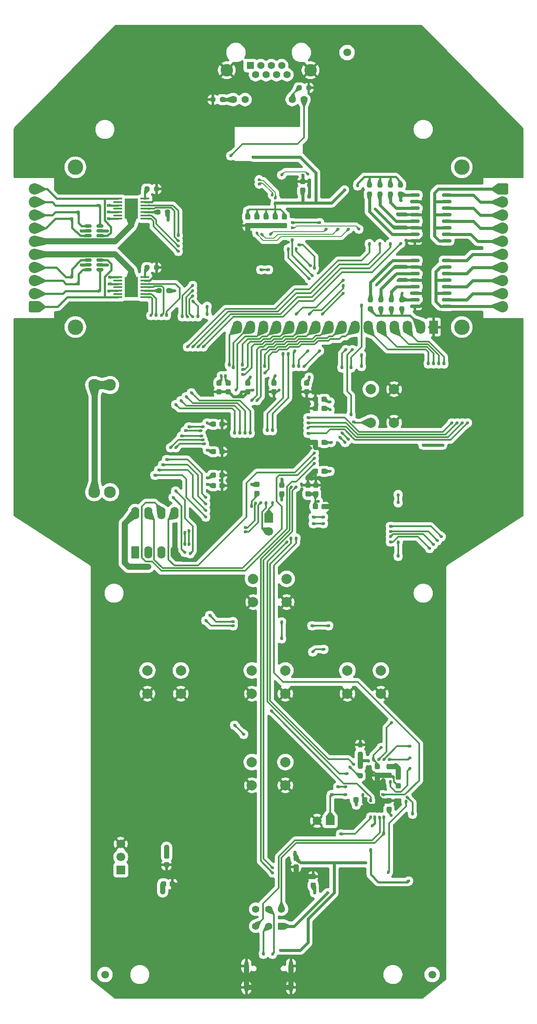
<source format=gbr>
%TF.GenerationSoftware,KiCad,Pcbnew,9.0.3*%
%TF.CreationDate,2025-10-28T10:03:49+01:00*%
%TF.ProjectId,PCB_Tarjeta_DevOps,5043425f-5461-4726-9a65-74615f446576,rev?*%
%TF.SameCoordinates,Original*%
%TF.FileFunction,Copper,L2,Bot*%
%TF.FilePolarity,Positive*%
%FSLAX46Y46*%
G04 Gerber Fmt 4.6, Leading zero omitted, Abs format (unit mm)*
G04 Created by KiCad (PCBNEW 9.0.3) date 2025-10-28 10:03:49*
%MOMM*%
%LPD*%
G01*
G04 APERTURE LIST*
G04 Aperture macros list*
%AMRoundRect*
0 Rectangle with rounded corners*
0 $1 Rounding radius*
0 $2 $3 $4 $5 $6 $7 $8 $9 X,Y pos of 4 corners*
0 Add a 4 corners polygon primitive as box body*
4,1,4,$2,$3,$4,$5,$6,$7,$8,$9,$2,$3,0*
0 Add four circle primitives for the rounded corners*
1,1,$1+$1,$2,$3*
1,1,$1+$1,$4,$5*
1,1,$1+$1,$6,$7*
1,1,$1+$1,$8,$9*
0 Add four rect primitives between the rounded corners*
20,1,$1+$1,$2,$3,$4,$5,0*
20,1,$1+$1,$4,$5,$6,$7,0*
20,1,$1+$1,$6,$7,$8,$9,0*
20,1,$1+$1,$8,$9,$2,$3,0*%
G04 Aperture macros list end*
%TA.AperFunction,ComponentPad*%
%ADD10R,1.700000X1.700000*%
%TD*%
%TA.AperFunction,ComponentPad*%
%ADD11C,1.700000*%
%TD*%
%TA.AperFunction,ComponentPad*%
%ADD12C,2.000000*%
%TD*%
%TA.AperFunction,ComponentPad*%
%ADD13RoundRect,0.250000X0.550000X-0.950000X0.550000X0.950000X-0.550000X0.950000X-0.550000X-0.950000X0*%
%TD*%
%TA.AperFunction,ComponentPad*%
%ADD14O,1.600000X2.400000*%
%TD*%
%TA.AperFunction,HeatsinkPad*%
%ADD15O,0.900000X2.000000*%
%TD*%
%TA.AperFunction,HeatsinkPad*%
%ADD16O,0.900000X1.700000*%
%TD*%
%TA.AperFunction,ComponentPad*%
%ADD17C,2.300000*%
%TD*%
%TA.AperFunction,ComponentPad*%
%ADD18R,1.398000X1.398000*%
%TD*%
%TA.AperFunction,ComponentPad*%
%ADD19C,1.398000*%
%TD*%
%TA.AperFunction,ComponentPad*%
%ADD20C,2.430000*%
%TD*%
%TA.AperFunction,ComponentPad*%
%ADD21RoundRect,0.250000X0.450000X0.450000X-0.450000X0.450000X-0.450000X-0.450000X0.450000X-0.450000X0*%
%TD*%
%TA.AperFunction,ComponentPad*%
%ADD22C,1.400000*%
%TD*%
%TA.AperFunction,ComponentPad*%
%ADD23C,3.000000*%
%TD*%
%TA.AperFunction,ComponentPad*%
%ADD24R,1.800000X2.600000*%
%TD*%
%TA.AperFunction,ComponentPad*%
%ADD25O,1.800000X2.600000*%
%TD*%
%TA.AperFunction,SMDPad,CuDef*%
%ADD26RoundRect,0.237500X-0.300000X-0.237500X0.300000X-0.237500X0.300000X0.237500X-0.300000X0.237500X0*%
%TD*%
%TA.AperFunction,SMDPad,CuDef*%
%ADD27RoundRect,0.237500X0.237500X-0.300000X0.237500X0.300000X-0.237500X0.300000X-0.237500X-0.300000X0*%
%TD*%
%TA.AperFunction,SMDPad,CuDef*%
%ADD28C,1.500000*%
%TD*%
%TA.AperFunction,SMDPad,CuDef*%
%ADD29RoundRect,0.237500X0.250000X0.237500X-0.250000X0.237500X-0.250000X-0.237500X0.250000X-0.237500X0*%
%TD*%
%TA.AperFunction,SMDPad,CuDef*%
%ADD30RoundRect,0.150000X0.512500X0.150000X-0.512500X0.150000X-0.512500X-0.150000X0.512500X-0.150000X0*%
%TD*%
%TA.AperFunction,SMDPad,CuDef*%
%ADD31RoundRect,0.237500X-0.237500X0.300000X-0.237500X-0.300000X0.237500X-0.300000X0.237500X0.300000X0*%
%TD*%
%TA.AperFunction,SMDPad,CuDef*%
%ADD32RoundRect,0.162500X0.750000X0.162500X-0.750000X0.162500X-0.750000X-0.162500X0.750000X-0.162500X0*%
%TD*%
%TA.AperFunction,SMDPad,CuDef*%
%ADD33RoundRect,0.051250X0.788750X0.153750X-0.788750X0.153750X-0.788750X-0.153750X0.788750X-0.153750X0*%
%TD*%
%TA.AperFunction,SMDPad,CuDef*%
%ADD34R,2.650000X4.000000*%
%TD*%
%TA.AperFunction,SMDPad,CuDef*%
%ADD35RoundRect,0.237500X-0.250000X-0.237500X0.250000X-0.237500X0.250000X0.237500X-0.250000X0.237500X0*%
%TD*%
%TA.AperFunction,SMDPad,CuDef*%
%ADD36RoundRect,0.237500X0.237500X-0.250000X0.237500X0.250000X-0.237500X0.250000X-0.237500X-0.250000X0*%
%TD*%
%TA.AperFunction,SMDPad,CuDef*%
%ADD37RoundRect,0.237500X0.300000X0.237500X-0.300000X0.237500X-0.300000X-0.237500X0.300000X-0.237500X0*%
%TD*%
%TA.AperFunction,SMDPad,CuDef*%
%ADD38RoundRect,0.237500X-0.237500X0.250000X-0.237500X-0.250000X0.237500X-0.250000X0.237500X0.250000X0*%
%TD*%
%TA.AperFunction,ComponentPad*%
%ADD39RoundRect,0.249999X-0.850001X0.850001X-0.850001X-0.850001X0.850001X-0.850001X0.850001X0.850001X0*%
%TD*%
%TA.AperFunction,ComponentPad*%
%ADD40C,2.200000*%
%TD*%
%TA.AperFunction,ComponentPad*%
%ADD41RoundRect,0.249999X0.850001X-0.850001X0.850001X0.850001X-0.850001X0.850001X-0.850001X-0.850001X0*%
%TD*%
%TA.AperFunction,ViaPad*%
%ADD42C,0.600000*%
%TD*%
%TA.AperFunction,Conductor*%
%ADD43C,0.600000*%
%TD*%
%TA.AperFunction,Conductor*%
%ADD44C,0.300000*%
%TD*%
%TA.AperFunction,Conductor*%
%ADD45C,1.000000*%
%TD*%
%TA.AperFunction,Conductor*%
%ADD46C,0.400000*%
%TD*%
%TA.AperFunction,Conductor*%
%ADD47C,1.200000*%
%TD*%
%TA.AperFunction,Conductor*%
%ADD48C,0.200000*%
%TD*%
G04 APERTURE END LIST*
D10*
%TO.P,J401,1,Pin_1*%
%TO.N,/DEBUGGER/STLK_TX*%
X174184000Y-158027000D03*
D11*
%TO.P,J401,2,Pin_2*%
%TO.N,/DEBUGGER/STLK_RX*%
X174184000Y-160567000D03*
%TD*%
D10*
%TO.P,J402,1,Pin_1*%
%TO.N,Net-(J402-Pin_1)*%
X186122000Y-216706000D03*
D11*
%TO.P,J402,2,Pin_2*%
%TO.N,GNDREF*%
X183582000Y-216706000D03*
%TD*%
D12*
%TO.P,SW103,1,1*%
%TO.N,GNDREF*%
X157166000Y-192032000D03*
X150666000Y-192032000D03*
%TO.P,SW103,2,2*%
%TO.N,/MCU/B_L*%
X157166000Y-187532000D03*
X150666000Y-187532000D03*
%TD*%
D13*
%TO.P,U501,1,VCC2*%
%TO.N,+3V3*%
X148276000Y-164636000D03*
D14*
%TO.P,U501,2,X1*%
%TO.N,Net-(U501-X1)*%
X150816000Y-164636000D03*
%TO.P,U501,3,X2*%
%TO.N,Net-(U501-X2)*%
X153356000Y-164636000D03*
%TO.P,U501,4,GND*%
%TO.N,GNDREF*%
X155896000Y-164636000D03*
%TO.P,U501,5,CE*%
%TO.N,/MCU/CS_RTC*%
X155896000Y-157016000D03*
%TO.P,U501,6,I/O*%
%TO.N,/MCU/SDA_RTC*%
X153356000Y-157016000D03*
%TO.P,U501,7,SCLK*%
%TO.N,/MCU/SCL_RTC*%
X150816000Y-157016000D03*
%TO.P,U501,8,VCC1*%
%TO.N,/RTC/V_BAT*%
X148276000Y-157016000D03*
%TD*%
D15*
%TO.P,J106,S1,SHIELD*%
%TO.N,GNDREF*%
X169864000Y-244889000D03*
D16*
X169864000Y-249059000D03*
D15*
X178504000Y-244889000D03*
D16*
X178504000Y-249059000D03*
%TD*%
D12*
%TO.P,SW102,1,1*%
%TO.N,GNDREF*%
X177434000Y-209812000D03*
X170934000Y-209812000D03*
%TO.P,SW102,2,2*%
%TO.N,/MCU/B_DWN*%
X177434000Y-205312000D03*
X170934000Y-205312000D03*
%TD*%
D17*
%TO.P,BT501,P1*%
%TO.N,/RTC/V_BAT*%
X143426000Y-132138000D03*
%TO.P,BT501,P2*%
X140326000Y-132138000D03*
%TO.P,BT501,P3*%
X140326000Y-152938000D03*
%TO.P,BT501,P4*%
X143426000Y-152938000D03*
%TD*%
D12*
%TO.P,SW601,1,1*%
%TO.N,GNDREF*%
X198532000Y-132938000D03*
X198532000Y-139438000D03*
%TO.P,SW601,2,2*%
%TO.N,/DEBUGGER/NRST*%
X194032000Y-132938000D03*
X194032000Y-139438000D03*
%TD*%
D10*
%TO.P,JP101,1,A*%
%TO.N,Net-(D102-K)*%
X145483000Y-226265000D03*
D11*
%TO.P,JP101,2,C*%
%TO.N,/POWER_SUPPLY/FAULT*%
X145483000Y-223725000D03*
%TO.P,JP101,3,B*%
%TO.N,GNDREF*%
X145483000Y-221185000D03*
%TD*%
D18*
%TO.P,J105,1,1*%
%TO.N,/ETHERNET/TX+*%
X170628000Y-70148000D03*
D19*
%TO.P,J105,2,2*%
%TO.N,/ETHERNET/TX-*%
X171644000Y-71926000D03*
%TO.P,J105,3,3*%
%TO.N,/ETHERNET/RX+*%
X172660000Y-70148000D03*
%TO.P,J105,4,4*%
%TO.N,Net-(J105-Pad4)*%
X173676000Y-71926000D03*
%TO.P,J105,5,5*%
X174692000Y-70148000D03*
%TO.P,J105,6,6*%
%TO.N,/ETHERNET/RX-*%
X175708000Y-71926000D03*
%TO.P,J105,7,7*%
%TO.N,Net-(J105-Pad7)*%
X176724000Y-70148000D03*
%TO.P,J105,8,8*%
X177740000Y-71926000D03*
%TO.P,J105,9*%
%TO.N,Net-(J105-Pad9)*%
X167326000Y-76752000D03*
%TO.P,J105,10*%
%TO.N,/ETHERNET/LED1{slash}NINT{slash}NPME{slash}\u002AREGOFF*%
X169612000Y-76752000D03*
%TO.P,J105,11*%
%TO.N,Net-(J105-Pad11)*%
X178756000Y-76752000D03*
%TO.P,J105,12*%
%TO.N,/ETHERNET/LED2{slash}NINT{slash}NPME{slash}\u002ANINTSEL*%
X181042000Y-76752000D03*
D20*
%TO.P,J105,S1,SHIELD*%
%TO.N,GNDREF*%
X182312000Y-71037000D03*
%TO.P,J105,S2,SHIELD__1*%
X166056000Y-71037000D03*
%TD*%
D12*
%TO.P,SW104,1,1*%
%TO.N,GNDREF*%
X195976000Y-192032000D03*
X189476000Y-192032000D03*
%TO.P,SW104,2,2*%
%TO.N,/MCU/B_R*%
X195976000Y-187532000D03*
X189476000Y-187532000D03*
%TD*%
%TO.P,SW105,1,1*%
%TO.N,GNDREF*%
X177434000Y-192032000D03*
X170934000Y-192032000D03*
%TO.P,SW105,2,2*%
%TO.N,/MCU/B_C*%
X177434000Y-187532000D03*
X170934000Y-187532000D03*
%TD*%
D10*
%TO.P,J104,1,Pin_1*%
%TO.N,GNDREF*%
X206184000Y-120895500D03*
D11*
%TO.P,J104,2,Pin_2*%
%TO.N,+3V3*%
X203644000Y-120895500D03*
%TO.P,J104,3,Pin_3*%
%TO.N,/D_VO*%
X201104000Y-120895500D03*
%TO.P,J104,4,Pin_4*%
%TO.N,/D_RS*%
X198564000Y-120895500D03*
%TO.P,J104,5,Pin_5*%
%TO.N,/D_RW*%
X196024000Y-120895500D03*
%TO.P,J104,6,Pin_6*%
%TO.N,/D_E*%
X193484000Y-120895500D03*
%TO.P,J104,7,Pin_7*%
%TO.N,/D_D0*%
X190944000Y-120895500D03*
%TO.P,J104,8,Pin_8*%
%TO.N,/D_D1*%
X188404000Y-120895500D03*
%TO.P,J104,9,Pin_9*%
%TO.N,/D_D2*%
X185864000Y-120895500D03*
%TO.P,J104,10,Pin_10*%
%TO.N,/D_D3*%
X183324000Y-120895500D03*
%TO.P,J104,11,Pin_11*%
%TO.N,/D_D4*%
X180784000Y-120895500D03*
%TO.P,J104,12,Pin_12*%
%TO.N,/D_D5*%
X178244000Y-120895500D03*
%TO.P,J104,13,Pin_13*%
%TO.N,/D_D6*%
X175704000Y-120895500D03*
%TO.P,J104,14,Pin_14*%
%TO.N,/D_D7*%
X173164000Y-120895500D03*
%TO.P,J104,15,Pin_15*%
%TO.N,/D_A*%
X170624000Y-120895500D03*
%TO.P,J104,16,Pin_16*%
%TO.N,/D_K*%
X168084000Y-120895500D03*
%TD*%
D21*
%TO.P,SW106,1,A*%
%TO.N,/USB-UART/UD-*%
X176684000Y-237144500D03*
D22*
%TO.P,SW106,2,B*%
%TO.N,/D-*%
X174184000Y-237144500D03*
%TO.P,SW106,3,C*%
%TO.N,/DEBUGGER/USB_DM*%
X171684000Y-237144500D03*
%TO.P,SW106,4,A*%
%TO.N,/USB-UART/UD+*%
X171684000Y-233844500D03*
%TO.P,SW106,5,B*%
%TO.N,/D+*%
X174184000Y-233844500D03*
%TO.P,SW106,6,C*%
%TO.N,/DEBUGGER/USB_DP*%
X176684000Y-233844500D03*
%TD*%
D23*
%TO.P,DS101,*%
%TO.N,*%
X211683100Y-120895500D03*
X211683100Y-89894800D03*
X136684520Y-89894800D03*
X136684000Y-120895500D03*
D24*
%TO.P,DS101,1,VSS*%
%TO.N,GNDREF*%
X206184000Y-120895500D03*
D25*
%TO.P,DS101,2,VDD*%
%TO.N,+3V3*%
X203644000Y-120895500D03*
%TO.P,DS101,3,VO*%
%TO.N,/D_VO*%
X201104000Y-120895500D03*
%TO.P,DS101,4,RS*%
%TO.N,/D_RS*%
X198564000Y-120895500D03*
%TO.P,DS101,5,R/W*%
%TO.N,/D_RW*%
X196024000Y-120895500D03*
%TO.P,DS101,6,E*%
%TO.N,/D_E*%
X193484000Y-120895500D03*
%TO.P,DS101,7,D0*%
%TO.N,/D_D0*%
X190944000Y-120895500D03*
%TO.P,DS101,8,D1*%
%TO.N,/D_D1*%
X188404000Y-120895500D03*
%TO.P,DS101,9,D2*%
%TO.N,/D_D2*%
X185864000Y-120895500D03*
%TO.P,DS101,10,D3*%
%TO.N,/D_D3*%
X183324000Y-120895500D03*
%TO.P,DS101,11,D4*%
%TO.N,/D_D4*%
X180784000Y-120895500D03*
%TO.P,DS101,12,D5*%
%TO.N,/D_D5*%
X178244000Y-120895500D03*
%TO.P,DS101,13,D6*%
%TO.N,/D_D6*%
X175704000Y-120895500D03*
%TO.P,DS101,14,D7*%
%TO.N,/D_D7*%
X173164000Y-120895500D03*
%TO.P,DS101,15,LED(+)*%
%TO.N,/D_A*%
X170624000Y-120895500D03*
%TO.P,DS101,16,LED(-)*%
%TO.N,/D_K*%
X168084000Y-120895500D03*
%TD*%
D10*
%TO.P,J103,1,Pin_1*%
%TO.N,GNDREF*%
X206184000Y-120895500D03*
D11*
%TO.P,J103,2,Pin_2*%
%TO.N,+3V3*%
X203644000Y-120895500D03*
%TO.P,J103,3,Pin_3*%
%TO.N,/D_VO*%
X201104000Y-120895500D03*
%TO.P,J103,4,Pin_4*%
%TO.N,/D_RS*%
X198564000Y-120895500D03*
%TO.P,J103,5,Pin_5*%
%TO.N,/D_RW*%
X196024000Y-120895500D03*
%TO.P,J103,6,Pin_6*%
%TO.N,/D_E*%
X193484000Y-120895500D03*
%TO.P,J103,7,Pin_7*%
%TO.N,/D_D0*%
X190944000Y-120895500D03*
%TO.P,J103,8,Pin_8*%
%TO.N,/D_D1*%
X188404000Y-120895500D03*
%TO.P,J103,9,Pin_9*%
%TO.N,/D_D2*%
X185864000Y-120895500D03*
%TO.P,J103,10,Pin_10*%
%TO.N,/D_D3*%
X183324000Y-120895500D03*
%TO.P,J103,11,Pin_11*%
%TO.N,/D_D4*%
X180784000Y-120895500D03*
%TO.P,J103,12,Pin_12*%
%TO.N,/D_D5*%
X178244000Y-120895500D03*
%TO.P,J103,13,Pin_13*%
%TO.N,/D_D6*%
X175704000Y-120895500D03*
%TO.P,J103,14,Pin_14*%
%TO.N,/D_D7*%
X173164000Y-120895500D03*
%TO.P,J103,15,Pin_15*%
%TO.N,/D_A*%
X170624000Y-120895500D03*
%TO.P,J103,16,Pin_16*%
%TO.N,/D_K*%
X168084000Y-120895500D03*
%TD*%
D12*
%TO.P,SW101,1,1*%
%TO.N,GNDREF*%
X177688000Y-174252000D03*
X171188000Y-174252000D03*
%TO.P,SW101,2,2*%
%TO.N,/MCU/B_UP*%
X177688000Y-169752000D03*
X171188000Y-169752000D03*
%TD*%
D26*
%TO.P,C621,1*%
%TO.N,GNDREF*%
X183227500Y-134918000D03*
%TO.P,C621,2*%
%TO.N,/MCU/VDDA*%
X184952500Y-134918000D03*
%TD*%
D27*
%TO.P,C606,1*%
%TO.N,GNDREF*%
X166310000Y-133494500D03*
%TO.P,C606,2*%
%TO.N,Net-(U605-VCAP_1)*%
X166310000Y-131769500D03*
%TD*%
D28*
%TO.P,FID105,*%
%TO.N,*%
X205934000Y-246538000D03*
%TD*%
D29*
%TO.P,R603,1*%
%TO.N,+3V3*%
X154522500Y-98596000D03*
%TO.P,R603,2*%
%TO.N,Net-(U601-ST)*%
X152697500Y-98596000D03*
%TD*%
D26*
%TO.P,C601,1*%
%TO.N,+3V3*%
X163415500Y-145078000D03*
%TO.P,C601,2*%
%TO.N,GNDREF*%
X165140500Y-145078000D03*
%TD*%
D30*
%TO.P,U609,1,IO1*%
%TO.N,/MCU/OUT_7*%
X141458000Y-107890000D03*
%TO.P,U609,2,VN*%
%TO.N,GNDREF*%
X141458000Y-108840000D03*
%TO.P,U609,3,IO2*%
%TO.N,/MCU/OUT_6*%
X141458000Y-109790000D03*
%TO.P,U609,4,IO3*%
%TO.N,/MCU/OUT_5*%
X139183000Y-109790000D03*
%TO.P,U609,5,VP*%
%TO.N,/MCU/VS_B*%
X139183000Y-108840000D03*
%TO.P,U609,6,IO4*%
%TO.N,/MCU/OUT_4*%
X139183000Y-107890000D03*
%TD*%
D31*
%TO.P,C708,1*%
%TO.N,/ETHERNET/3V3_Filtered*%
X171898000Y-99511500D03*
%TO.P,C708,2*%
%TO.N,GNDREF*%
X171898000Y-101236500D03*
%TD*%
D27*
%TO.P,C613,1*%
%TO.N,+3V3*%
X181804000Y-153306500D03*
%TO.P,C613,2*%
%TO.N,GNDREF*%
X181804000Y-151581500D03*
%TD*%
D31*
%TO.P,C707,1*%
%TO.N,/ETHERNET/3V3_Filtered*%
X170120000Y-99511500D03*
%TO.P,C707,2*%
%TO.N,GNDREF*%
X170120000Y-101236500D03*
%TD*%
%TO.P,C202,1*%
%TO.N,Net-(U201-IN)*%
X154378000Y-223541500D03*
%TO.P,C202,2*%
%TO.N,GNDREF*%
X154378000Y-225266500D03*
%TD*%
D32*
%TO.P,U606,1*%
%TO.N,/MCU/IN_4*%
X208728000Y-107951000D03*
%TO.P,U606,2*%
%TO.N,/MCU/RET_B*%
X208728000Y-109221000D03*
%TO.P,U606,3*%
%TO.N,/MCU/IN_5*%
X208728000Y-110491000D03*
%TO.P,U606,4*%
%TO.N,/MCU/RET_B*%
X208728000Y-111761000D03*
%TO.P,U606,5*%
%TO.N,/MCU/IN_6*%
X208728000Y-113031000D03*
%TO.P,U606,6*%
%TO.N,/MCU/RET_B*%
X208728000Y-114301000D03*
%TO.P,U606,7*%
%TO.N,/MCU/IN_7*%
X208728000Y-115571000D03*
%TO.P,U606,8*%
%TO.N,/MCU/RET_B*%
X208728000Y-116841000D03*
%TO.P,U606,9*%
%TO.N,GNDREF*%
X202553000Y-116841000D03*
%TO.P,U606,10*%
%TO.N,/MCU/PD15*%
X202553000Y-115571000D03*
%TO.P,U606,11*%
%TO.N,GNDREF*%
X202553000Y-114301000D03*
%TO.P,U606,12*%
%TO.N,/MCU/PD14*%
X202553000Y-113031000D03*
%TO.P,U606,13*%
%TO.N,GNDREF*%
X202553000Y-111761000D03*
%TO.P,U606,14*%
%TO.N,/MCU/PD13*%
X202553000Y-110491000D03*
%TO.P,U606,15*%
%TO.N,GNDREF*%
X202553000Y-109221000D03*
%TO.P,U606,16*%
%TO.N,/MCU/PD12*%
X202553000Y-107951000D03*
%TD*%
D28*
%TO.P,FID104,*%
%TO.N,*%
X142434000Y-246538000D03*
%TD*%
%TO.P,FID106,*%
%TO.N,*%
X189424000Y-67608000D03*
%TD*%
D33*
%TO.P,U602,1,TM*%
%TO.N,Net-(U602-TM)*%
X150180000Y-111208000D03*
%TO.P,U602,2,GND*%
%TO.N,GNDREF*%
X150180000Y-111858000D03*
%TO.P,U602,3,IN1*%
%TO.N,/MCU/PD4*%
X150180000Y-112508000D03*
%TO.P,U602,4,IN2*%
%TO.N,/MCU/PD5*%
X150180000Y-113158000D03*
%TO.P,U602,5,ST*%
%TO.N,Net-(U602-ST)*%
X150180000Y-113808000D03*
%TO.P,U602,6,IN3*%
%TO.N,/MCU/PD6*%
X150180000Y-114458000D03*
%TO.P,U602,7,IN4*%
%TO.N,/MCU/PD7*%
X150180000Y-115108000D03*
%TO.P,U602,8,OUT4*%
%TO.N,/MCU/OUT_7*%
X144950000Y-115108000D03*
%TO.P,U602,9*%
%TO.N,N/C*%
X144950000Y-114458000D03*
%TO.P,U602,10,OUT3*%
%TO.N,/MCU/OUT_6*%
X144950000Y-113808000D03*
%TO.P,U602,11*%
%TO.N,N/C*%
X144950000Y-113158000D03*
%TO.P,U602,12,OUT2*%
%TO.N,/MCU/OUT_5*%
X144950000Y-112508000D03*
%TO.P,U602,13*%
%TO.N,N/C*%
X144950000Y-111858000D03*
%TO.P,U602,14,OUT1*%
%TO.N,/MCU/OUT_4*%
X144950000Y-111208000D03*
D34*
%TO.P,U602,15,VS*%
%TO.N,/MCU/VS_B*%
X147565000Y-113158000D03*
%TD*%
D31*
%TO.P,C610,1*%
%TO.N,+3V3*%
X175200000Y-131769500D03*
%TO.P,C610,2*%
%TO.N,GNDREF*%
X175200000Y-133494500D03*
%TD*%
D27*
%TO.P,C619,1*%
%TO.N,+3V3*%
X171898000Y-153153000D03*
%TO.P,C619,2*%
%TO.N,GNDREF*%
X171898000Y-151428000D03*
%TD*%
D31*
%TO.P,C406,1*%
%TO.N,Net-(U401-NRST)*%
X195266000Y-206191500D03*
%TO.P,C406,2*%
%TO.N,GNDREF*%
X195266000Y-207916500D03*
%TD*%
%TO.P,C612,1*%
%TO.N,+3V3*%
X170120000Y-131769500D03*
%TO.P,C612,2*%
%TO.N,GNDREF*%
X170120000Y-133494500D03*
%TD*%
D35*
%TO.P,R614,1*%
%TO.N,Net-(U602-TM)*%
X150584000Y-109348000D03*
%TO.P,R614,2*%
%TO.N,GNDREF*%
X152409000Y-109348000D03*
%TD*%
D26*
%TO.P,C617,1*%
%TO.N,+3V3*%
X163415500Y-139744000D03*
%TO.P,C617,2*%
%TO.N,GNDREF*%
X165140500Y-139744000D03*
%TD*%
%TO.P,C201,1*%
%TO.N,VDD*%
X153769500Y-228976000D03*
%TO.P,C201,2*%
%TO.N,GNDREF*%
X155494500Y-228976000D03*
%TD*%
D36*
%TO.P,R620,1*%
%TO.N,/MCU/PD8*%
X199798500Y-95124000D03*
%TO.P,R620,2*%
%TO.N,+3V3*%
X199798500Y-93299000D03*
%TD*%
D27*
%TO.P,C403,1*%
%TO.N,+3V3*%
X197552000Y-214520500D03*
%TO.P,C403,2*%
%TO.N,GNDREF*%
X197552000Y-212795500D03*
%TD*%
D36*
%TO.P,R622,1*%
%TO.N,/MCU/PD10*%
X195764500Y-95124000D03*
%TO.P,R622,2*%
%TO.N,+3V3*%
X195764500Y-93299000D03*
%TD*%
D37*
%TO.P,C620,1*%
%TO.N,GNDREF*%
X184952500Y-155746000D03*
%TO.P,C620,2*%
%TO.N,+3V3*%
X183227500Y-155746000D03*
%TD*%
D27*
%TO.P,C615,1*%
%TO.N,+3V3*%
X176724000Y-153306500D03*
%TO.P,C615,2*%
%TO.N,GNDREF*%
X176724000Y-151581500D03*
%TD*%
D35*
%TO.P,R602,1*%
%TO.N,Net-(U601-TM)*%
X150584000Y-94108000D03*
%TO.P,R602,2*%
%TO.N,GNDREF*%
X152409000Y-94108000D03*
%TD*%
D27*
%TO.P,C614,1*%
%TO.N,+3V3*%
X183328000Y-153306500D03*
%TO.P,C614,2*%
%TO.N,GNDREF*%
X183328000Y-151581500D03*
%TD*%
D26*
%TO.P,C604,1*%
%TO.N,GNDREF*%
X183227500Y-148888000D03*
%TO.P,C604,2*%
%TO.N,Net-(U605-VBAT)*%
X184952500Y-148888000D03*
%TD*%
D38*
%TO.P,R619,1*%
%TO.N,/MCU/PD12*%
X193956500Y-115571000D03*
%TO.P,R619,2*%
%TO.N,+3V3*%
X193956500Y-117396000D03*
%TD*%
%TO.P,R616,1*%
%TO.N,/MCU/PD15*%
X200052500Y-115571000D03*
%TO.P,R616,2*%
%TO.N,+3V3*%
X200052500Y-117396000D03*
%TD*%
D27*
%TO.P,C706,1*%
%TO.N,/ETHERNET/3V3_Filtered*%
X180788000Y-94378500D03*
%TO.P,C706,2*%
%TO.N,GNDREF*%
X180788000Y-92653500D03*
%TD*%
D31*
%TO.P,C616,1*%
%TO.N,+3V3*%
X164532000Y-131769500D03*
%TO.P,C616,2*%
%TO.N,GNDREF*%
X164532000Y-133494500D03*
%TD*%
D29*
%TO.P,R108,1*%
%TO.N,Net-(J105-Pad9)*%
X165190500Y-76752000D03*
%TO.P,R108,2*%
%TO.N,GNDREF*%
X163365500Y-76752000D03*
%TD*%
D26*
%TO.P,C404,1*%
%TO.N,+3V3*%
X191101500Y-212642000D03*
%TO.P,C404,2*%
%TO.N,GNDREF*%
X192826500Y-212642000D03*
%TD*%
D35*
%TO.P,R109,1*%
%TO.N,Net-(J105-Pad11)*%
X180129500Y-74466000D03*
%TO.P,R109,2*%
%TO.N,GNDREF*%
X181954500Y-74466000D03*
%TD*%
D31*
%TO.P,C401,1*%
%TO.N,+3V3*%
X197552000Y-206191500D03*
%TO.P,C401,2*%
%TO.N,GNDREF*%
X197552000Y-207916500D03*
%TD*%
D39*
%TO.P,J102,1,Pin_1*%
%TO.N,/MCU/RET_A*%
X219610500Y-94108000D03*
D40*
%TO.P,J102,2,Pin_2*%
%TO.N,/MCU/IN_0*%
X219610500Y-96648000D03*
%TO.P,J102,3,Pin_3*%
%TO.N,/MCU/IN_1*%
X219610500Y-99188000D03*
%TO.P,J102,4,Pin_4*%
%TO.N,/MCU/IN_2*%
X219610500Y-101728000D03*
%TO.P,J102,5,Pin_5*%
%TO.N,/MCU/IN_3*%
X219610500Y-104268000D03*
%TO.P,J102,6,Pin_6*%
%TO.N,/MCU/IN_4*%
X219610500Y-106808000D03*
%TO.P,J102,7,Pin_7*%
%TO.N,/MCU/IN_5*%
X219610500Y-109348000D03*
%TO.P,J102,8,Pin_8*%
%TO.N,/MCU/IN_6*%
X219610500Y-111888000D03*
%TO.P,J102,9,Pin_9*%
%TO.N,/MCU/IN_7*%
X219610500Y-114428000D03*
%TO.P,J102,10,Pin_10*%
%TO.N,/MCU/RET_B*%
X219610500Y-116968000D03*
%TD*%
D37*
%TO.P,C611,1*%
%TO.N,+3V3*%
X184952500Y-143300000D03*
%TO.P,C611,2*%
%TO.N,GNDREF*%
X183227500Y-143300000D03*
%TD*%
D29*
%TO.P,R615,1*%
%TO.N,+3V3*%
X154776500Y-113836000D03*
%TO.P,R615,2*%
%TO.N,Net-(U602-ST)*%
X152951500Y-113836000D03*
%TD*%
D31*
%TO.P,C304,1*%
%TO.N,VDD*%
X179518000Y-223971500D03*
%TO.P,C304,2*%
%TO.N,GNDREF*%
X179518000Y-225696500D03*
%TD*%
%TO.P,C402,1*%
%TO.N,+3V3*%
X199330000Y-208223500D03*
%TO.P,C402,2*%
%TO.N,GNDREF*%
X199330000Y-209948500D03*
%TD*%
%TO.P,C710,1*%
%TO.N,/ETHERNET/3V3_Filtered*%
X175454000Y-99511500D03*
%TO.P,C710,2*%
%TO.N,GNDREF*%
X175454000Y-101236500D03*
%TD*%
D30*
%TO.P,U608,1,IO1*%
%TO.N,/MCU/OUT_1*%
X141458000Y-101286000D03*
%TO.P,U608,2,VN*%
%TO.N,GNDREF*%
X141458000Y-102236000D03*
%TO.P,U608,3,IO2*%
%TO.N,/MCU/OUT_0*%
X141458000Y-103186000D03*
%TO.P,U608,4,IO3*%
%TO.N,/MCU/OUT_3*%
X139183000Y-103186000D03*
%TO.P,U608,5,VP*%
%TO.N,/MCU/VS_A*%
X139183000Y-102236000D03*
%TO.P,U608,6,IO4*%
%TO.N,/MCU/OUT_2*%
X139183000Y-101286000D03*
%TD*%
D37*
%TO.P,C608,1*%
%TO.N,+3V3*%
X184952500Y-136696000D03*
%TO.P,C608,2*%
%TO.N,GNDREF*%
X183227500Y-136696000D03*
%TD*%
D31*
%TO.P,C609,1*%
%TO.N,+3V3*%
X181550000Y-131769500D03*
%TO.P,C609,2*%
%TO.N,GNDREF*%
X181550000Y-133494500D03*
%TD*%
D33*
%TO.P,U601,1,TM*%
%TO.N,Net-(U601-TM)*%
X150180000Y-95968000D03*
%TO.P,U601,2,GND*%
%TO.N,GNDREF*%
X150180000Y-96618000D03*
%TO.P,U601,3,IN1*%
%TO.N,/MCU/PD0*%
X150180000Y-97268000D03*
%TO.P,U601,4,IN2*%
%TO.N,/MCU/PD1*%
X150180000Y-97918000D03*
%TO.P,U601,5,ST*%
%TO.N,Net-(U601-ST)*%
X150180000Y-98568000D03*
%TO.P,U601,6,IN3*%
%TO.N,/MCU/PD2*%
X150180000Y-99218000D03*
%TO.P,U601,7,IN4*%
%TO.N,/MCU/PD3*%
X150180000Y-99868000D03*
%TO.P,U601,8,OUT4*%
%TO.N,/MCU/OUT_3*%
X144950000Y-99868000D03*
%TO.P,U601,9*%
%TO.N,N/C*%
X144950000Y-99218000D03*
%TO.P,U601,10,OUT3*%
%TO.N,/MCU/OUT_2*%
X144950000Y-98568000D03*
%TO.P,U601,11*%
%TO.N,N/C*%
X144950000Y-97918000D03*
%TO.P,U601,12,OUT2*%
%TO.N,/MCU/OUT_1*%
X144950000Y-97268000D03*
%TO.P,U601,13*%
%TO.N,N/C*%
X144950000Y-96618000D03*
%TO.P,U601,14,OUT1*%
%TO.N,/MCU/OUT_0*%
X144950000Y-95968000D03*
D34*
%TO.P,U601,15,VS*%
%TO.N,/MCU/VS_A*%
X147565000Y-97918000D03*
%TD*%
D32*
%TO.P,U607,1*%
%TO.N,/MCU/IN_0*%
X208728000Y-95251000D03*
%TO.P,U607,2*%
%TO.N,/MCU/RET_A*%
X208728000Y-96521000D03*
%TO.P,U607,3*%
%TO.N,/MCU/IN_1*%
X208728000Y-97791000D03*
%TO.P,U607,4*%
%TO.N,/MCU/RET_A*%
X208728000Y-99061000D03*
%TO.P,U607,5*%
%TO.N,/MCU/IN_2*%
X208728000Y-100331000D03*
%TO.P,U607,6*%
%TO.N,/MCU/RET_A*%
X208728000Y-101601000D03*
%TO.P,U607,7*%
%TO.N,/MCU/IN_3*%
X208728000Y-102871000D03*
%TO.P,U607,8*%
%TO.N,/MCU/RET_A*%
X208728000Y-104141000D03*
%TO.P,U607,9*%
%TO.N,GNDREF*%
X202553000Y-104141000D03*
%TO.P,U607,10*%
%TO.N,/MCU/PD11*%
X202553000Y-102871000D03*
%TO.P,U607,11*%
%TO.N,GNDREF*%
X202553000Y-101601000D03*
%TO.P,U607,12*%
%TO.N,/MCU/PD10*%
X202553000Y-100331000D03*
%TO.P,U607,13*%
%TO.N,GNDREF*%
X202553000Y-99061000D03*
%TO.P,U607,14*%
%TO.N,/MCU/PD9*%
X202553000Y-97791000D03*
%TO.P,U607,15*%
%TO.N,GNDREF*%
X202553000Y-96521000D03*
%TO.P,U607,16*%
%TO.N,/MCU/PD8*%
X202553000Y-95251000D03*
%TD*%
D31*
%TO.P,C711,1*%
%TO.N,/ETHERNET/3V3_Filtered*%
X177232000Y-99511500D03*
%TO.P,C711,2*%
%TO.N,GNDREF*%
X177232000Y-101236500D03*
%TD*%
%TO.P,C709,1*%
%TO.N,/ETHERNET/3V3_Filtered*%
X173676000Y-99511500D03*
%TO.P,C709,2*%
%TO.N,GNDREF*%
X173676000Y-101236500D03*
%TD*%
D38*
%TO.P,R405,1*%
%TO.N,GNDREF*%
X191964000Y-201974000D03*
%TO.P,R405,2*%
%TO.N,Net-(U401-PA0)*%
X191964000Y-203799000D03*
%TD*%
%TO.P,R617,1*%
%TO.N,/MCU/PD14*%
X198020500Y-115571000D03*
%TO.P,R617,2*%
%TO.N,+3V3*%
X198020500Y-117396000D03*
%TD*%
D36*
%TO.P,R623,1*%
%TO.N,/MCU/PD11*%
X193732500Y-95124000D03*
%TO.P,R623,2*%
%TO.N,+3V3*%
X193732500Y-93299000D03*
%TD*%
D38*
%TO.P,R618,1*%
%TO.N,/MCU/PD13*%
X195988500Y-115571000D03*
%TO.P,R618,2*%
%TO.N,+3V3*%
X195988500Y-117396000D03*
%TD*%
D41*
%TO.P,J101,1,Pin_1*%
%TO.N,/MCU/OUT_7*%
X128769000Y-116968000D03*
D40*
%TO.P,J101,2,Pin_2*%
%TO.N,/MCU/OUT_6*%
X128769000Y-114428000D03*
%TO.P,J101,3,Pin_3*%
%TO.N,/MCU/OUT_5*%
X128769000Y-111888000D03*
%TO.P,J101,4,Pin_4*%
%TO.N,/MCU/OUT_4*%
X128769000Y-109348000D03*
%TO.P,J101,5,Pin_5*%
%TO.N,/MCU/VS_B*%
X128769000Y-106808000D03*
%TO.P,J101,6,Pin_6*%
%TO.N,/MCU/VS_A*%
X128769000Y-104268000D03*
%TO.P,J101,7,Pin_7*%
%TO.N,/MCU/OUT_3*%
X128769000Y-101728000D03*
%TO.P,J101,8,Pin_8*%
%TO.N,/MCU/OUT_2*%
X128769000Y-99188000D03*
%TO.P,J101,9,Pin_9*%
%TO.N,/MCU/OUT_1*%
X128769000Y-96648000D03*
%TO.P,J101,10,Pin_10*%
%TO.N,/MCU/OUT_0*%
X128769000Y-94108000D03*
%TD*%
D36*
%TO.P,R621,1*%
%TO.N,/MCU/PD9*%
X197796500Y-95124000D03*
%TO.P,R621,2*%
%TO.N,+3V3*%
X197796500Y-93299000D03*
%TD*%
D27*
%TO.P,C301,1*%
%TO.N,+3V3*%
X182820000Y-229252500D03*
%TO.P,C301,2*%
%TO.N,GNDREF*%
X182820000Y-227527500D03*
%TD*%
D37*
%TO.P,C607,1*%
%TO.N,GNDREF*%
X165140500Y-149650000D03*
%TO.P,C607,2*%
%TO.N,+3V3*%
X163415500Y-149650000D03*
%TD*%
D38*
%TO.P,R404,1*%
%TO.N,Net-(U401-PA0)*%
X191964000Y-206141500D03*
%TO.P,R404,2*%
%TO.N,+3V3*%
X191964000Y-207966500D03*
%TD*%
D26*
%TO.P,C618,1*%
%TO.N,+3V3*%
X163415500Y-151682000D03*
%TO.P,C618,2*%
%TO.N,GNDREF*%
X165140500Y-151682000D03*
%TD*%
D42*
%TO.N,GNDREF*%
X195266000Y-229914000D03*
X171136000Y-133140000D03*
X186884000Y-144570000D03*
X158188000Y-226690000D03*
X152092000Y-212492630D03*
X147006000Y-104184000D03*
X168088000Y-196640000D03*
X140402000Y-166668000D03*
X171363730Y-220437679D03*
X153864000Y-173780000D03*
X183328000Y-144316000D03*
X203394000Y-249980000D03*
X167834000Y-134410000D03*
X144720000Y-63544000D03*
X200092000Y-226866000D03*
X155896000Y-172256000D03*
X176470000Y-112820000D03*
X161236000Y-212466000D03*
X163640000Y-98462250D03*
X163262000Y-169462000D03*
X193488000Y-209594000D03*
X146498000Y-106470000D03*
X176470000Y-141522000D03*
X153102000Y-111296000D03*
X177740000Y-200704000D03*
X198350000Y-208106000D03*
X168545750Y-103930000D03*
X166818000Y-116122000D03*
X168596000Y-107486000D03*
X181042000Y-198418000D03*
X187138000Y-155746000D03*
X165167000Y-138938000D03*
X192714000Y-159472000D03*
X166056000Y-183686000D03*
X185614000Y-175050000D03*
X150054000Y-116884000D03*
X125670000Y-120440000D03*
X164758000Y-144288000D03*
X170882000Y-151428000D03*
X207966000Y-242868000D03*
X125670000Y-91484000D03*
X172660000Y-68370000D03*
X206281500Y-148025500D03*
X196536000Y-212896000D03*
X200600000Y-106216000D03*
X204664000Y-197148000D03*
X213046000Y-105395500D03*
X153610000Y-154476000D03*
X179772000Y-80816000D03*
X152092000Y-204846000D03*
X178756000Y-79038000D03*
X161236000Y-204846000D03*
X153102000Y-106216000D03*
X202886000Y-194862000D03*
X196282000Y-165652000D03*
X150562000Y-148126000D03*
X204664000Y-165652000D03*
X173422000Y-79038000D03*
X125670000Y-157016000D03*
X161236000Y-210434000D03*
X198822000Y-217976000D03*
X181804000Y-86404000D03*
X156664000Y-204846000D03*
X161738000Y-180130000D03*
X156658000Y-233216000D03*
X163516000Y-161588000D03*
X166056000Y-155492000D03*
X180026000Y-159048000D03*
X154880000Y-96056000D03*
X202886000Y-152952000D03*
X146752000Y-229914000D03*
X204503500Y-145739500D03*
X165294000Y-141522000D03*
X180026000Y-89452000D03*
X139894000Y-159048000D03*
X219396000Y-119932000D03*
X160468000Y-103676000D03*
X159960000Y-166160000D03*
X205426000Y-209594000D03*
X198822000Y-223310000D03*
X168850000Y-70148000D03*
X160214000Y-237534000D03*
X154378000Y-204846000D03*
X186630000Y-132124000D03*
X183328000Y-129076000D03*
X188154000Y-202482000D03*
X152092000Y-206624000D03*
X168596000Y-105708000D03*
X170120000Y-73958000D03*
X152092000Y-210434000D03*
X176724000Y-150412000D03*
X181550000Y-245408000D03*
X191444000Y-157186000D03*
X162754000Y-183686000D03*
X153102000Y-105454000D03*
X197806000Y-186480000D03*
X160214000Y-172510000D03*
X187392000Y-236089678D03*
X206696000Y-155746000D03*
X158950000Y-204846000D03*
X196536000Y-209594000D03*
X194250000Y-207308000D03*
X203394000Y-63544000D03*
X142860500Y-102236000D03*
X212538000Y-142030000D03*
X176724000Y-75228000D03*
X161236000Y-208402000D03*
X198568000Y-194862000D03*
X195774000Y-74720000D03*
X172152000Y-141522000D03*
X189170000Y-238375678D03*
X183328000Y-75736000D03*
X145228000Y-249980000D03*
X146498000Y-104692000D03*
X177994000Y-104438000D03*
X157166000Y-183940000D03*
X142860500Y-108840000D03*
X222952000Y-82848000D03*
X174692000Y-135172000D03*
X189170000Y-165398000D03*
X161236000Y-206624000D03*
X176216000Y-133140000D03*
X169358000Y-71926000D03*
X176724000Y-73958000D03*
X170628000Y-68370000D03*
X206950000Y-215436000D03*
X164786000Y-199942000D03*
X164786000Y-150666000D03*
X187138000Y-177336000D03*
X171644000Y-145078000D03*
X170120000Y-102660000D03*
X163262000Y-175558000D03*
X182312000Y-79038000D03*
X149292000Y-225088000D03*
X198184000Y-241974000D03*
X161557750Y-95872000D03*
X181804000Y-165652000D03*
X195774000Y-151936000D03*
X183582000Y-135934000D03*
X161230000Y-160064000D03*
X182312000Y-80308000D03*
X140910000Y-242360000D03*
X166818000Y-95802000D03*
X174692000Y-229152000D03*
X174692000Y-68370000D03*
X183074000Y-133394000D03*
X191710000Y-191814000D03*
X174438000Y-220516000D03*
X198568000Y-167430000D03*
X125670000Y-82848000D03*
X160976000Y-115360000D03*
X167834000Y-89960000D03*
X179264000Y-227628000D03*
X182215128Y-161953893D03*
X156156000Y-230246000D03*
X174184000Y-91738000D03*
X209744000Y-137204000D03*
X180788000Y-91362500D03*
X163268000Y-223388000D03*
X181804000Y-188004000D03*
X177994000Y-73958000D03*
X147006000Y-106978000D03*
X170120000Y-75228000D03*
X193742000Y-190036000D03*
X172914000Y-73958000D03*
X192472000Y-211626000D03*
X152092000Y-208402000D03*
X181804000Y-150158000D03*
X150562000Y-137204000D03*
X150054000Y-101644000D03*
X186884000Y-74720000D03*
X196536000Y-196640000D03*
X176216000Y-147872000D03*
X175454000Y-79038000D03*
X222952000Y-119932000D03*
X170628000Y-94786000D03*
X179772000Y-135172000D03*
X222698000Y-91230000D03*
%TO.N,/RTC/V_BAT*%
X150816000Y-167430000D03*
%TO.N,VDD*%
X176470000Y-241813000D03*
X179264000Y-222802000D03*
X192980000Y-224834000D03*
X153616000Y-230500000D03*
X181804000Y-240303000D03*
%TO.N,Net-(U201-IN)*%
X154378000Y-221864000D03*
%TO.N,+3V3*%
X155896000Y-113836000D03*
X182058000Y-130600000D03*
X170882000Y-155746000D03*
X191456000Y-93516000D03*
X199330000Y-207054000D03*
X162246000Y-139490000D03*
X165001997Y-130346000D03*
X183074000Y-230676000D03*
X191202000Y-213658000D03*
X186122000Y-136950000D03*
X154626000Y-100120000D03*
X162246000Y-150158000D03*
X183836000Y-154730000D03*
X198822000Y-206038000D03*
X198016000Y-215690000D03*
X189932000Y-206292000D03*
X176724000Y-154476000D03*
X186364000Y-143288000D03*
X170628000Y-130600000D03*
X162246000Y-151428000D03*
X162282000Y-144788000D03*
X175434000Y-130346000D03*
%TO.N,Net-(U401-NRST)*%
X194504000Y-204806000D03*
X196028000Y-202482000D03*
%TO.N,Net-(U401-PD0)*%
X196536000Y-204806000D03*
X201616000Y-202228000D03*
%TO.N,Net-(U401-PD1)*%
X198060000Y-197656000D03*
X195516000Y-204806000D03*
%TO.N,/DEBUGGER/MCO*%
X199330000Y-165398000D03*
X199330000Y-162604000D03*
X187976525Y-142233525D03*
X199330000Y-154998000D03*
X189043000Y-143300000D03*
X199330000Y-153398000D03*
%TO.N,/DEBUGGER/NRST*%
X192218000Y-128568000D03*
X178756000Y-100628000D03*
X184090000Y-100628000D03*
X190642000Y-139288000D03*
X207966000Y-143808000D03*
X192218000Y-126282000D03*
X204156000Y-143808000D03*
%TO.N,/MCU/VDDA*%
X186122000Y-135426000D03*
%TO.N,/ETHERNET/3V3_Filtered*%
X170120000Y-98342000D03*
X171136000Y-87928000D03*
X175454000Y-96818000D03*
X180788000Y-95680500D03*
X188916000Y-94278000D03*
X177232000Y-87928000D03*
%TO.N,/D_D0*%
X173422000Y-129838000D03*
%TO.N,/D_D7*%
X167834000Y-133140000D03*
%TO.N,/D_E*%
X197806000Y-159556000D03*
X207712000Y-161588000D03*
X205172000Y-128060000D03*
%TO.N,/D_RW*%
X206188000Y-128060000D03*
X206950000Y-162350000D03*
X197806000Y-160572000D03*
%TO.N,/D_D2*%
X171898000Y-135172000D03*
%TO.N,/D_D5*%
X169104000Y-129114003D03*
%TO.N,/D_D4*%
X169104000Y-130092000D03*
%TO.N,/D_RS*%
X206188000Y-163112000D03*
X184852000Y-157778000D03*
X182820000Y-157778000D03*
X207204000Y-128060000D03*
X197806000Y-161588000D03*
%TO.N,/D_D3*%
X170882000Y-135172000D03*
%TO.N,/D_A*%
X167326000Y-128822000D03*
%TO.N,/D_D1*%
X173422000Y-128568000D03*
%TO.N,/D_VO*%
X208220000Y-128060000D03*
X197806000Y-162604000D03*
X184852000Y-159048000D03*
X182820000Y-159048000D03*
X205426000Y-163874000D03*
%TO.N,/D_D6*%
X169104000Y-128314000D03*
%TO.N,/D_K*%
X166564000Y-128314000D03*
%TO.N,/MCU/OUT_3*%
X143052500Y-99868000D03*
X136002500Y-99868000D03*
%TO.N,/MCU/OUT_2*%
X137272500Y-98568000D03*
X143052500Y-98568000D03*
%TO.N,/MCU/VS_B*%
X137780500Y-106789000D03*
X137780500Y-108840000D03*
%TO.N,/MCU/OUT_5*%
X143226500Y-112508000D03*
X137272500Y-112508000D03*
%TO.N,/MCU/OUT_1*%
X143052500Y-97283000D03*
X141336500Y-97268000D03*
%TO.N,/MCU/OUT_6*%
X143114500Y-113920000D03*
X141336500Y-113920000D03*
%TO.N,/MCU/OUT_4*%
X136002500Y-111208000D03*
X143286500Y-111208000D03*
%TO.N,/MCU/VS_A*%
X137780500Y-102236000D03*
X137780500Y-104268000D03*
%TO.N,/ETHERNET/LED2{slash}NINT{slash}NPME{slash}\u002ANINTSEL*%
X166818000Y-87674000D03*
%TO.N,/DEBUGGER/STLK_RX*%
X173676000Y-154984000D03*
X177740000Y-162604000D03*
X189424000Y-207562000D03*
%TO.N,/DEBUGGER/STLK_TX*%
X190694000Y-205784000D03*
X178502000Y-161842000D03*
X174946000Y-154984000D03*
%TO.N,Net-(J402-Pin_1)*%
X189208000Y-211626000D03*
X186376000Y-211626000D03*
%TO.N,Net-(JP403-B)*%
X187608000Y-210102000D03*
X189208000Y-210102000D03*
%TO.N,Net-(JP404-B)*%
X202124000Y-215436000D03*
X201080000Y-212106000D03*
%TO.N,/DEBUGGER/PWR_ENn*%
X193996000Y-215944000D03*
X188154000Y-219246000D03*
%TO.N,/DEBUGGER/LED_STLINK*%
X194796003Y-215944000D03*
X193996000Y-222294000D03*
X194250000Y-217722000D03*
X201362000Y-228390000D03*
%TO.N,Net-(U401-PA0)*%
X193516000Y-205050000D03*
%TO.N,Net-(U401-PA8)*%
X184936000Y-183432000D03*
X174692000Y-195370000D03*
X182736000Y-183940000D03*
X193996000Y-212896000D03*
%TO.N,Net-(U401-PC13)*%
X197806000Y-209086000D03*
X201616000Y-206546000D03*
%TO.N,Net-(U401-PC14)*%
X201616000Y-204514000D03*
X197552000Y-204806000D03*
%TO.N,/DEBUGGER/USB_DP*%
X196536000Y-219246000D03*
X196536000Y-215944000D03*
%TO.N,/DEBUGGER/USB_RENUMn*%
X200854000Y-212896000D03*
X197401500Y-226762500D03*
%TO.N,/MCU/PD15*%
X200092000Y-114344000D03*
X212792000Y-139490000D03*
X181804000Y-141522000D03*
%TO.N,/MCU/PD14*%
X198020500Y-114344000D03*
X181804000Y-140506000D03*
X211776000Y-139490000D03*
%TO.N,/MCU/PD13*%
X195988500Y-114344000D03*
X210760000Y-139490000D03*
X181804000Y-139490000D03*
%TO.N,/MCU/PD12*%
X193956500Y-114344000D03*
X209744000Y-139490000D03*
X181804000Y-138474000D03*
%TO.N,/MCU/PD8*%
X199838000Y-96310000D03*
X199838000Y-104692000D03*
X161484000Y-124758000D03*
%TO.N,/MCU/PD9*%
X197796500Y-96310000D03*
X160468000Y-124758000D03*
X197806000Y-104692000D03*
%TO.N,/MCU/PD10*%
X195764500Y-96310000D03*
X159452000Y-124758000D03*
X195764500Y-104682500D03*
%TO.N,/MCU/PD11*%
X158436000Y-124758000D03*
X193732500Y-96310000D03*
X193742000Y-104692000D03*
%TO.N,Net-(U701-RXD1{slash}\u002AMODE1)*%
X189678000Y-101898000D03*
X171898000Y-102660000D03*
%TO.N,/ETHERNET/RXD1{slash}MODE1*%
X179010000Y-128568000D03*
X179264000Y-125520000D03*
X188662000Y-111804000D03*
X179518000Y-118408000D03*
%TO.N,/ETHERNET/RXD0{slash}MODE0*%
X182058000Y-118408000D03*
X181804000Y-125520000D03*
X188662000Y-112820000D03*
X180026000Y-128568000D03*
%TO.N,Net-(U701-RXD0{slash}\u002AMODE0)*%
X187646000Y-101898000D03*
X172826000Y-102914000D03*
%TO.N,/ETHERNET/CRS_DV{slash}MODE2*%
X184598000Y-118408000D03*
X181042000Y-128568000D03*
X184090000Y-125520000D03*
X188662000Y-114344000D03*
%TO.N,Net-(U701-CRS_DV{slash}\u002AMODE2)*%
X174526000Y-102914000D03*
X185360000Y-101898000D03*
%TO.N,Net-(U701-NINT{slash}REFCLKO)*%
X191710000Y-101898000D03*
X178756000Y-101644000D03*
%TO.N,/ETHERNET/NINT{slash}REFCLKO*%
X190186000Y-128822000D03*
X192218000Y-116630000D03*
%TO.N,/ETHERNET/MDIO*%
X188408000Y-128822000D03*
X177994000Y-105708000D03*
X182058000Y-111550000D03*
X189170000Y-125266000D03*
%TO.N,/ETHERNET/TXP*%
X174899479Y-95247479D03*
X172339592Y-93146986D03*
%TO.N,/ETHERNET/TXN*%
X172339592Y-92296986D03*
X175500521Y-95848521D03*
%TO.N,/ETHERNET/RXP*%
X176712972Y-91396734D03*
X181804000Y-91230000D03*
%TO.N,/DEBUGGER/USB_DM*%
X195738405Y-216006000D03*
%TO.N,/USB-UART/UD-*%
X185614000Y-230676000D03*
%TO.N,/MCU/RX0*%
X174946000Y-225850000D03*
X179518000Y-151936000D03*
%TO.N,/MCU/TX0*%
X174985000Y-226827000D03*
X178597346Y-151936000D03*
%TO.N,/DEBUGGER/SWO*%
X179518000Y-161842000D03*
X196282000Y-211626000D03*
%TO.N,/MCU/SCL_RTC*%
X183074000Y-146348000D03*
%TO.N,/MCU/CS_RTC*%
X183074000Y-145332000D03*
%TO.N,/MCU/SDA_RTC*%
X183074000Y-147364000D03*
%TO.N,/MCU/PD3*%
X159198000Y-133648000D03*
X159452000Y-115868000D03*
X156658000Y-106216000D03*
X160468000Y-118916000D03*
X170628000Y-141522000D03*
%TO.N,/MCU/PD0*%
X157420000Y-118916000D03*
X156150000Y-135934000D03*
X167580000Y-141522000D03*
X156658000Y-103168000D03*
X159452000Y-112820000D03*
%TO.N,/MCU/PD1*%
X157166000Y-135172000D03*
X156658000Y-104184000D03*
X159452000Y-113836000D03*
X158436000Y-118916000D03*
X168596000Y-141522000D03*
%TO.N,/MCU/PD2*%
X169612000Y-141522000D03*
X156658000Y-105200000D03*
X159452000Y-114852000D03*
X159452000Y-118916000D03*
X158182000Y-134410000D03*
%TO.N,/MCU/PD6*%
X152848000Y-148634000D03*
X152340000Y-118662000D03*
X169612000Y-159810000D03*
X171689175Y-155038344D03*
X161992000Y-156508000D03*
%TO.N,/MCU/PD5*%
X161992000Y-155238000D03*
X153356000Y-118662000D03*
X153610000Y-147618000D03*
%TO.N,/MCU/PD7*%
X161992000Y-157778000D03*
X152086000Y-149650000D03*
X151324000Y-118662000D03*
X169612000Y-160610003D03*
X172660000Y-154984000D03*
%TO.N,/MCU/PD4*%
X154372000Y-146602000D03*
X154372000Y-118662000D03*
X161992000Y-153968000D03*
%TO.N,/ETHERNET/TXD1*%
X172660000Y-109772000D03*
X162246000Y-116846000D03*
X174184000Y-109772000D03*
X162246000Y-118446000D03*
%TO.N,/ETHERNET/TXEN*%
X173930000Y-141014000D03*
X176978000Y-126028000D03*
X182312000Y-109010000D03*
X179518000Y-105708000D03*
%TO.N,/ETHERNET/TXD0*%
X180026000Y-104946000D03*
X183074000Y-109518000D03*
X177994000Y-126028000D03*
X174946000Y-141014000D03*
%TO.N,/ETHERNET/MDC*%
X190186000Y-137966000D03*
X178756000Y-103930000D03*
X190440000Y-125266000D03*
X182693000Y-110915000D03*
%TO.N,/D-*%
X173168000Y-242614000D03*
%TO.N,/D+*%
X174946000Y-242614000D03*
%TO.N,Net-(JP601-A)*%
X189678000Y-142665000D03*
X188408000Y-141395000D03*
%TO.N,Net-(U605-PG5)*%
X155134000Y-144316000D03*
X167326000Y-178860000D03*
X161484000Y-142792000D03*
X182566000Y-178860000D03*
X155642000Y-153968000D03*
X185868000Y-178860000D03*
X161992000Y-177844000D03*
X157928000Y-164636000D03*
%TO.N,Net-(U605-PG6)*%
X162754000Y-176828000D03*
X156150000Y-152698000D03*
X158944000Y-164890000D03*
X156150000Y-144316000D03*
X176724000Y-178098000D03*
X161738000Y-143554000D03*
X176724000Y-181400000D03*
X167326000Y-178059997D03*
%TO.N,Net-(U605-PG4)*%
X157271000Y-142030000D03*
X161230000Y-142030000D03*
%TO.N,Net-(U605-PG3)*%
X157928000Y-163112000D03*
X157928000Y-160742000D03*
X161060000Y-141014000D03*
X169358000Y-199942000D03*
X167580000Y-198164000D03*
X158001378Y-140977311D03*
%TO.N,Net-(U605-PG2)*%
X161484000Y-140252000D03*
X158728003Y-160356003D03*
X158728003Y-163112000D03*
X158690000Y-140252000D03*
%TO.N,Net-(U605-VCAP_1)*%
X165802000Y-130346000D03*
%TO.N,Net-(U605-VBAT)*%
X186122000Y-148888000D03*
%TD*%
D43*
%TO.N,GNDREF*%
X157420000Y-166160000D02*
X159960000Y-166160000D01*
D44*
X192472000Y-212287500D02*
X192826500Y-212642000D01*
X198350000Y-208106000D02*
X197741500Y-208106000D01*
X175861500Y-133494500D02*
X176216000Y-133140000D01*
D45*
X183227500Y-148888000D02*
X183074000Y-148888000D01*
X169864000Y-249059000D02*
X169864000Y-244889000D01*
D44*
X164758000Y-144288000D02*
X164758000Y-144695500D01*
D46*
X151113498Y-111858000D02*
X150180000Y-111858000D01*
D43*
X171898000Y-151428000D02*
X170882000Y-151428000D01*
D45*
X195535000Y-213897000D02*
X196536000Y-212896000D01*
X179364500Y-227527500D02*
X179264000Y-227628000D01*
D43*
X204243500Y-114301000D02*
X204370500Y-114428000D01*
D45*
X193581372Y-213897000D02*
X195535000Y-213897000D01*
D46*
X152409000Y-95733000D02*
X151524000Y-96618000D01*
D45*
X195266000Y-207916500D02*
X195266000Y-212025628D01*
D43*
X204370500Y-101728000D02*
X204370500Y-103252000D01*
D45*
X192826500Y-213142128D02*
X193581372Y-213897000D01*
D46*
X151524000Y-96618000D02*
X150180000Y-96618000D01*
D43*
X202553000Y-111761000D02*
X204243500Y-111761000D01*
D44*
X164758000Y-144695500D02*
X165140500Y-145078000D01*
D46*
X152409000Y-109348000D02*
X152409000Y-110562498D01*
D43*
X176724000Y-151581500D02*
X176724000Y-150412000D01*
X204370500Y-114428000D02*
X204370500Y-111888000D01*
D45*
X196536000Y-212896000D02*
X197451500Y-212896000D01*
D43*
X203465499Y-96521000D02*
X204370500Y-97426001D01*
D44*
X199330000Y-209948500D02*
X198500000Y-209118500D01*
X192472000Y-211626000D02*
X192472000Y-212287500D01*
D43*
X204370500Y-111888000D02*
X204370500Y-110126001D01*
D44*
X194250000Y-207308000D02*
X194657500Y-207308000D01*
D43*
X141458000Y-108840000D02*
X142860500Y-108840000D01*
X204370500Y-110126001D02*
X203465499Y-109221000D01*
X203481500Y-116841000D02*
X204370500Y-115952000D01*
X169204500Y-134410000D02*
X170120000Y-133494500D01*
X141458000Y-102236000D02*
X142860500Y-102236000D01*
X204370500Y-115952000D02*
X204370500Y-114428000D01*
D44*
X183582000Y-136341500D02*
X183227500Y-136696000D01*
D46*
X152409000Y-110562498D02*
X151113498Y-111858000D01*
D43*
X202553000Y-96521000D02*
X203465499Y-96521000D01*
D45*
X179518000Y-225696500D02*
X179518000Y-227374000D01*
D43*
X202553000Y-99061000D02*
X204243500Y-99061000D01*
D45*
X183074000Y-148888000D02*
X181804000Y-150158000D01*
X177232000Y-101236500D02*
X175454000Y-101236500D01*
D44*
X171136000Y-133140000D02*
X170474500Y-133140000D01*
X194657500Y-207308000D02*
X195266000Y-207916500D01*
X165167000Y-139717500D02*
X165140500Y-139744000D01*
D43*
X203465499Y-109221000D02*
X202553000Y-109221000D01*
X202553000Y-114301000D02*
X204243500Y-114301000D01*
D45*
X183227500Y-144215500D02*
X183328000Y-144316000D01*
X156156000Y-230246000D02*
X156156000Y-229637500D01*
D44*
X198500000Y-208256000D02*
X198350000Y-208106000D01*
X183582000Y-135934000D02*
X183582000Y-136341500D01*
D45*
X170120000Y-101236500D02*
X170120000Y-102660000D01*
X182820000Y-227527500D02*
X179364500Y-227527500D01*
D44*
X198500000Y-209118500D02*
X198500000Y-208256000D01*
D45*
X156156000Y-229637500D02*
X155494500Y-228976000D01*
D43*
X202553000Y-116841000D02*
X203481500Y-116841000D01*
X202553000Y-104141000D02*
X203481500Y-104141000D01*
D45*
X184952500Y-155746000D02*
X187138000Y-155746000D01*
X195266000Y-212025628D02*
X196136372Y-212896000D01*
D43*
X203481500Y-104141000D02*
X204370500Y-103252000D01*
X180788000Y-91362500D02*
X180788000Y-92653500D01*
X166310000Y-133494500D02*
X166410500Y-133494500D01*
D44*
X175200000Y-133494500D02*
X175861500Y-133494500D01*
D46*
X152409000Y-94108000D02*
X152409000Y-95733000D01*
D45*
X179518000Y-227374000D02*
X179264000Y-227628000D01*
D43*
X204370500Y-99188000D02*
X204370500Y-101728000D01*
D45*
X192826500Y-212642000D02*
X192826500Y-213142128D01*
D43*
X167326000Y-134410000D02*
X169204500Y-134410000D01*
X166410500Y-133494500D02*
X167326000Y-134410000D01*
X204243500Y-99061000D02*
X204370500Y-99188000D01*
D45*
X175454000Y-101236500D02*
X173676000Y-101236500D01*
D44*
X197741500Y-208106000D02*
X197552000Y-207916500D01*
D45*
X183227500Y-143300000D02*
X181804000Y-143300000D01*
X178504000Y-244889000D02*
X178504000Y-249059000D01*
X183227500Y-143300000D02*
X183227500Y-144215500D01*
X196136372Y-212896000D02*
X196536000Y-212896000D01*
X197552000Y-207916500D02*
X195266000Y-207916500D01*
X169864000Y-249059000D02*
X178504000Y-249059000D01*
D43*
X202553000Y-101601000D02*
X204243500Y-101601000D01*
D44*
X183582000Y-135934000D02*
X183582000Y-135272500D01*
X183582000Y-135272500D02*
X183227500Y-134918000D01*
X170474500Y-133140000D02*
X170120000Y-133494500D01*
D43*
X204370500Y-97426001D02*
X204370500Y-99188000D01*
D45*
X197451500Y-212896000D02*
X197552000Y-212795500D01*
D44*
X165167000Y-138938000D02*
X165167000Y-139717500D01*
D43*
X204243500Y-111761000D02*
X204370500Y-111888000D01*
X204243500Y-101601000D02*
X204370500Y-101728000D01*
D45*
X173676000Y-101236500D02*
X171898000Y-101236500D01*
D43*
X155896000Y-164636000D02*
X157420000Y-166160000D01*
D45*
X171898000Y-101236500D02*
X170120000Y-101236500D01*
D47*
%TO.N,/RTC/V_BAT*%
X146244000Y-166668000D02*
X147006000Y-167430000D01*
X148276000Y-157016000D02*
X146244000Y-159048000D01*
X140426000Y-152938000D02*
X140426000Y-132138000D01*
X146244000Y-159048000D02*
X146244000Y-166668000D01*
X140426000Y-132138000D02*
X143526000Y-132138000D01*
X147006000Y-167430000D02*
X150816000Y-167430000D01*
D43*
%TO.N,VDD*%
X181804000Y-240303000D02*
X181804000Y-235756000D01*
D45*
X153616000Y-229129500D02*
X153769500Y-228976000D01*
D43*
X180380500Y-224834000D02*
X179518000Y-223971500D01*
X180319000Y-241813000D02*
X181804000Y-240328000D01*
X179264000Y-222802000D02*
X179264000Y-223717500D01*
X186884000Y-224834000D02*
X192980000Y-224834000D01*
X181804000Y-240328000D02*
X181804000Y-240303000D01*
X186884000Y-224834000D02*
X180380500Y-224834000D01*
X181804000Y-235756000D02*
X186884000Y-230676000D01*
D45*
X153616000Y-230500000D02*
X153616000Y-229129500D01*
D43*
X176470000Y-241813000D02*
X180319000Y-241813000D01*
X179264000Y-223717500D02*
X179518000Y-223971500D01*
X186884000Y-230676000D02*
X186884000Y-224834000D01*
D45*
%TO.N,Net-(U201-IN)*%
X154378000Y-221864000D02*
X154378000Y-223541500D01*
D46*
%TO.N,+3V3*%
X195774000Y-91738000D02*
X197806000Y-91738000D01*
X195764500Y-93299000D02*
X195764500Y-91747500D01*
D44*
X170374000Y-131515500D02*
X170120000Y-131769500D01*
X191202000Y-213658000D02*
X191202000Y-212742500D01*
D45*
X198822000Y-206038000D02*
X199330000Y-206546000D01*
D46*
X198020500Y-117396000D02*
X198020500Y-118622500D01*
D44*
X183227500Y-155746000D02*
X183227500Y-154730000D01*
X170374000Y-130854000D02*
X170374000Y-131515500D01*
X175434000Y-130600000D02*
X175200000Y-130834000D01*
D46*
X199798500Y-92714500D02*
X199798500Y-93299000D01*
D44*
X185868000Y-136696000D02*
X184952500Y-136696000D01*
X163125500Y-144788000D02*
X163415500Y-145078000D01*
D46*
X200092000Y-118662000D02*
X200052500Y-118622500D01*
D44*
X175434000Y-130346000D02*
X175434000Y-130600000D01*
D43*
X154626000Y-98699500D02*
X154522500Y-98596000D01*
D46*
X193956500Y-117606500D02*
X195012000Y-118662000D01*
X193732500Y-93299000D02*
X193732500Y-91738000D01*
D44*
X171644000Y-153407000D02*
X171898000Y-153153000D01*
X165001997Y-130346000D02*
X165040000Y-130384003D01*
D46*
X203644000Y-120895500D02*
X203644000Y-120629923D01*
D44*
X162246000Y-139490000D02*
X162500000Y-139744000D01*
D45*
X198668500Y-206191500D02*
X198822000Y-206038000D01*
D46*
X191456000Y-93516000D02*
X191456000Y-93008000D01*
D44*
X197552000Y-215226000D02*
X197552000Y-214520500D01*
D46*
X195764500Y-91747500D02*
X195774000Y-91738000D01*
X195988500Y-117396000D02*
X195988500Y-118622500D01*
D44*
X170882000Y-154730000D02*
X171644000Y-153968000D01*
X163161500Y-151428000D02*
X163415500Y-151682000D01*
X162246000Y-150158000D02*
X162907500Y-150158000D01*
D45*
X199330000Y-206546000D02*
X199330000Y-207054000D01*
D44*
X162282000Y-144788000D02*
X163125500Y-144788000D01*
X183227500Y-154730000D02*
X183227500Y-153407000D01*
D46*
X198822000Y-91738000D02*
X199798500Y-92714500D01*
D45*
X199351000Y-207583000D02*
X199351000Y-208223500D01*
D44*
X170374000Y-131362000D02*
X170120000Y-131616000D01*
X184964500Y-143288000D02*
X184952500Y-143300000D01*
X198016000Y-215690000D02*
X197552000Y-215226000D01*
D46*
X195988500Y-118622500D02*
X196028000Y-118662000D01*
D44*
X183227500Y-153407000D02*
X183328000Y-153306500D01*
X165040000Y-131261500D02*
X164532000Y-131769500D01*
X171644000Y-153968000D02*
X171644000Y-153407000D01*
D46*
X198060000Y-118662000D02*
X200092000Y-118662000D01*
X191456000Y-93008000D02*
X192726000Y-91738000D01*
X198020500Y-118622500D02*
X198060000Y-118662000D01*
D43*
X183074000Y-230676000D02*
X183074000Y-229506500D01*
D44*
X191964000Y-207966500D02*
X191606500Y-207966500D01*
D46*
X181804000Y-153306500D02*
X183328000Y-153306500D01*
D43*
X154626000Y-100120000D02*
X154626000Y-98699500D01*
D44*
X182058000Y-130600000D02*
X182058000Y-131261500D01*
X191202000Y-212742500D02*
X191101500Y-212642000D01*
D45*
X199330000Y-207562000D02*
X199351000Y-207583000D01*
D46*
X197806000Y-91738000D02*
X198822000Y-91738000D01*
D43*
X155896000Y-113836000D02*
X154776500Y-113836000D01*
D44*
X183074000Y-155592500D02*
X183227500Y-155746000D01*
X162500000Y-139744000D02*
X163415500Y-139744000D01*
D45*
X197552000Y-206191500D02*
X198668500Y-206191500D01*
D44*
X182058000Y-131261500D02*
X181550000Y-131769500D01*
D46*
X200052500Y-118622500D02*
X200052500Y-117396000D01*
D44*
X162246000Y-151428000D02*
X163161500Y-151428000D01*
D43*
X183074000Y-229506500D02*
X182820000Y-229252500D01*
D44*
X186122000Y-136950000D02*
X185868000Y-136696000D01*
D45*
X199330000Y-207054000D02*
X199330000Y-207562000D01*
D44*
X175200000Y-130834000D02*
X175200000Y-131769500D01*
D46*
X196028000Y-118662000D02*
X198060000Y-118662000D01*
X193732500Y-91738000D02*
X195774000Y-91738000D01*
D44*
X186364000Y-143288000D02*
X184964500Y-143288000D01*
D46*
X197796500Y-91747500D02*
X197806000Y-91738000D01*
X201676077Y-118662000D02*
X200092000Y-118662000D01*
D44*
X170882000Y-155746000D02*
X170882000Y-154730000D01*
D46*
X192726000Y-91738000D02*
X193732500Y-91738000D01*
D44*
X170628000Y-130600000D02*
X170374000Y-130854000D01*
X191606500Y-207966500D02*
X189932000Y-206292000D01*
D46*
X197796500Y-93299000D02*
X197796500Y-91747500D01*
D44*
X162907500Y-150158000D02*
X163415500Y-149650000D01*
X176724000Y-154476000D02*
X176724000Y-153153000D01*
X183074000Y-153560500D02*
X183328000Y-153306500D01*
D46*
X203644000Y-120629923D02*
X201676077Y-118662000D01*
X195012000Y-118662000D02*
X196028000Y-118662000D01*
X193956500Y-117396000D02*
X193956500Y-117606500D01*
D44*
X165040000Y-130384003D02*
X165040000Y-131261500D01*
X183836000Y-154730000D02*
X183227500Y-154730000D01*
%TO.N,Net-(U401-NRST)*%
X194504000Y-204006000D02*
X196028000Y-202482000D01*
X195266000Y-205568000D02*
X194504000Y-204806000D01*
X195266000Y-206191500D02*
X195266000Y-205568000D01*
X194504000Y-204806000D02*
X194504000Y-204006000D01*
%TO.N,Net-(U401-PD0)*%
X196536000Y-204806000D02*
X199114000Y-202228000D01*
X199114000Y-202228000D02*
X201616000Y-202228000D01*
%TO.N,Net-(U401-PD1)*%
X197044000Y-203278000D02*
X197044000Y-199434000D01*
X197044000Y-198672000D02*
X198060000Y-197656000D01*
X197044000Y-199434000D02*
X197044000Y-198672000D01*
X195516000Y-204806000D02*
X197044000Y-203278000D01*
%TO.N,/DEBUGGER/MCO*%
X199330000Y-165398000D02*
X199330000Y-162604000D01*
X187976525Y-142233525D02*
X189043000Y-143300000D01*
X199330000Y-154998000D02*
X199330000Y-153398000D01*
D43*
%TO.N,/DEBUGGER/NRST*%
X207966000Y-143808000D02*
X204156000Y-143808000D01*
D44*
X192218000Y-128568000D02*
X192218000Y-126282000D01*
X184090000Y-100628000D02*
X178756000Y-100628000D01*
X190642000Y-139288000D02*
X190792000Y-139438000D01*
X190792000Y-139438000D02*
X194032000Y-139438000D01*
%TO.N,/MCU/VDDA*%
X185460500Y-135426000D02*
X184952500Y-134918000D01*
X186122000Y-135426000D02*
X185460500Y-135426000D01*
%TO.N,/ETHERNET/3V3_Filtered*%
X171898000Y-99511500D02*
X171898000Y-98088000D01*
X175454000Y-98088000D02*
X173676000Y-98088000D01*
X175454000Y-98088000D02*
X175454000Y-99511500D01*
X173676000Y-99511500D02*
X173676000Y-98088000D01*
D43*
X180788000Y-95680500D02*
X180788000Y-96818000D01*
X180280000Y-87928000D02*
X171136000Y-87928000D01*
D44*
X175454000Y-98088000D02*
X175454000Y-96818000D01*
X177232000Y-99511500D02*
X177232000Y-98850000D01*
D43*
X183328000Y-96818000D02*
X186376000Y-96818000D01*
D44*
X177232000Y-98850000D02*
X176470000Y-98088000D01*
X171898000Y-98088000D02*
X170374000Y-98088000D01*
X173676000Y-98088000D02*
X171898000Y-98088000D01*
D43*
X180788000Y-94378500D02*
X180788000Y-95680500D01*
X186376000Y-96818000D02*
X188916000Y-94278000D01*
X183328000Y-96818000D02*
X183328000Y-90976000D01*
X183328000Y-90976000D02*
X180280000Y-87928000D01*
D44*
X170374000Y-98088000D02*
X170120000Y-98342000D01*
D43*
X175454000Y-96818000D02*
X180788000Y-96818000D01*
D44*
X170120000Y-99511500D02*
X170120000Y-98342000D01*
X176470000Y-98088000D02*
X175454000Y-98088000D01*
D43*
X180788000Y-96818000D02*
X183328000Y-96818000D01*
D44*
%TO.N,/D_D0*%
X189113500Y-122726000D02*
X190944000Y-120895500D01*
X175708000Y-125774000D02*
X176216000Y-125266000D01*
X176216000Y-125266000D02*
X177733000Y-125266000D01*
X178248000Y-124751000D02*
X180033000Y-124751000D01*
X185807500Y-123548500D02*
X186122000Y-123234000D01*
X174946000Y-125774000D02*
X175708000Y-125774000D01*
X174184000Y-129076000D02*
X174184000Y-126536000D01*
X183134500Y-124250000D02*
X183836000Y-123548500D01*
X180534000Y-124250000D02*
X183134500Y-124250000D01*
X173422000Y-129838000D02*
X174184000Y-129076000D01*
X186122000Y-123234000D02*
X187900000Y-123234000D01*
X187900000Y-123234000D02*
X188408000Y-122726000D01*
X177733000Y-125266000D02*
X178248000Y-124751000D01*
X180033000Y-124751000D02*
X180534000Y-124250000D01*
X183836000Y-123548500D02*
X185807500Y-123548500D01*
X188408000Y-122726000D02*
X189113500Y-122726000D01*
X190944000Y-121714000D02*
X190944000Y-120895500D01*
X174184000Y-126536000D02*
X174946000Y-125774000D01*
%TO.N,/D_D7*%
X168088000Y-132886000D02*
X168088000Y-124250000D01*
X167834000Y-133140000D02*
X168088000Y-132886000D01*
X173164000Y-121460000D02*
X173164000Y-120895500D01*
X171898000Y-122726000D02*
X173164000Y-121460000D01*
X168088000Y-124250000D02*
X169612000Y-122726000D01*
X169612000Y-122726000D02*
X171898000Y-122726000D01*
%TO.N,/D_E*%
X197298000Y-125266000D02*
X193484000Y-121452000D01*
X197806000Y-159556000D02*
X205680000Y-159556000D01*
X204664000Y-125266000D02*
X197298000Y-125266000D01*
X205680000Y-159556000D02*
X207712000Y-161588000D01*
X205172000Y-128060000D02*
X205172000Y-125774000D01*
X193484000Y-121452000D02*
X193484000Y-120895500D01*
X205172000Y-125774000D02*
X204664000Y-125266000D01*
%TO.N,/D_RW*%
X196024000Y-121706000D02*
X199076000Y-124758000D01*
X197806000Y-160572000D02*
X205172000Y-160572000D01*
X196024000Y-120895500D02*
X196024000Y-121706000D01*
X205172000Y-160572000D02*
X206950000Y-162350000D01*
X206188000Y-126028000D02*
X206188000Y-128060000D01*
X199076000Y-124758000D02*
X204918000Y-124758000D01*
X204918000Y-124758000D02*
X206188000Y-126028000D01*
%TO.N,/D_D2*%
X172660000Y-125520000D02*
X172914000Y-125266000D01*
X172660000Y-134410000D02*
X172660000Y-125520000D01*
X173669000Y-125266000D02*
X174184000Y-124751000D01*
X180026000Y-123234000D02*
X182640500Y-123234000D01*
X179518000Y-123742000D02*
X180026000Y-123234000D01*
X182640500Y-123234000D02*
X183328000Y-122546500D01*
X171898000Y-135172000D02*
X172660000Y-134410000D01*
X183328000Y-122546500D02*
X184213000Y-122546500D01*
X174184000Y-124751000D02*
X175207000Y-124751000D01*
X177740000Y-123742000D02*
X179518000Y-123742000D01*
X177232000Y-124250000D02*
X177740000Y-123742000D01*
X184213000Y-122546500D02*
X185864000Y-120895500D01*
X185864000Y-121714000D02*
X185864000Y-120895500D01*
X172914000Y-125266000D02*
X173669000Y-125266000D01*
X175708000Y-124250000D02*
X177232000Y-124250000D01*
X175207000Y-124751000D02*
X175708000Y-124250000D01*
%TO.N,/D_D5*%
X170120000Y-124250000D02*
X170628000Y-123742000D01*
X174946000Y-122726000D02*
X176413500Y-122726000D01*
X169573997Y-129114003D02*
X170120000Y-128568000D01*
X174438000Y-123234000D02*
X174946000Y-122726000D01*
X178244000Y-121714000D02*
X178244000Y-120895500D01*
X170120000Y-128568000D02*
X170120000Y-124250000D01*
X169104000Y-129114003D02*
X169573997Y-129114003D01*
X170628000Y-123742000D02*
X172660000Y-123742000D01*
X172660000Y-123742000D02*
X173168000Y-123234000D01*
X173168000Y-123234000D02*
X174438000Y-123234000D01*
X176413500Y-122726000D02*
X178244000Y-120895500D01*
%TO.N,/D_D4*%
X175200000Y-123234000D02*
X176724000Y-123234000D01*
X170882000Y-124758000D02*
X171390000Y-124250000D01*
X176724000Y-123234000D02*
X177232000Y-122726000D01*
X172914000Y-124250000D02*
X173422000Y-123742000D01*
X177232000Y-122726000D02*
X178953500Y-122726000D01*
X180784000Y-121714000D02*
X180784000Y-120895500D01*
X174692000Y-123742000D02*
X175200000Y-123234000D01*
X169104000Y-130092000D02*
X169612000Y-130092000D01*
X173422000Y-123742000D02*
X174692000Y-123742000D01*
X178953500Y-122726000D02*
X180784000Y-120895500D01*
X171390000Y-124250000D02*
X172914000Y-124250000D01*
X169612000Y-130092000D02*
X170882000Y-128822000D01*
X170882000Y-128822000D02*
X170882000Y-124758000D01*
%TO.N,/D_RS*%
X201362000Y-124250000D02*
X205118520Y-124250000D01*
X207204000Y-126335480D02*
X207204000Y-128060000D01*
X197806000Y-161588000D02*
X198307000Y-161087000D01*
X205118520Y-124250000D02*
X207204000Y-126335480D01*
X204163000Y-161087000D02*
X206188000Y-163112000D01*
X198564000Y-121452000D02*
X201362000Y-124250000D01*
X182820000Y-157778000D02*
X184852000Y-157778000D01*
X198564000Y-121706000D02*
X198564000Y-120895500D01*
X198564000Y-120895500D02*
X198564000Y-121452000D01*
X198307000Y-161087000D02*
X204163000Y-161087000D01*
%TO.N,/D_D3*%
X174946000Y-124250000D02*
X175454000Y-123742000D01*
X181493500Y-122726000D02*
X183324000Y-120895500D01*
X173676000Y-124250000D02*
X174946000Y-124250000D01*
X171898000Y-134156000D02*
X171898000Y-125266000D01*
X170882000Y-135172000D02*
X171898000Y-134156000D01*
X173168000Y-124758000D02*
X173676000Y-124250000D01*
X179264000Y-123234000D02*
X179772000Y-122726000D01*
X176978000Y-123742000D02*
X177486000Y-123234000D01*
X183324000Y-121714000D02*
X183324000Y-120895500D01*
X172406000Y-124758000D02*
X173168000Y-124758000D01*
X175454000Y-123742000D02*
X176978000Y-123742000D01*
X179772000Y-122726000D02*
X181493500Y-122726000D01*
X171898000Y-125266000D02*
X172406000Y-124758000D01*
X177486000Y-123234000D02*
X179264000Y-123234000D01*
%TO.N,/D_A*%
X170426500Y-120895500D02*
X170624000Y-120895500D01*
X167326000Y-128822000D02*
X167326000Y-123996000D01*
X170624000Y-121206000D02*
X170624000Y-120895500D01*
X167326000Y-123996000D02*
X170426500Y-120895500D01*
%TO.N,/D_D1*%
X175454000Y-125266000D02*
X175962000Y-124758000D01*
X186573500Y-122726000D02*
X188404000Y-120895500D01*
X182887500Y-123742000D02*
X183582000Y-123047500D01*
X173422000Y-126282000D02*
X174438000Y-125266000D01*
X177486000Y-124758000D02*
X177994000Y-124250000D01*
X185546500Y-123047500D02*
X185868000Y-122726000D01*
X183582000Y-123047500D02*
X185546500Y-123047500D01*
X188404000Y-120895500D02*
X188404000Y-121714000D01*
X180280000Y-123742000D02*
X182887500Y-123742000D01*
X179772000Y-124250000D02*
X180280000Y-123742000D01*
X185868000Y-122726000D02*
X186573500Y-122726000D01*
X173422000Y-128568000D02*
X173422000Y-126282000D01*
X177994000Y-124250000D02*
X179772000Y-124250000D01*
X174438000Y-125266000D02*
X175454000Y-125266000D01*
X175962000Y-124758000D02*
X177486000Y-124758000D01*
%TO.N,/D_VO*%
X199330000Y-161588000D02*
X203140000Y-161588000D01*
X203140000Y-161588000D02*
X205426000Y-163874000D01*
X182820000Y-159048000D02*
X184852000Y-159048000D01*
X197806000Y-162604000D02*
X198314000Y-162604000D01*
X205319040Y-123742000D02*
X208220000Y-126642960D01*
X201104000Y-121706000D02*
X203140000Y-123742000D01*
X198314000Y-162604000D02*
X199330000Y-161588000D01*
X201104000Y-120895500D02*
X201104000Y-121706000D01*
X208220000Y-126642960D02*
X208220000Y-128060000D01*
X203140000Y-123742000D02*
X205319040Y-123742000D01*
%TO.N,/D_D6*%
X169104000Y-124250000D02*
X170120000Y-123234000D01*
X172406000Y-123234000D02*
X172914000Y-122726000D01*
X170120000Y-123234000D02*
X172406000Y-123234000D01*
X173873500Y-122726000D02*
X175704000Y-120895500D01*
X172914000Y-122726000D02*
X173873500Y-122726000D01*
X169104000Y-128314000D02*
X169104000Y-124250000D01*
X175704000Y-121460000D02*
X175704000Y-120895500D01*
%TO.N,/D_K*%
X166564000Y-122415500D02*
X168084000Y-120895500D01*
X166564000Y-128314000D02*
X166564000Y-122415500D01*
D46*
%TO.N,/MCU/OUT_3*%
X136002500Y-99868000D02*
X132782500Y-99868000D01*
X132782500Y-99868000D02*
X130922500Y-101728000D01*
X137597715Y-103186000D02*
X136002500Y-101590785D01*
X136002500Y-101590785D02*
X136002500Y-99868000D01*
X130922500Y-101728000D02*
X128769000Y-101728000D01*
X139183000Y-103186000D02*
X137597715Y-103186000D01*
X143052500Y-99868000D02*
X144950000Y-99868000D01*
%TO.N,/MCU/OUT_2*%
X137272500Y-100712000D02*
X137272500Y-98568000D01*
X143052500Y-98568000D02*
X144950000Y-98568000D01*
X132812500Y-98568000D02*
X132192500Y-99188000D01*
X132192500Y-99188000D02*
X128769000Y-99188000D01*
X137846500Y-101286000D02*
X137272500Y-100712000D01*
X139183000Y-101286000D02*
X137846500Y-101286000D01*
X137272500Y-98568000D02*
X132812500Y-98568000D01*
D47*
%TO.N,/MCU/VS_B*%
X128788000Y-106789000D02*
X137780500Y-106789000D01*
X128769000Y-106808000D02*
X128788000Y-106789000D01*
X137780500Y-106789000D02*
X144396000Y-106789000D01*
D43*
X139183000Y-108840000D02*
X137780500Y-108840000D01*
D47*
X147565000Y-109958000D02*
X147565000Y-113158000D01*
X144396000Y-106789000D02*
X147565000Y-109958000D01*
D46*
%TO.N,/MCU/OUT_5*%
X134224500Y-111888000D02*
X128769000Y-111888000D01*
X137272500Y-112508000D02*
X134844500Y-112508000D01*
X134844500Y-112508000D02*
X134224500Y-111888000D01*
X138100500Y-109790000D02*
X137272500Y-110618000D01*
X137272500Y-110618000D02*
X137272500Y-112508000D01*
X139183000Y-109790000D02*
X138100500Y-109790000D01*
X143226500Y-112508000D02*
X144950000Y-112508000D01*
%TO.N,/MCU/OUT_0*%
X142901864Y-103186000D02*
X143561500Y-102526364D01*
X133036500Y-95968000D02*
X131176500Y-94108000D01*
X141458000Y-103186000D02*
X142901864Y-103186000D01*
X142352500Y-95968000D02*
X133036500Y-95968000D01*
X131176500Y-94108000D02*
X128769000Y-94108000D01*
X144950000Y-95968000D02*
X142352500Y-95968000D01*
X142352500Y-100204000D02*
X142352500Y-95968000D01*
X143561500Y-102526364D02*
X143561500Y-101413000D01*
X143561500Y-101413000D02*
X142352500Y-100204000D01*
%TO.N,/MCU/OUT_1*%
X141458000Y-101286000D02*
X141458000Y-97389500D01*
X132192500Y-96648000D02*
X128769000Y-96648000D01*
X141336500Y-97268000D02*
X132812500Y-97268000D01*
X143052500Y-97283000D02*
X144935000Y-97283000D01*
X141458000Y-97389500D02*
X141336500Y-97268000D01*
X132812500Y-97268000D02*
X132192500Y-96648000D01*
X144935000Y-97283000D02*
X144950000Y-97268000D01*
%TO.N,/MCU/OUT_6*%
X141458000Y-109790000D02*
X141458000Y-113798500D01*
X141458000Y-113798500D02*
X141336500Y-113920000D01*
X143114500Y-113920000D02*
X143226500Y-113808000D01*
X140208500Y-113920000D02*
X134732500Y-113920000D01*
X143226500Y-113808000D02*
X144950000Y-113808000D01*
X140208500Y-113920000D02*
X141336500Y-113920000D01*
X134224500Y-114428000D02*
X128769000Y-114428000D01*
X134732500Y-113920000D02*
X134224500Y-114428000D01*
%TO.N,/MCU/OUT_4*%
X136002500Y-109626636D02*
X136002500Y-111208000D01*
X132954500Y-109348000D02*
X128769000Y-109348000D01*
X137739136Y-107890000D02*
X136002500Y-109626636D01*
X136002500Y-111208000D02*
X134814500Y-111208000D01*
X143286500Y-111208000D02*
X144950000Y-111208000D01*
X134814500Y-111208000D02*
X132954500Y-109348000D01*
X139183000Y-107890000D02*
X137739136Y-107890000D01*
%TO.N,/MCU/OUT_7*%
X144950000Y-115108000D02*
X142352500Y-115108000D01*
X143622500Y-108610636D02*
X143622500Y-109856000D01*
X141458000Y-107890000D02*
X142901864Y-107890000D01*
X133208500Y-116968000D02*
X128769000Y-116968000D01*
X142352500Y-115108000D02*
X135068500Y-115108000D01*
X142901864Y-107890000D02*
X143622500Y-108610636D01*
X135068500Y-115108000D02*
X133208500Y-116968000D01*
X142352500Y-111126000D02*
X142352500Y-115108000D01*
X143622500Y-109856000D02*
X142352500Y-111126000D01*
D47*
%TO.N,/MCU/VS_A*%
X128788000Y-104287000D02*
X144396000Y-104287000D01*
D43*
X139183000Y-102236000D02*
X137780500Y-102236000D01*
D47*
X147565000Y-101118000D02*
X147565000Y-97918000D01*
X128769000Y-104268000D02*
X128788000Y-104287000D01*
X144396000Y-104287000D02*
X147565000Y-101118000D01*
D43*
%TO.N,/MCU/IN_6*%
X212625500Y-113031000D02*
X213768500Y-111888000D01*
X213768500Y-111888000D02*
X219610500Y-111888000D01*
X208728000Y-113031000D02*
X212625500Y-113031000D01*
%TO.N,/MCU/IN_4*%
X212625500Y-107951000D02*
X213768500Y-106808000D01*
X208728000Y-107951000D02*
X212625500Y-107951000D01*
X213768500Y-106808000D02*
X219610500Y-106808000D01*
%TO.N,/MCU/IN_1*%
X215292500Y-99188000D02*
X219610500Y-99188000D01*
X213895500Y-97791000D02*
X215292500Y-99188000D01*
X208728000Y-97791000D02*
X213895500Y-97791000D01*
%TO.N,/MCU/RET_B*%
X206656500Y-111888000D02*
X206656500Y-114428000D01*
X208728000Y-114301000D02*
X206783500Y-114301000D01*
X208728000Y-111761000D02*
X206783500Y-111761000D01*
X206783500Y-111761000D02*
X206656500Y-111888000D01*
X207545500Y-116841000D02*
X208728000Y-116841000D01*
X207545500Y-109221000D02*
X206656500Y-110110000D01*
X208728000Y-116841000D02*
X219483500Y-116841000D01*
X206783500Y-114301000D02*
X206656500Y-114428000D01*
X206656500Y-115952000D02*
X207545500Y-116841000D01*
X208728000Y-109221000D02*
X207545500Y-109221000D01*
X206656500Y-110110000D02*
X206656500Y-111888000D01*
X206656500Y-114428000D02*
X206656500Y-115952000D01*
X219483500Y-116841000D02*
X219610500Y-116968000D01*
%TO.N,/MCU/IN_5*%
X212625500Y-110491000D02*
X213768500Y-109348000D01*
X213768500Y-109348000D02*
X219610500Y-109348000D01*
X208728000Y-110491000D02*
X212625500Y-110491000D01*
%TO.N,/MCU/IN_0*%
X208728000Y-95251000D02*
X213895500Y-95251000D01*
X213895500Y-95251000D02*
X215292500Y-96648000D01*
X215292500Y-96648000D02*
X219610500Y-96648000D01*
%TO.N,/MCU/IN_7*%
X213768500Y-114428000D02*
X219610500Y-114428000D01*
X208728000Y-115571000D02*
X212625500Y-115571000D01*
X212625500Y-115571000D02*
X213768500Y-114428000D01*
%TO.N,/MCU/IN_3*%
X208728000Y-102871000D02*
X213387500Y-102871000D01*
X213387500Y-102871000D02*
X214784500Y-104268000D01*
X214784500Y-104268000D02*
X219610500Y-104268000D01*
%TO.N,/MCU/RET_A*%
X206402500Y-101474000D02*
X206402500Y-98934000D01*
X206402500Y-94870000D02*
X207164500Y-94108000D01*
X208728000Y-96521000D02*
X206529500Y-96521000D01*
X206402500Y-103252000D02*
X206402500Y-101474000D01*
X206529500Y-101601000D02*
X206402500Y-101474000D01*
X207291500Y-104141000D02*
X206402500Y-103252000D01*
X206529500Y-99061000D02*
X206402500Y-98934000D01*
X206402500Y-98934000D02*
X206402500Y-96394000D01*
X208728000Y-104141000D02*
X207291500Y-104141000D01*
X207164500Y-94108000D02*
X219610500Y-94108000D01*
X208728000Y-99061000D02*
X206529500Y-99061000D01*
X208728000Y-101601000D02*
X206529500Y-101601000D01*
X206529500Y-96521000D02*
X206402500Y-96394000D01*
X206402500Y-96394000D02*
X206402500Y-94870000D01*
%TO.N,/MCU/IN_2*%
X215292500Y-101728000D02*
X219610500Y-101728000D01*
X208728000Y-100331000D02*
X213895500Y-100331000D01*
X213895500Y-100331000D02*
X215292500Y-101728000D01*
D44*
%TO.N,/ETHERNET/LED2{slash}NINT{slash}NPME{slash}\u002ANINTSEL*%
X181042000Y-84118000D02*
X181042000Y-76752000D01*
X169104000Y-85388000D02*
X179772000Y-85388000D01*
X179772000Y-85388000D02*
X181042000Y-84118000D01*
X166818000Y-87674000D02*
X169104000Y-85388000D01*
%TO.N,/DEBUGGER/STLK_RX*%
X173930000Y-166414000D02*
X173930000Y-193592000D01*
X172914000Y-156762000D02*
X172914000Y-160064000D01*
X173676000Y-154984000D02*
X173676000Y-156000000D01*
X177740000Y-162604000D02*
X173930000Y-166414000D01*
X173417000Y-160567000D02*
X174184000Y-160567000D01*
X172914000Y-160064000D02*
X173417000Y-160567000D01*
X173930000Y-193592000D02*
X187900000Y-207562000D01*
X173676000Y-156000000D02*
X172914000Y-156762000D01*
X187900000Y-207562000D02*
X189424000Y-207562000D01*
%TO.N,/DEBUGGER/STLK_TX*%
X185814520Y-204768000D02*
X174438000Y-193391480D01*
X174946000Y-155492000D02*
X174184000Y-156254000D01*
X174438000Y-193391480D02*
X174438000Y-166922000D01*
X189678000Y-204768000D02*
X185814520Y-204768000D01*
X174946000Y-154984000D02*
X174946000Y-155492000D01*
X174438000Y-166922000D02*
X178502000Y-162858000D01*
X174184000Y-156254000D02*
X174184000Y-158027000D01*
X178502000Y-162858000D02*
X178502000Y-161842000D01*
X190694000Y-205784000D02*
X189678000Y-204768000D01*
%TO.N,Net-(J402-Pin_1)*%
X186122000Y-211880000D02*
X186376000Y-211626000D01*
X186122000Y-216706000D02*
X186122000Y-211880000D01*
X186376000Y-211626000D02*
X189208000Y-211626000D01*
%TO.N,Net-(JP403-B)*%
X189208000Y-210102000D02*
X187608000Y-210102000D01*
%TO.N,Net-(JP404-B)*%
X201080000Y-212106000D02*
X202124000Y-213150000D01*
X202124000Y-213150000D02*
X202124000Y-215436000D01*
%TO.N,/DEBUGGER/PWR_ENn*%
X193996000Y-215944000D02*
X193996000Y-216198000D01*
X193996000Y-216198000D02*
X190948000Y-219246000D01*
X188154000Y-219246000D02*
X190948000Y-219246000D01*
D46*
%TO.N,/DEBUGGER/LED_STLINK*%
X201169000Y-228583000D02*
X195459000Y-228583000D01*
X194250000Y-217722000D02*
X194758000Y-217214000D01*
X194758000Y-217214000D02*
X194758000Y-215944000D01*
X193996000Y-227120000D02*
X193996000Y-222294000D01*
X201362000Y-228390000D02*
X201169000Y-228583000D01*
X194758000Y-215944000D02*
X194796003Y-215944000D01*
X195459000Y-228583000D02*
X193996000Y-227120000D01*
D43*
%TO.N,Net-(U401-PA0)*%
X193488000Y-205022000D02*
X191964000Y-205022000D01*
X193516000Y-205050000D02*
X193488000Y-205022000D01*
D45*
X191964000Y-203799000D02*
X191964000Y-205022000D01*
X191964000Y-205022000D02*
X191964000Y-206141500D01*
D44*
%TO.N,Net-(U401-PA8)*%
X193996000Y-212896000D02*
X193996000Y-212134000D01*
X193996000Y-212134000D02*
X191313000Y-209451000D01*
X188773000Y-209451000D02*
X174692000Y-195370000D01*
X183244000Y-183432000D02*
X184936000Y-183432000D01*
X182736000Y-183940000D02*
X183244000Y-183432000D01*
X191313000Y-209451000D02*
X188773000Y-209451000D01*
%TO.N,Net-(U401-PC13)*%
X201108000Y-207054000D02*
X201616000Y-206546000D01*
X199838000Y-211118000D02*
X201108000Y-209848000D01*
X197806000Y-209086000D02*
X197806000Y-210102000D01*
X198822000Y-211118000D02*
X199838000Y-211118000D01*
X197806000Y-210102000D02*
X198822000Y-211118000D01*
X201108000Y-209848000D02*
X201108000Y-207054000D01*
%TO.N,Net-(U401-PC14)*%
X197552000Y-204806000D02*
X201324000Y-204806000D01*
X201324000Y-204806000D02*
X201616000Y-204514000D01*
%TO.N,/DEBUGGER/USB_DP*%
X176684000Y-223858000D02*
X179010000Y-221532000D01*
X196536000Y-219246000D02*
X196536000Y-215944000D01*
X176684000Y-233844500D02*
X176684000Y-223858000D01*
X194758000Y-221024000D02*
X196536000Y-219246000D01*
X179010000Y-221532000D02*
X179518000Y-221024000D01*
X179518000Y-221024000D02*
X194758000Y-221024000D01*
%TO.N,/DEBUGGER/USB_RENUMn*%
X197401500Y-226762500D02*
X197552000Y-226612000D01*
X197552000Y-217214000D02*
X200854000Y-213912000D01*
X200854000Y-213912000D02*
X200854000Y-212896000D01*
X197552000Y-226612000D02*
X197552000Y-217214000D01*
D46*
%TO.N,Net-(U601-TM)*%
X150180000Y-95968000D02*
X150180000Y-94512000D01*
X150180000Y-94512000D02*
X150584000Y-94108000D01*
%TO.N,Net-(U601-ST)*%
X150180000Y-98568000D02*
X152669500Y-98568000D01*
X152669500Y-98568000D02*
X152697500Y-98596000D01*
D44*
%TO.N,/MCU/PD15*%
X190941000Y-142785000D02*
X209497000Y-142785000D01*
X200052500Y-115571000D02*
X200052500Y-114383500D01*
X190567000Y-142411000D02*
X190941000Y-142785000D01*
X200052500Y-114383500D02*
X200092000Y-114344000D01*
X186138000Y-140744000D02*
X188900000Y-140744000D01*
X181804000Y-141522000D02*
X185360000Y-141522000D01*
X209497000Y-142785000D02*
X212792000Y-139490000D01*
D43*
X200052500Y-115571000D02*
X202553000Y-115571000D01*
D44*
X188900000Y-140744000D02*
X190567000Y-142411000D01*
X185360000Y-141522000D02*
X186138000Y-140744000D01*
%TO.N,/MCU/PD14*%
X182067000Y-140243000D02*
X189161000Y-140243000D01*
D43*
X198997000Y-113031000D02*
X202553000Y-113031000D01*
D44*
X208982000Y-142284000D02*
X211776000Y-139490000D01*
X181804000Y-140506000D02*
X182067000Y-140243000D01*
D43*
X198020500Y-115571000D02*
X198020500Y-114007500D01*
D44*
X189161000Y-140243000D02*
X191202000Y-142284000D01*
D43*
X198020500Y-114007500D02*
X198997000Y-113031000D01*
D44*
X191202000Y-142284000D02*
X208982000Y-142284000D01*
%TO.N,/MCU/PD13*%
X193234000Y-141776000D02*
X208474000Y-141776000D01*
X181804000Y-139490000D02*
X189170000Y-139490000D01*
D43*
X195988500Y-115571000D02*
X195988500Y-113499500D01*
D44*
X191456000Y-141776000D02*
X193234000Y-141776000D01*
X189170000Y-139490000D02*
X191456000Y-141776000D01*
X208474000Y-141776000D02*
X210760000Y-139490000D01*
D43*
X195988500Y-113499500D02*
X198997000Y-110491000D01*
X198997000Y-110491000D02*
X202553000Y-110491000D01*
%TO.N,/MCU/PD12*%
X193956500Y-112229500D02*
X198235000Y-107951000D01*
D44*
X207966000Y-141268000D02*
X209744000Y-139490000D01*
D43*
X193956500Y-115571000D02*
X193956500Y-114344000D01*
D44*
X188907346Y-138474000D02*
X191701346Y-141268000D01*
X181804000Y-138474000D02*
X188907346Y-138474000D01*
X191701346Y-141268000D02*
X207966000Y-141268000D01*
D43*
X198235000Y-107951000D02*
X202553000Y-107951000D01*
X193956500Y-114344000D02*
X193956500Y-112229500D01*
D44*
%TO.N,/MCU/PD8*%
X182820000Y-115868000D02*
X188408000Y-110280000D01*
X167326000Y-118916000D02*
X176978000Y-118916000D01*
X180026000Y-115868000D02*
X182820000Y-115868000D01*
D43*
X199798500Y-95124000D02*
X199798500Y-96270500D01*
D44*
X176978000Y-118916000D02*
X180026000Y-115868000D01*
X161484000Y-124758000D02*
X167326000Y-118916000D01*
D43*
X199925500Y-95251000D02*
X199798500Y-95124000D01*
X199798500Y-96270500D02*
X199838000Y-96310000D01*
D44*
X188408000Y-110280000D02*
X194250000Y-110280000D01*
X194250000Y-110280000D02*
X199838000Y-104692000D01*
D43*
X202553000Y-95251000D02*
X199925500Y-95251000D01*
D44*
%TO.N,/MCU/PD9*%
X197806000Y-105454000D02*
X197806000Y-104692000D01*
D43*
X198909500Y-97791000D02*
X197796500Y-96678000D01*
D44*
X160468000Y-124758000D02*
X166818000Y-118408000D01*
X176470000Y-118408000D02*
X179772000Y-115106000D01*
X166818000Y-118408000D02*
X176470000Y-118408000D01*
X193742000Y-109518000D02*
X197806000Y-105454000D01*
D43*
X197796500Y-96678000D02*
X197796500Y-95124000D01*
D44*
X179772000Y-115106000D02*
X182566000Y-115106000D01*
X188154000Y-109518000D02*
X193742000Y-109518000D01*
X182566000Y-115106000D02*
X188154000Y-109518000D01*
D43*
X202553000Y-97791000D02*
X198909500Y-97791000D01*
D44*
%TO.N,/MCU/PD10*%
X193488000Y-108756000D02*
X195764500Y-106479500D01*
D43*
X195764500Y-97186000D02*
X195764500Y-95124000D01*
X198909500Y-100331000D02*
X195764500Y-97186000D01*
D44*
X179518000Y-114344000D02*
X182312000Y-114344000D01*
X182312000Y-114344000D02*
X187900000Y-108756000D01*
X175962000Y-117900000D02*
X179518000Y-114344000D01*
X159452000Y-124758000D02*
X166310000Y-117900000D01*
D43*
X202553000Y-100331000D02*
X198909500Y-100331000D01*
D44*
X166310000Y-117900000D02*
X175962000Y-117900000D01*
X187900000Y-108756000D02*
X193488000Y-108756000D01*
X195764500Y-106479500D02*
X195764500Y-104682500D01*
%TO.N,/MCU/PD11*%
X158436000Y-124758000D02*
X165802000Y-117392000D01*
X179264000Y-113582000D02*
X182058000Y-113582000D01*
X175454000Y-117392000D02*
X179264000Y-113582000D01*
D43*
X193732500Y-98456000D02*
X198147500Y-102871000D01*
D44*
X187646000Y-107994000D02*
X192218000Y-107994000D01*
X192218000Y-107994000D02*
X193742000Y-106470000D01*
D43*
X193732500Y-95124000D02*
X193732500Y-98456000D01*
D44*
X182058000Y-113582000D02*
X187646000Y-107994000D01*
X193742000Y-106470000D02*
X193742000Y-104692000D01*
X165802000Y-117392000D02*
X175454000Y-117392000D01*
D43*
X198147500Y-102871000D02*
X202553000Y-102871000D01*
D48*
%TO.N,Net-(U701-RXD1{slash}\u002AMODE1)*%
X171898000Y-102835943D02*
X173139057Y-104077000D01*
X173139057Y-104077000D02*
X175815000Y-104077000D01*
X175815000Y-104077000D02*
X176577000Y-103315000D01*
X188261000Y-103315000D02*
X189678000Y-101898000D01*
X171898000Y-102660000D02*
X171898000Y-102835943D01*
X176577000Y-103315000D02*
X188261000Y-103315000D01*
D44*
%TO.N,/ETHERNET/RXD1{slash}MODE1*%
X179518000Y-118408000D02*
X180788000Y-117138000D01*
X183328000Y-117138000D02*
X188662000Y-111804000D01*
X180788000Y-117138000D02*
X183328000Y-117138000D01*
X179264000Y-125520000D02*
X179010000Y-125774000D01*
X179010000Y-125774000D02*
X179010000Y-128568000D01*
%TO.N,/ETHERNET/RXD0{slash}MODE0*%
X180026000Y-127298000D02*
X180026000Y-128568000D01*
X182820000Y-117646000D02*
X184439346Y-117646000D01*
X184439346Y-117646000D02*
X188662000Y-113423346D01*
X181804000Y-125520000D02*
X180026000Y-127298000D01*
X188662000Y-113423346D02*
X188662000Y-112820000D01*
X182058000Y-118408000D02*
X182820000Y-117646000D01*
D48*
%TO.N,Net-(U701-RXD0{slash}\u002AMODE0)*%
X172826000Y-102914000D02*
X173588000Y-103676000D01*
X186630000Y-102914000D02*
X187646000Y-101898000D01*
X175200000Y-103676000D02*
X175962000Y-102914000D01*
X175962000Y-102914000D02*
X186630000Y-102914000D01*
X173588000Y-103676000D02*
X175200000Y-103676000D01*
D44*
%TO.N,/ETHERNET/CRS_DV{slash}MODE2*%
X184090000Y-125520000D02*
X181042000Y-128568000D01*
X184598000Y-118408000D02*
X188662000Y-114344000D01*
D48*
%TO.N,Net-(U701-CRS_DV{slash}\u002AMODE2)*%
X174526000Y-102914000D02*
X175034000Y-102406000D01*
X175034000Y-102406000D02*
X184852000Y-102406000D01*
X174526000Y-102914000D02*
X174526000Y-103002000D01*
X184852000Y-102406000D02*
X185360000Y-101898000D01*
%TO.N,Net-(U701-NINT{slash}REFCLKO)*%
X179264000Y-101644000D02*
X179611000Y-101297000D01*
X179611000Y-101297000D02*
X191109000Y-101297000D01*
X191109000Y-101297000D02*
X191710000Y-101898000D01*
X178756000Y-101644000D02*
X179264000Y-101644000D01*
D44*
%TO.N,/ETHERNET/NINT{slash}REFCLKO*%
X192218000Y-124758000D02*
X192218000Y-116630000D01*
X190186000Y-128822000D02*
X190186000Y-126790000D01*
X190186000Y-126790000D02*
X192218000Y-124758000D01*
%TO.N,/ETHERNET/MDIO*%
X188408000Y-126028000D02*
X188408000Y-128822000D01*
X189170000Y-125266000D02*
X188408000Y-126028000D01*
X182058000Y-111550000D02*
X177994000Y-107486000D01*
X177994000Y-107486000D02*
X177994000Y-105708000D01*
D48*
%TO.N,/ETHERNET/TXP*%
X173042789Y-92946987D02*
X172539591Y-92946987D01*
X174899479Y-95247479D02*
X175050520Y-95096438D01*
X175050520Y-95096438D02*
X175050520Y-94954718D01*
X172539591Y-92946987D02*
X172339592Y-93146986D01*
X175050520Y-94954718D02*
X173042789Y-92946987D01*
%TO.N,/ETHERNET/TXN*%
X173229183Y-92496985D02*
X172539591Y-92496985D01*
X175500521Y-95848521D02*
X175500521Y-94768323D01*
X175500521Y-94768323D02*
X173229183Y-92496985D01*
X172539591Y-92496985D02*
X172339592Y-92296986D01*
%TO.N,/ETHERNET/RXP*%
X181335500Y-90761500D02*
X181804000Y-91230000D01*
X177348206Y-90761500D02*
X181335500Y-90761500D01*
X176712972Y-91396734D02*
X177348206Y-90761500D01*
D44*
%TO.N,/DEBUGGER/USB_DM*%
X179317480Y-220516000D02*
X194250000Y-220516000D01*
X173133000Y-232743000D02*
X176183000Y-229693000D01*
X176183000Y-229693000D02*
X176183000Y-223650480D01*
X195774000Y-218992000D02*
X195774000Y-216041595D01*
X176183000Y-223650480D02*
X179317480Y-220516000D01*
X171684000Y-237144500D02*
X173133000Y-235695500D01*
X194250000Y-220516000D02*
X195774000Y-218992000D01*
X195774000Y-216041595D02*
X195738405Y-216006000D01*
X173133000Y-235695500D02*
X173133000Y-232743000D01*
D43*
%TO.N,/USB-UART/UD-*%
X179145500Y-237144500D02*
X176684000Y-237144500D01*
X185614000Y-230676000D02*
X179145500Y-237144500D01*
D44*
%TO.N,/MCU/RX0*%
X173168000Y-166152998D02*
X173168000Y-224072000D01*
X178756000Y-160564998D02*
X173168000Y-166152998D01*
X179518000Y-151936000D02*
X178756000Y-152698000D01*
X173168000Y-224072000D02*
X174946000Y-225850000D01*
X178756000Y-152698000D02*
X178756000Y-160564998D01*
%TO.N,/MCU/TX0*%
X178597346Y-151936000D02*
X178248000Y-152285346D01*
X172660000Y-165906000D02*
X172660000Y-224502000D01*
X178248000Y-160318000D02*
X172660000Y-165906000D01*
X172660000Y-224502000D02*
X174985000Y-226827000D01*
X178248000Y-152285346D02*
X178248000Y-160318000D01*
%TO.N,/DEBUGGER/SWO*%
X175200000Y-188004000D02*
X175200000Y-167176000D01*
X191456000Y-189782000D02*
X176978000Y-189782000D01*
X203394000Y-208871346D02*
X203394000Y-201720000D01*
X203394000Y-201720000D02*
X191456000Y-189782000D01*
X175200000Y-167176000D02*
X179518000Y-162858000D01*
X196282000Y-211626000D02*
X200639346Y-211626000D01*
X176978000Y-189782000D02*
X175200000Y-188004000D01*
X179518000Y-162858000D02*
X179518000Y-161842000D01*
X200639346Y-211626000D02*
X203394000Y-208871346D01*
%TO.N,/MCU/SCL_RTC*%
X151967000Y-166041000D02*
X153610000Y-167684000D01*
X176216000Y-149650000D02*
X179772000Y-149650000D01*
X151967000Y-158167000D02*
X151967000Y-166041000D01*
X153610000Y-167684000D02*
X169104000Y-167684000D01*
X176724000Y-155746000D02*
X175708000Y-154730000D01*
X169104000Y-167684000D02*
X176724000Y-160064000D01*
X176724000Y-160064000D02*
X176724000Y-155746000D01*
X150816000Y-157016000D02*
X151967000Y-158167000D01*
X179772000Y-149650000D02*
X183074000Y-146348000D01*
X175708000Y-150158000D02*
X176216000Y-149650000D01*
X175708000Y-154730000D02*
X175708000Y-150158000D01*
%TO.N,/MCU/CS_RTC*%
X171898000Y-149142000D02*
X179264000Y-149142000D01*
X155896000Y-157016000D02*
X154745000Y-158167000D01*
X155896000Y-167176000D02*
X160468000Y-167176000D01*
X179264000Y-149142000D02*
X183074000Y-145332000D01*
X169866000Y-151174000D02*
X171898000Y-149142000D01*
X154745000Y-158167000D02*
X154745000Y-166025000D01*
X169866000Y-157778000D02*
X169866000Y-151174000D01*
X160468000Y-167176000D02*
X169866000Y-157778000D01*
X154745000Y-166025000D02*
X155896000Y-167176000D01*
%TO.N,/MCU/SDA_RTC*%
X177740000Y-151872692D02*
X178692692Y-150920000D01*
X153356000Y-157016000D02*
X153356000Y-156254000D01*
X153356000Y-168192000D02*
X169612000Y-168192000D01*
X151578000Y-166414000D02*
X153356000Y-168192000D01*
X169612000Y-168192000D02*
X177740000Y-160064000D01*
X153356000Y-156254000D02*
X152086000Y-154984000D01*
X179518000Y-150920000D02*
X183074000Y-147364000D01*
X149546000Y-155746000D02*
X149546000Y-165652000D01*
X178692692Y-150920000D02*
X179518000Y-150920000D01*
X150308000Y-166414000D02*
X151578000Y-166414000D01*
X150308000Y-154984000D02*
X149546000Y-155746000D01*
X177740000Y-160064000D02*
X177740000Y-151872692D01*
X149546000Y-165652000D02*
X150308000Y-166414000D01*
X152086000Y-154984000D02*
X150308000Y-154984000D01*
%TO.N,/MCU/PD3*%
X151832000Y-100374000D02*
X151326000Y-99868000D01*
X156658000Y-106216000D02*
X151832000Y-101390000D01*
X170628000Y-141522000D02*
X170628000Y-137204000D01*
X168596000Y-135172000D02*
X160722000Y-135172000D01*
X160722000Y-135172000D02*
X159198000Y-133648000D01*
X151832000Y-101390000D02*
X151832000Y-100374000D01*
X151326000Y-99868000D02*
X150180000Y-99868000D01*
X160468000Y-116884000D02*
X160468000Y-118916000D01*
X170628000Y-137204000D02*
X168596000Y-135172000D01*
X159452000Y-115868000D02*
X160468000Y-116884000D01*
%TO.N,/MCU/PD0*%
X167072000Y-136696000D02*
X156912000Y-136696000D01*
X156912000Y-136696000D02*
X156150000Y-135934000D01*
X157420000Y-118916000D02*
X157420000Y-114852000D01*
X156658000Y-103168000D02*
X156658000Y-98342000D01*
X167580000Y-137204000D02*
X167072000Y-136696000D01*
X150180000Y-97268000D02*
X155584000Y-97268000D01*
X156658000Y-98342000D02*
X155584000Y-97268000D01*
X157420000Y-114852000D02*
X159452000Y-112820000D01*
X167580000Y-141522000D02*
X167580000Y-137204000D01*
%TO.N,/MCU/PD1*%
X152197154Y-97770000D02*
X152049154Y-97918000D01*
X158182000Y-115106000D02*
X159452000Y-113836000D01*
X156658000Y-104184000D02*
X155896000Y-103422000D01*
X158175000Y-136181000D02*
X157166000Y-135172000D01*
X155300423Y-97770000D02*
X152197154Y-97770000D01*
X167573000Y-136181000D02*
X158175000Y-136181000D01*
X155896000Y-98365577D02*
X155300423Y-97770000D01*
X155896000Y-103422000D02*
X155896000Y-98365577D01*
X152049154Y-97918000D02*
X150180000Y-97918000D01*
X158182000Y-118662000D02*
X158182000Y-115106000D01*
X158436000Y-118916000D02*
X158182000Y-118662000D01*
X168596000Y-141522000D02*
X168596000Y-137204000D01*
X168596000Y-137204000D02*
X167573000Y-136181000D01*
%TO.N,/MCU/PD2*%
X159452000Y-135680000D02*
X158182000Y-134410000D01*
X169612000Y-141522000D02*
X169612000Y-137204000D01*
X152340000Y-100882000D02*
X156658000Y-105200000D01*
X150180000Y-99218000D02*
X151438000Y-99218000D01*
X158801000Y-115503000D02*
X159452000Y-114852000D01*
X151438000Y-99218000D02*
X152340000Y-100120000D01*
X158801000Y-118265000D02*
X158801000Y-115503000D01*
X152340000Y-100120000D02*
X152340000Y-100882000D01*
X169612000Y-137204000D02*
X168088000Y-135680000D01*
X168088000Y-135680000D02*
X159452000Y-135680000D01*
X159452000Y-118916000D02*
X158801000Y-118265000D01*
%TO.N,/MCU/PD6*%
X152340000Y-115360000D02*
X151438000Y-114458000D01*
X171532000Y-158398000D02*
X171532000Y-155195519D01*
X169612000Y-159810000D02*
X170120000Y-159810000D01*
X159452000Y-149650000D02*
X159452000Y-153968000D01*
X159452000Y-153968000D02*
X161992000Y-156508000D01*
X158436000Y-148634000D02*
X159452000Y-149650000D01*
X152848000Y-148634000D02*
X158436000Y-148634000D01*
X151438000Y-114458000D02*
X150180000Y-114458000D01*
X152340000Y-118662000D02*
X152340000Y-115360000D01*
X170120000Y-159810000D02*
X171532000Y-158398000D01*
X171532000Y-155195519D02*
X171689175Y-155038344D01*
%TO.N,/MCU/PD5*%
X150180000Y-113158000D02*
X151832000Y-113158000D01*
X153610000Y-147618000D02*
X158436000Y-147618000D01*
X153790000Y-118228000D02*
X153356000Y-118662000D01*
X160468000Y-153714000D02*
X161992000Y-155238000D01*
X153451846Y-113010000D02*
X153790000Y-113348154D01*
X160468000Y-149650000D02*
X160468000Y-153714000D01*
X151832000Y-113158000D02*
X151980000Y-113010000D01*
X153790000Y-113348154D02*
X153790000Y-118228000D01*
X158436000Y-147618000D02*
X160468000Y-149650000D01*
X151980000Y-113010000D02*
X153451846Y-113010000D01*
%TO.N,/MCU/PD7*%
X158182000Y-150412000D02*
X158182000Y-153968000D01*
X152086000Y-149650000D02*
X157420000Y-149650000D01*
X151578000Y-115306520D02*
X151578000Y-118408000D01*
X151379480Y-115108000D02*
X151578000Y-115306520D01*
X158182000Y-153968000D02*
X161992000Y-157778000D01*
X150180000Y-115108000D02*
X151379480Y-115108000D01*
X172183000Y-158763000D02*
X172183000Y-155461000D01*
X151578000Y-118408000D02*
X151324000Y-118662000D01*
X157420000Y-149650000D02*
X158182000Y-150412000D01*
X169612000Y-160610003D02*
X170335997Y-160610003D01*
X172183000Y-155461000D02*
X172660000Y-154984000D01*
X170335997Y-160610003D02*
X172183000Y-158763000D01*
%TO.N,/MCU/PD4*%
X156092000Y-112508000D02*
X156912000Y-113328000D01*
X158436000Y-146602000D02*
X161230000Y-149396000D01*
X150180000Y-112508000D02*
X156092000Y-112508000D01*
X156912000Y-113328000D02*
X156912000Y-115360000D01*
X154372000Y-117900000D02*
X154372000Y-118662000D01*
X161230000Y-149396000D02*
X161230000Y-153206000D01*
X161230000Y-153206000D02*
X161992000Y-153968000D01*
X154372000Y-146602000D02*
X158436000Y-146602000D01*
X156912000Y-115360000D02*
X154372000Y-117900000D01*
%TO.N,/ETHERNET/TXD1*%
X162246000Y-118446000D02*
X162246000Y-116846000D01*
X174184000Y-109772000D02*
X172660000Y-109772000D01*
%TO.N,/ETHERNET/TXEN*%
X173930000Y-137712000D02*
X173930000Y-141014000D01*
X179518000Y-106216000D02*
X179518000Y-105708000D01*
X182312000Y-109010000D02*
X179518000Y-106216000D01*
X176978000Y-126028000D02*
X176978000Y-134664000D01*
X176978000Y-134664000D02*
X173930000Y-137712000D01*
%TO.N,/ETHERNET/TXD0*%
X177994000Y-134664000D02*
X174946000Y-137712000D01*
X174946000Y-137712000D02*
X174946000Y-141014000D01*
X183074000Y-109518000D02*
X183074000Y-107232000D01*
X180788000Y-104946000D02*
X180026000Y-104946000D01*
X183074000Y-107232000D02*
X180788000Y-104946000D01*
X177994000Y-126028000D02*
X177994000Y-134664000D01*
%TO.N,/ETHERNET/MDC*%
X190186000Y-134156000D02*
X189424000Y-133394000D01*
X189424000Y-133394000D02*
X189424000Y-126282000D01*
X189424000Y-126282000D02*
X190440000Y-125266000D01*
X190186000Y-137966000D02*
X190186000Y-134156000D01*
X182693000Y-110915000D02*
X178756000Y-106978000D01*
X178756000Y-106978000D02*
X178756000Y-103930000D01*
%TO.N,/D-*%
X173168000Y-238160500D02*
X174184000Y-237144500D01*
X173168000Y-242614000D02*
X173168000Y-238160500D01*
%TO.N,/D+*%
X175235000Y-234895500D02*
X174184000Y-233844500D01*
X175235000Y-242325000D02*
X175235000Y-234895500D01*
X174946000Y-242614000D02*
X175235000Y-242325000D01*
%TO.N,Net-(JP601-A)*%
X188408000Y-141395000D02*
X189678000Y-142665000D01*
%TO.N,Net-(U605-PG5)*%
X163008000Y-178860000D02*
X161992000Y-177844000D01*
X156658000Y-142792000D02*
X155134000Y-144316000D01*
X157277000Y-155603000D02*
X155642000Y-153968000D01*
X167326000Y-178860000D02*
X163008000Y-178860000D01*
X157277000Y-163985000D02*
X157277000Y-155603000D01*
X161484000Y-142792000D02*
X156658000Y-142792000D01*
X185868000Y-178860000D02*
X182566000Y-178860000D01*
X157928000Y-164636000D02*
X157277000Y-163985000D01*
%TO.N,Net-(U605-PG6)*%
X156912000Y-143554000D02*
X161738000Y-143554000D01*
X156150000Y-144316000D02*
X156912000Y-143554000D01*
X167326000Y-178059997D02*
X163985997Y-178059997D01*
X159452000Y-164382000D02*
X159452000Y-159556000D01*
X157928000Y-154476000D02*
X156150000Y-152698000D01*
X158944000Y-164890000D02*
X159452000Y-164382000D01*
X163985997Y-178059997D02*
X162754000Y-176828000D01*
X159452000Y-159556000D02*
X157928000Y-158032000D01*
X157928000Y-158032000D02*
X157928000Y-154476000D01*
X176724000Y-181400000D02*
X176724000Y-178098000D01*
D46*
%TO.N,Net-(U602-ST)*%
X152923500Y-113808000D02*
X152951500Y-113836000D01*
X150180000Y-113808000D02*
X152923500Y-113808000D01*
%TO.N,Net-(U602-TM)*%
X150180000Y-109752000D02*
X150584000Y-109348000D01*
X150180000Y-111208000D02*
X150180000Y-109752000D01*
D44*
%TO.N,Net-(U605-PG4)*%
X161230000Y-142030000D02*
X157271000Y-142030000D01*
%TO.N,Net-(U605-PG3)*%
X169358000Y-199942000D02*
X167580000Y-198164000D01*
X157928000Y-163112000D02*
X157928000Y-160742000D01*
X158001378Y-140977311D02*
X161023311Y-140977311D01*
X161023311Y-140977311D02*
X161060000Y-141014000D01*
%TO.N,Net-(U605-PG2)*%
X158690000Y-160318000D02*
X158728003Y-160356003D01*
X158690000Y-140252000D02*
X161484000Y-140252000D01*
X158728003Y-163112000D02*
X158728003Y-160356003D01*
%TO.N,Net-(J105-Pad11)*%
X178756000Y-75839500D02*
X180129500Y-74466000D01*
X178756000Y-76752000D02*
X178756000Y-75839500D01*
D43*
%TO.N,Net-(J105-Pad9)*%
X167326000Y-76752000D02*
X165190500Y-76752000D01*
D44*
%TO.N,Net-(U605-VCAP_1)*%
X165802000Y-130346000D02*
X165802000Y-131261500D01*
X165802000Y-131261500D02*
X166310000Y-131769500D01*
%TO.N,Net-(U605-VBAT)*%
X186122000Y-148888000D02*
X185106000Y-148888000D01*
%TD*%
%TA.AperFunction,Conductor*%
%TO.N,GNDREF*%
G36*
X203964350Y-62285454D02*
G01*
X204045132Y-62339430D01*
X204046871Y-62341187D01*
X223485794Y-82180552D01*
X223612355Y-82309720D01*
X223665505Y-82391048D01*
X223683500Y-82483986D01*
X223683500Y-91743000D01*
X223664546Y-91838288D01*
X223610570Y-91919070D01*
X223529788Y-91973046D01*
X223434500Y-91992000D01*
X215840000Y-91992000D01*
X215840000Y-91992001D01*
X215840000Y-92958500D01*
X215821046Y-93053788D01*
X215767070Y-93134570D01*
X215686288Y-93188546D01*
X215591000Y-93207500D01*
X207253192Y-93207500D01*
X207075808Y-93207500D01*
X206988821Y-93224802D01*
X206901831Y-93242105D01*
X206805181Y-93282139D01*
X206805182Y-93282140D01*
X206737954Y-93309986D01*
X206696467Y-93337707D01*
X206612923Y-93393530D01*
X206590466Y-93408535D01*
X206590464Y-93408536D01*
X205703038Y-94295961D01*
X205703035Y-94295965D01*
X205673455Y-94340233D01*
X205673456Y-94340234D01*
X205604487Y-94443451D01*
X205582316Y-94496979D01*
X205536605Y-94607331D01*
X205521996Y-94680774D01*
X205502788Y-94777345D01*
X205502000Y-94781309D01*
X205502000Y-96305308D01*
X205502000Y-96305309D01*
X205502000Y-98845308D01*
X205502000Y-98845309D01*
X205502000Y-101385308D01*
X205502000Y-101385309D01*
X205502000Y-103163308D01*
X205502000Y-103340692D01*
X205513501Y-103398510D01*
X205536605Y-103514668D01*
X205565479Y-103584373D01*
X205604487Y-103678548D01*
X205643474Y-103736895D01*
X205696733Y-103816604D01*
X205703036Y-103826036D01*
X206717464Y-104840464D01*
X206864953Y-104939013D01*
X206864955Y-104939013D01*
X206864957Y-104939015D01*
X207028831Y-105006894D01*
X207028832Y-105006894D01*
X207028834Y-105006895D01*
X207202808Y-105041500D01*
X207202809Y-105041500D01*
X207739251Y-105041500D01*
X207817572Y-105054138D01*
X207822658Y-105055824D01*
X207927159Y-105066500D01*
X209528840Y-105066499D01*
X209633342Y-105055824D01*
X209802653Y-104999720D01*
X209954461Y-104906083D01*
X210080583Y-104779961D01*
X210174220Y-104628153D01*
X210230324Y-104458842D01*
X210241000Y-104354341D01*
X210240999Y-104020499D01*
X210259953Y-103925213D01*
X210313929Y-103844431D01*
X210394710Y-103790454D01*
X210489998Y-103771500D01*
X212911360Y-103771500D01*
X213006648Y-103790454D01*
X213087430Y-103844430D01*
X214085036Y-104842035D01*
X214085035Y-104842035D01*
X214149084Y-104906083D01*
X214210465Y-104967464D01*
X214357953Y-105066013D01*
X214511794Y-105129735D01*
X214511798Y-105129738D01*
X214511799Y-105129738D01*
X214521828Y-105133892D01*
X214521831Y-105133893D01*
X214521834Y-105133894D01*
X214695808Y-105168500D01*
X214695809Y-105168500D01*
X215591000Y-105168500D01*
X215686288Y-105187454D01*
X215767070Y-105241430D01*
X215821046Y-105322212D01*
X215840000Y-105417500D01*
X215840000Y-105658500D01*
X215821046Y-105753788D01*
X215767070Y-105834570D01*
X215686288Y-105888546D01*
X215591000Y-105907500D01*
X213857192Y-105907500D01*
X213679808Y-105907500D01*
X213536602Y-105935985D01*
X213505829Y-105942106D01*
X213447093Y-105966436D01*
X213447085Y-105966439D01*
X213436883Y-105970666D01*
X213341953Y-106009987D01*
X213275163Y-106054615D01*
X213264005Y-106062070D01*
X213264004Y-106062071D01*
X213194462Y-106108537D01*
X212325429Y-106977570D01*
X212244648Y-107031546D01*
X212149360Y-107050500D01*
X209716749Y-107050500D01*
X209638427Y-107037861D01*
X209633342Y-107036176D01*
X209528841Y-107025500D01*
X209528837Y-107025500D01*
X207927170Y-107025500D01*
X207927153Y-107025501D01*
X207822654Y-107036176D01*
X207653346Y-107092280D01*
X207501541Y-107185915D01*
X207375415Y-107312041D01*
X207281780Y-107463847D01*
X207281779Y-107463848D01*
X207225677Y-107633153D01*
X207225676Y-107633159D01*
X207215000Y-107737656D01*
X207215000Y-108164339D01*
X207218368Y-108197301D01*
X207209195Y-108294022D01*
X207163707Y-108379871D01*
X207108994Y-108429641D01*
X206971467Y-108521533D01*
X205957031Y-109535969D01*
X205926612Y-109581496D01*
X205926612Y-109581497D01*
X205858487Y-109683451D01*
X205833308Y-109744241D01*
X205790605Y-109847331D01*
X205773199Y-109934843D01*
X205756080Y-110020906D01*
X205756000Y-110021309D01*
X205756000Y-111799308D01*
X205756000Y-111799309D01*
X205756000Y-114339308D01*
X205756000Y-114339309D01*
X205756000Y-115863308D01*
X205756000Y-116040692D01*
X205775228Y-116137360D01*
X205790605Y-116214668D01*
X205818186Y-116281252D01*
X205822911Y-116292658D01*
X205858487Y-116378547D01*
X205911383Y-116457711D01*
X205918112Y-116467782D01*
X205918116Y-116467789D01*
X205957031Y-116526030D01*
X205957033Y-116526032D01*
X205957036Y-116526036D01*
X206971464Y-117540464D01*
X207118953Y-117639013D01*
X207118955Y-117639013D01*
X207118957Y-117639015D01*
X207282831Y-117706894D01*
X207282832Y-117706894D01*
X207282834Y-117706895D01*
X207456808Y-117741500D01*
X207456809Y-117741500D01*
X207739251Y-117741500D01*
X207817572Y-117754138D01*
X207822658Y-117755824D01*
X207927159Y-117766500D01*
X209528840Y-117766499D01*
X209633342Y-117755824D01*
X209638424Y-117754139D01*
X209716750Y-117741500D01*
X215591000Y-117741500D01*
X215686288Y-117760454D01*
X215767070Y-117814430D01*
X215821046Y-117895212D01*
X215840000Y-117990500D01*
X215840000Y-119170000D01*
X223434500Y-119170000D01*
X223529788Y-119188954D01*
X223610570Y-119242930D01*
X223664546Y-119323712D01*
X223683500Y-119419000D01*
X223683500Y-157367575D01*
X223664546Y-157462863D01*
X223610570Y-157543645D01*
X223570339Y-157576258D01*
X208927765Y-167107594D01*
X208927766Y-167107595D01*
X208922162Y-167111243D01*
X208876686Y-167137500D01*
X208867097Y-167147087D01*
X208855738Y-167154482D01*
X208855730Y-167154489D01*
X208825079Y-167188603D01*
X208815936Y-167198249D01*
X208783499Y-167230686D01*
X208776720Y-167242428D01*
X208767659Y-167252514D01*
X208743876Y-167299311D01*
X208740551Y-167305072D01*
X208740541Y-167305092D01*
X208717609Y-167344810D01*
X208717606Y-167344817D01*
X208714097Y-167357912D01*
X208707956Y-167369998D01*
X208697093Y-167421374D01*
X208695370Y-167427806D01*
X208695368Y-167427809D01*
X208683500Y-167472104D01*
X208681739Y-167485482D01*
X208680695Y-167498930D01*
X208683145Y-167544742D01*
X208683500Y-167558038D01*
X208683500Y-247412868D01*
X208664546Y-247508156D01*
X208610570Y-247588938D01*
X208589669Y-247607608D01*
X204077080Y-251203240D01*
X203990745Y-251247797D01*
X203921911Y-251257500D01*
X144446090Y-251257500D01*
X144350802Y-251238546D01*
X144290921Y-251203240D01*
X142028573Y-249400601D01*
X140980423Y-248565435D01*
X168914000Y-248565435D01*
X168914000Y-248808999D01*
X168914001Y-248809000D01*
X169564000Y-248809000D01*
X169564000Y-249309000D01*
X168914001Y-249309000D01*
X168914000Y-249309001D01*
X168914000Y-249552564D01*
X168950509Y-249736107D01*
X169022118Y-249908989D01*
X169022121Y-249908994D01*
X169126084Y-250064586D01*
X169258413Y-250196915D01*
X169414005Y-250300878D01*
X169414010Y-250300881D01*
X169586889Y-250372490D01*
X169586892Y-250372491D01*
X169613999Y-250377882D01*
X169614000Y-250377882D01*
X169614000Y-249625988D01*
X169623940Y-249643205D01*
X169679795Y-249699060D01*
X169748204Y-249738556D01*
X169824504Y-249759000D01*
X169903496Y-249759000D01*
X169979796Y-249738556D01*
X170048205Y-249699060D01*
X170104060Y-249643205D01*
X170114000Y-249625988D01*
X170114000Y-250377882D01*
X170141107Y-250372491D01*
X170141110Y-250372490D01*
X170313989Y-250300881D01*
X170313994Y-250300878D01*
X170469586Y-250196915D01*
X170601915Y-250064586D01*
X170705878Y-249908994D01*
X170705881Y-249908989D01*
X170777490Y-249736107D01*
X170814000Y-249552564D01*
X170814000Y-249309001D01*
X170813999Y-249309000D01*
X170164000Y-249309000D01*
X170164000Y-248809000D01*
X170813999Y-248809000D01*
X170814000Y-248808999D01*
X170814000Y-248565435D01*
X177554000Y-248565435D01*
X177554000Y-248808999D01*
X177554001Y-248809000D01*
X178204000Y-248809000D01*
X178204000Y-249309000D01*
X177554001Y-249309000D01*
X177554000Y-249309001D01*
X177554000Y-249552564D01*
X177590509Y-249736107D01*
X177662118Y-249908989D01*
X177662121Y-249908994D01*
X177766084Y-250064586D01*
X177898413Y-250196915D01*
X178054005Y-250300878D01*
X178054010Y-250300881D01*
X178226889Y-250372490D01*
X178226892Y-250372491D01*
X178253999Y-250377882D01*
X178254000Y-250377882D01*
X178254000Y-249625988D01*
X178263940Y-249643205D01*
X178319795Y-249699060D01*
X178388204Y-249738556D01*
X178464504Y-249759000D01*
X178543496Y-249759000D01*
X178619796Y-249738556D01*
X178688205Y-249699060D01*
X178744060Y-249643205D01*
X178754000Y-249625988D01*
X178754000Y-250377882D01*
X178781107Y-250372491D01*
X178781110Y-250372490D01*
X178953989Y-250300881D01*
X178953994Y-250300878D01*
X179109586Y-250196915D01*
X179241915Y-250064586D01*
X179345878Y-249908994D01*
X179345881Y-249908989D01*
X179417490Y-249736107D01*
X179454000Y-249552564D01*
X179454000Y-249309001D01*
X179453999Y-249309000D01*
X178804000Y-249309000D01*
X178804000Y-248809000D01*
X179453999Y-248809000D01*
X179454000Y-248808999D01*
X179454000Y-248565435D01*
X179417490Y-248381892D01*
X179345881Y-248209010D01*
X179345878Y-248209005D01*
X179241915Y-248053413D01*
X179109586Y-247921084D01*
X178953994Y-247817121D01*
X178953989Y-247817118D01*
X178781108Y-247745509D01*
X178754000Y-247740116D01*
X178754000Y-248492011D01*
X178744060Y-248474795D01*
X178688205Y-248418940D01*
X178619796Y-248379444D01*
X178543496Y-248359000D01*
X178464504Y-248359000D01*
X178388204Y-248379444D01*
X178319795Y-248418940D01*
X178263940Y-248474795D01*
X178254000Y-248492011D01*
X178254000Y-247740116D01*
X178226891Y-247745509D01*
X178054010Y-247817118D01*
X178054005Y-247817121D01*
X177898413Y-247921084D01*
X177766084Y-248053413D01*
X177662121Y-248209005D01*
X177662118Y-248209010D01*
X177590509Y-248381892D01*
X177554000Y-248565435D01*
X170814000Y-248565435D01*
X170777490Y-248381892D01*
X170705881Y-248209010D01*
X170705878Y-248209005D01*
X170601915Y-248053413D01*
X170469586Y-247921084D01*
X170313994Y-247817121D01*
X170313989Y-247817118D01*
X170141108Y-247745509D01*
X170114000Y-247740116D01*
X170114000Y-248492011D01*
X170104060Y-248474795D01*
X170048205Y-248418940D01*
X169979796Y-248379444D01*
X169903496Y-248359000D01*
X169824504Y-248359000D01*
X169748204Y-248379444D01*
X169679795Y-248418940D01*
X169623940Y-248474795D01*
X169614000Y-248492011D01*
X169614000Y-247740116D01*
X169586891Y-247745509D01*
X169414010Y-247817118D01*
X169414005Y-247817121D01*
X169258413Y-247921084D01*
X169126084Y-248053413D01*
X169022121Y-248209005D01*
X169022118Y-248209010D01*
X168950509Y-248381892D01*
X168914000Y-248565435D01*
X140980423Y-248565435D01*
X139778331Y-247607608D01*
X139715619Y-247533404D01*
X139686077Y-247440849D01*
X139684500Y-247412868D01*
X139684500Y-246419912D01*
X140933500Y-246419912D01*
X140933500Y-246656087D01*
X140933501Y-246656103D01*
X140970446Y-246889364D01*
X140970447Y-246889368D01*
X141043432Y-247113992D01*
X141143683Y-247310747D01*
X141150659Y-247324437D01*
X141289478Y-247515504D01*
X141289480Y-247515506D01*
X141289483Y-247515510D01*
X141456490Y-247682517D01*
X141456493Y-247682519D01*
X141456495Y-247682521D01*
X141647562Y-247821340D01*
X141647564Y-247821341D01*
X141647567Y-247821343D01*
X141858008Y-247928568D01*
X142082632Y-248001553D01*
X142315908Y-248038500D01*
X142315912Y-248038500D01*
X142552088Y-248038500D01*
X142552092Y-248038500D01*
X142785368Y-248001553D01*
X143009992Y-247928568D01*
X143220433Y-247821343D01*
X143411510Y-247682517D01*
X143578517Y-247515510D01*
X143717343Y-247324433D01*
X143824568Y-247113992D01*
X143897553Y-246889368D01*
X143934500Y-246656092D01*
X143934500Y-246419908D01*
X143934500Y-246419904D01*
X143933994Y-246416712D01*
X147333500Y-246416712D01*
X147333500Y-246659287D01*
X147365162Y-246899790D01*
X147365163Y-246899795D01*
X147427940Y-247134082D01*
X147427948Y-247134105D01*
X147520770Y-247358201D01*
X147520778Y-247358217D01*
X147642058Y-247568279D01*
X147642064Y-247568289D01*
X147789729Y-247760731D01*
X147789738Y-247760741D01*
X147961258Y-247932261D01*
X147961268Y-247932270D01*
X148038925Y-247991858D01*
X148153711Y-248079936D01*
X148153720Y-248079941D01*
X148363782Y-248201221D01*
X148363798Y-248201229D01*
X148503858Y-248259242D01*
X148587900Y-248294054D01*
X148587911Y-248294057D01*
X148587917Y-248294059D01*
X148771021Y-248343121D01*
X148822211Y-248356838D01*
X149062712Y-248388500D01*
X149305288Y-248388500D01*
X149545789Y-248356838D01*
X149780100Y-248294054D01*
X149931766Y-248231231D01*
X150004201Y-248201229D01*
X150004206Y-248201226D01*
X150004212Y-248201224D01*
X150214289Y-248079936D01*
X150406738Y-247932265D01*
X150578265Y-247760738D01*
X150725936Y-247568289D01*
X150847224Y-247358212D01*
X150940054Y-247134100D01*
X151002838Y-246899789D01*
X151034500Y-246659288D01*
X151034500Y-246416712D01*
X196463500Y-246416712D01*
X196463500Y-246659287D01*
X196495162Y-246899790D01*
X196495163Y-246899795D01*
X196557940Y-247134082D01*
X196557948Y-247134105D01*
X196650770Y-247358201D01*
X196650778Y-247358217D01*
X196772058Y-247568279D01*
X196772064Y-247568289D01*
X196919729Y-247760731D01*
X196919738Y-247760741D01*
X197091258Y-247932261D01*
X197091268Y-247932270D01*
X197168925Y-247991858D01*
X197283711Y-248079936D01*
X197283720Y-248079941D01*
X197493782Y-248201221D01*
X197493798Y-248201229D01*
X197633858Y-248259242D01*
X197717900Y-248294054D01*
X197717911Y-248294057D01*
X197717917Y-248294059D01*
X197901021Y-248343121D01*
X197952211Y-248356838D01*
X198192712Y-248388500D01*
X198435288Y-248388500D01*
X198675789Y-248356838D01*
X198840573Y-248312684D01*
X198910082Y-248294059D01*
X198910084Y-248294058D01*
X198910100Y-248294054D01*
X199061766Y-248231231D01*
X199134201Y-248201229D01*
X199134206Y-248201226D01*
X199134212Y-248201224D01*
X199344289Y-248079936D01*
X199536738Y-247932265D01*
X199708265Y-247760738D01*
X199855936Y-247568289D01*
X199977224Y-247358212D01*
X200070054Y-247134100D01*
X200132838Y-246899789D01*
X200164500Y-246659288D01*
X200164500Y-246419912D01*
X204433500Y-246419912D01*
X204433500Y-246656087D01*
X204433501Y-246656103D01*
X204470446Y-246889364D01*
X204470447Y-246889368D01*
X204543432Y-247113992D01*
X204643683Y-247310747D01*
X204650659Y-247324437D01*
X204789478Y-247515504D01*
X204789480Y-247515506D01*
X204789483Y-247515510D01*
X204956490Y-247682517D01*
X204956493Y-247682519D01*
X204956495Y-247682521D01*
X205147562Y-247821340D01*
X205147564Y-247821341D01*
X205147567Y-247821343D01*
X205358008Y-247928568D01*
X205582632Y-248001553D01*
X205815908Y-248038500D01*
X205815912Y-248038500D01*
X206052088Y-248038500D01*
X206052092Y-248038500D01*
X206285368Y-248001553D01*
X206509992Y-247928568D01*
X206720433Y-247821343D01*
X206911510Y-247682517D01*
X207078517Y-247515510D01*
X207217343Y-247324433D01*
X207324568Y-247113992D01*
X207397553Y-246889368D01*
X207434500Y-246656092D01*
X207434500Y-246419908D01*
X207397553Y-246186632D01*
X207324568Y-245962008D01*
X207217343Y-245751567D01*
X207217341Y-245751564D01*
X207217340Y-245751562D01*
X207078521Y-245560495D01*
X207078519Y-245560493D01*
X207078517Y-245560490D01*
X206911510Y-245393483D01*
X206911506Y-245393480D01*
X206911504Y-245393478D01*
X206720437Y-245254659D01*
X206706747Y-245247683D01*
X206509992Y-245147432D01*
X206509989Y-245147431D01*
X206509987Y-245147430D01*
X206385079Y-245106845D01*
X206285368Y-245074447D01*
X206285366Y-245074446D01*
X206285364Y-245074446D01*
X206052103Y-245037501D01*
X206052094Y-245037500D01*
X206052092Y-245037500D01*
X205815908Y-245037500D01*
X205815905Y-245037500D01*
X205815896Y-245037501D01*
X205582635Y-245074446D01*
X205358012Y-245147430D01*
X205147562Y-245254659D01*
X204956495Y-245393478D01*
X204789478Y-245560495D01*
X204650659Y-245751562D01*
X204543430Y-245962012D01*
X204470446Y-246186635D01*
X204433501Y-246419896D01*
X204433500Y-246419912D01*
X200164500Y-246419912D01*
X200164500Y-246416712D01*
X200132838Y-246176211D01*
X200097569Y-246044586D01*
X200070059Y-245941917D01*
X200070057Y-245941911D01*
X200070054Y-245941900D01*
X200017684Y-245815467D01*
X199977229Y-245717798D01*
X199977221Y-245717782D01*
X199886408Y-245560490D01*
X199855936Y-245507711D01*
X199708265Y-245315262D01*
X199536738Y-245143735D01*
X199536735Y-245143733D01*
X199536731Y-245143729D01*
X199344289Y-244996064D01*
X199344279Y-244996058D01*
X199134217Y-244874778D01*
X199134201Y-244874770D01*
X198910105Y-244781948D01*
X198910103Y-244781947D01*
X198910100Y-244781946D01*
X198910096Y-244781945D01*
X198910082Y-244781940D01*
X198675795Y-244719163D01*
X198675790Y-244719162D01*
X198435288Y-244687500D01*
X198192712Y-244687500D01*
X197952209Y-244719162D01*
X197952204Y-244719163D01*
X197717917Y-244781940D01*
X197717894Y-244781948D01*
X197493798Y-244874770D01*
X197493782Y-244874778D01*
X197283720Y-244996058D01*
X197283710Y-244996064D01*
X197091268Y-245143729D01*
X197091258Y-245143738D01*
X196919738Y-245315258D01*
X196919729Y-245315268D01*
X196772064Y-245507710D01*
X196772058Y-245507720D01*
X196650778Y-245717782D01*
X196650770Y-245717798D01*
X196557948Y-245941894D01*
X196557940Y-245941917D01*
X196495163Y-246176204D01*
X196495162Y-246176209D01*
X196463500Y-246416712D01*
X151034500Y-246416712D01*
X151002838Y-246176211D01*
X150967569Y-246044586D01*
X150940059Y-245941917D01*
X150940057Y-245941911D01*
X150940054Y-245941900D01*
X150887684Y-245815467D01*
X150847229Y-245717798D01*
X150847221Y-245717782D01*
X150756408Y-245560490D01*
X150725936Y-245507711D01*
X150578265Y-245315262D01*
X150406738Y-245143735D01*
X150406735Y-245143733D01*
X150406731Y-245143729D01*
X150214289Y-244996064D01*
X150214279Y-244996058D01*
X150004217Y-244874778D01*
X150004201Y-244874770D01*
X149780105Y-244781948D01*
X149780103Y-244781947D01*
X149780100Y-244781946D01*
X149780096Y-244781945D01*
X149780082Y-244781940D01*
X149545795Y-244719163D01*
X149545790Y-244719162D01*
X149305288Y-244687500D01*
X149062712Y-244687500D01*
X148822209Y-244719162D01*
X148822204Y-244719163D01*
X148587917Y-244781940D01*
X148587894Y-244781948D01*
X148363798Y-244874770D01*
X148363782Y-244874778D01*
X148153720Y-244996058D01*
X148153710Y-244996064D01*
X147961268Y-245143729D01*
X147961258Y-245143738D01*
X147789738Y-245315258D01*
X147789729Y-245315268D01*
X147642064Y-245507710D01*
X147642058Y-245507720D01*
X147520778Y-245717782D01*
X147520770Y-245717798D01*
X147427948Y-245941894D01*
X147427940Y-245941917D01*
X147365163Y-246176204D01*
X147365162Y-246176209D01*
X147333500Y-246416712D01*
X143933994Y-246416712D01*
X143912480Y-246280878D01*
X143897553Y-246186632D01*
X143824568Y-245962008D01*
X143717343Y-245751567D01*
X143717341Y-245751564D01*
X143717340Y-245751562D01*
X143578521Y-245560495D01*
X143578519Y-245560493D01*
X143578517Y-245560490D01*
X143411510Y-245393483D01*
X143411506Y-245393480D01*
X143411504Y-245393478D01*
X143220437Y-245254659D01*
X143206747Y-245247683D01*
X143009992Y-245147432D01*
X143009989Y-245147431D01*
X143009987Y-245147430D01*
X142885079Y-245106845D01*
X142785368Y-245074447D01*
X142785366Y-245074446D01*
X142785364Y-245074446D01*
X142552103Y-245037501D01*
X142552094Y-245037500D01*
X142552092Y-245037500D01*
X142315908Y-245037500D01*
X142315905Y-245037500D01*
X142315896Y-245037501D01*
X142082635Y-245074446D01*
X141858012Y-245147430D01*
X141647562Y-245254659D01*
X141456495Y-245393478D01*
X141289478Y-245560495D01*
X141150659Y-245751562D01*
X141043430Y-245962012D01*
X140970446Y-246186635D01*
X140933501Y-246419896D01*
X140933500Y-246419912D01*
X139684500Y-246419912D01*
X139684500Y-244245435D01*
X168914000Y-244245435D01*
X168914000Y-244638999D01*
X168914001Y-244639000D01*
X169564000Y-244639000D01*
X169564000Y-245139000D01*
X168914001Y-245139000D01*
X168914000Y-245139001D01*
X168914000Y-245532564D01*
X168950509Y-245716107D01*
X169022118Y-245888989D01*
X169022121Y-245888994D01*
X169126084Y-246044586D01*
X169258413Y-246176915D01*
X169414005Y-246280878D01*
X169414010Y-246280881D01*
X169586889Y-246352490D01*
X169586892Y-246352491D01*
X169613999Y-246357882D01*
X169614000Y-246357882D01*
X169614000Y-245605988D01*
X169623940Y-245623205D01*
X169679795Y-245679060D01*
X169748204Y-245718556D01*
X169824504Y-245739000D01*
X169903496Y-245739000D01*
X169979796Y-245718556D01*
X170048205Y-245679060D01*
X170104060Y-245623205D01*
X170114000Y-245605988D01*
X170114000Y-246357882D01*
X170141107Y-246352491D01*
X170141110Y-246352490D01*
X170313989Y-246280881D01*
X170313994Y-246280878D01*
X170469586Y-246176915D01*
X170601917Y-246044584D01*
X170684262Y-245921346D01*
X170752960Y-245852647D01*
X170842720Y-245815467D01*
X170939875Y-245815466D01*
X171015795Y-245844040D01*
X171081515Y-245881984D01*
X171221525Y-245919500D01*
X171366474Y-245919500D01*
X171366475Y-245919500D01*
X171506485Y-245881984D01*
X171632015Y-245809509D01*
X171734509Y-245707015D01*
X171806984Y-245581485D01*
X171844500Y-245441475D01*
X171844500Y-245296525D01*
X171844500Y-245296524D01*
X176523500Y-245296524D01*
X176523500Y-245441475D01*
X176561015Y-245581482D01*
X176561017Y-245581487D01*
X176633488Y-245707011D01*
X176633489Y-245707012D01*
X176633491Y-245707015D01*
X176735985Y-245809509D01*
X176735987Y-245809510D01*
X176735988Y-245809511D01*
X176752711Y-245819166D01*
X176861515Y-245881984D01*
X177001525Y-245919500D01*
X177146474Y-245919500D01*
X177146475Y-245919500D01*
X177286485Y-245881984D01*
X177352202Y-245844041D01*
X177444197Y-245812813D01*
X177541144Y-245819166D01*
X177628280Y-245862135D01*
X177683737Y-245921345D01*
X177766084Y-246044586D01*
X177898413Y-246176915D01*
X178054005Y-246280878D01*
X178054010Y-246280881D01*
X178226889Y-246352490D01*
X178226892Y-246352491D01*
X178253999Y-246357882D01*
X178254000Y-246357882D01*
X178254000Y-245605988D01*
X178263940Y-245623205D01*
X178319795Y-245679060D01*
X178388204Y-245718556D01*
X178464504Y-245739000D01*
X178543496Y-245739000D01*
X178619796Y-245718556D01*
X178688205Y-245679060D01*
X178744060Y-245623205D01*
X178754000Y-245605988D01*
X178754000Y-246357882D01*
X178781107Y-246352491D01*
X178781110Y-246352490D01*
X178953989Y-246280881D01*
X178953994Y-246280878D01*
X179072756Y-246201525D01*
X179072757Y-246201524D01*
X179109585Y-246176916D01*
X179241915Y-246044586D01*
X179345878Y-245888994D01*
X179345881Y-245888989D01*
X179417490Y-245716107D01*
X179454000Y-245532564D01*
X179454000Y-245139001D01*
X179453999Y-245139000D01*
X178804000Y-245139000D01*
X178804000Y-244639000D01*
X179453999Y-244639000D01*
X179454000Y-244638999D01*
X179454000Y-244245435D01*
X179417490Y-244061892D01*
X179345881Y-243889010D01*
X179345878Y-243889005D01*
X179241915Y-243733413D01*
X179109586Y-243601084D01*
X178953994Y-243497121D01*
X178953989Y-243497118D01*
X178781108Y-243425509D01*
X178754000Y-243420116D01*
X178754000Y-244172011D01*
X178744060Y-244154795D01*
X178688205Y-244098940D01*
X178619796Y-244059444D01*
X178543496Y-244039000D01*
X178464504Y-244039000D01*
X178388204Y-244059444D01*
X178319795Y-244098940D01*
X178263940Y-244154795D01*
X178254000Y-244172011D01*
X178254000Y-243420116D01*
X178226891Y-243425509D01*
X178054010Y-243497118D01*
X178054005Y-243497121D01*
X177898413Y-243601084D01*
X177766084Y-243733413D01*
X177662121Y-243889005D01*
X177662118Y-243889010D01*
X177590509Y-244061892D01*
X177554000Y-244245435D01*
X177554000Y-244603193D01*
X177535046Y-244698481D01*
X177481070Y-244779263D01*
X177400288Y-244833239D01*
X177305000Y-244852193D01*
X177240555Y-244843709D01*
X177146475Y-244818500D01*
X177001525Y-244818500D01*
X176861517Y-244856015D01*
X176861512Y-244856017D01*
X176735988Y-244928488D01*
X176633488Y-245030988D01*
X176561017Y-245156512D01*
X176561015Y-245156517D01*
X176523500Y-245296524D01*
X171844500Y-245296524D01*
X171806984Y-245156515D01*
X171738271Y-245037501D01*
X171734511Y-245030988D01*
X171734510Y-245030987D01*
X171734509Y-245030985D01*
X171632015Y-244928491D01*
X171632012Y-244928489D01*
X171632011Y-244928488D01*
X171506487Y-244856017D01*
X171506482Y-244856015D01*
X171366475Y-244818500D01*
X171221525Y-244818500D01*
X171127445Y-244843709D01*
X171030498Y-244850063D01*
X170938499Y-244818833D01*
X170865455Y-244754774D01*
X170822484Y-244667638D01*
X170814000Y-244603193D01*
X170814000Y-244245435D01*
X170777490Y-244061892D01*
X170705881Y-243889010D01*
X170705878Y-243889005D01*
X170601915Y-243733413D01*
X170469586Y-243601084D01*
X170313994Y-243497121D01*
X170313989Y-243497118D01*
X170141108Y-243425509D01*
X170114000Y-243420116D01*
X170114000Y-244172011D01*
X170104060Y-244154795D01*
X170048205Y-244098940D01*
X169979796Y-244059444D01*
X169903496Y-244039000D01*
X169824504Y-244039000D01*
X169748204Y-244059444D01*
X169679795Y-244098940D01*
X169623940Y-244154795D01*
X169614000Y-244172011D01*
X169614000Y-243420116D01*
X169586891Y-243425509D01*
X169414010Y-243497118D01*
X169414005Y-243497121D01*
X169258413Y-243601084D01*
X169126084Y-243733413D01*
X169022121Y-243889005D01*
X169022118Y-243889010D01*
X168950509Y-244061892D01*
X168914000Y-244245435D01*
X139684500Y-244245435D01*
X139684500Y-229042889D01*
X152515500Y-229042889D01*
X152515500Y-229065975D01*
X152515500Y-230586606D01*
X152515501Y-230586621D01*
X152542597Y-230757697D01*
X152596124Y-230922437D01*
X152596126Y-230922443D01*
X152674770Y-231076792D01*
X152776581Y-231216922D01*
X152776583Y-231216924D01*
X152776586Y-231216928D01*
X152899072Y-231339414D01*
X152899075Y-231339416D01*
X152899077Y-231339418D01*
X153039207Y-231441229D01*
X153039209Y-231441230D01*
X153039212Y-231441232D01*
X153193555Y-231519873D01*
X153358299Y-231573402D01*
X153529389Y-231600500D01*
X153529393Y-231600500D01*
X153702607Y-231600500D01*
X153702611Y-231600500D01*
X153873701Y-231573402D01*
X154038445Y-231519873D01*
X154192788Y-231441232D01*
X154332928Y-231339414D01*
X154455414Y-231216928D01*
X154557232Y-231076788D01*
X154635873Y-230922445D01*
X154689402Y-230757701D01*
X154716500Y-230586611D01*
X154716500Y-230176868D01*
X154735454Y-230081580D01*
X154789430Y-230000798D01*
X154870212Y-229946822D01*
X154965500Y-229927868D01*
X155030925Y-229938425D01*
X155031052Y-229937835D01*
X155042647Y-229940317D01*
X155043824Y-229940507D01*
X155044347Y-229940680D01*
X155145355Y-229950999D01*
X155244500Y-229950998D01*
X155244500Y-229226001D01*
X155744500Y-229226001D01*
X155744500Y-229950998D01*
X155744501Y-229950999D01*
X155843636Y-229950999D01*
X155843652Y-229950998D01*
X155944651Y-229940680D01*
X156108302Y-229886453D01*
X156255035Y-229795946D01*
X156376946Y-229674035D01*
X156467454Y-229527299D01*
X156467455Y-229527297D01*
X156521680Y-229363657D01*
X156531999Y-229262649D01*
X156532000Y-229262639D01*
X156532000Y-229226001D01*
X156531999Y-229226000D01*
X155744501Y-229226000D01*
X155744500Y-229226001D01*
X155244500Y-229226001D01*
X155244500Y-228001001D01*
X155744500Y-228001001D01*
X155744500Y-228725999D01*
X155744501Y-228726000D01*
X156531998Y-228726000D01*
X156531999Y-228725999D01*
X156531999Y-228689364D01*
X156531998Y-228689347D01*
X156521680Y-228588348D01*
X156467453Y-228424697D01*
X156376946Y-228277964D01*
X156255035Y-228156053D01*
X156108299Y-228065545D01*
X156108297Y-228065544D01*
X155944657Y-228011319D01*
X155843649Y-228001000D01*
X155744501Y-228001000D01*
X155744500Y-228001001D01*
X155244500Y-228001001D01*
X155244500Y-228001000D01*
X155244499Y-228000999D01*
X155145355Y-228001000D01*
X155044348Y-228011319D01*
X154880697Y-228065547D01*
X154854493Y-228081710D01*
X154763441Y-228115602D01*
X154666350Y-228112070D01*
X154578002Y-228071652D01*
X154567772Y-228063855D01*
X154523483Y-228028254D01*
X154523480Y-228028252D01*
X154360186Y-227947266D01*
X154301222Y-227932602D01*
X154183297Y-227903276D01*
X154183293Y-227903275D01*
X154183284Y-227903274D01*
X154142389Y-227900501D01*
X154142364Y-227900500D01*
X154142361Y-227900500D01*
X154142357Y-227900500D01*
X154033549Y-227900500D01*
X153994598Y-227897434D01*
X153942664Y-227889208D01*
X153856119Y-227875501D01*
X153856115Y-227875500D01*
X153856111Y-227875500D01*
X153682889Y-227875500D01*
X153640759Y-227882172D01*
X153544390Y-227897435D01*
X153505442Y-227900500D01*
X153396650Y-227900500D01*
X153396632Y-227900501D01*
X153355700Y-227903276D01*
X153178813Y-227947266D01*
X153015519Y-228028252D01*
X153015517Y-228028253D01*
X152873454Y-228142447D01*
X152873447Y-228142454D01*
X152759253Y-228284517D01*
X152759252Y-228284519D01*
X152678266Y-228447812D01*
X152637507Y-228611709D01*
X152636450Y-228614536D01*
X152636339Y-228616225D01*
X152629570Y-228641415D01*
X152596127Y-228707055D01*
X152542598Y-228871799D01*
X152515500Y-229042889D01*
X139684500Y-229042889D01*
X139684500Y-223610847D01*
X144032500Y-223610847D01*
X144032500Y-223839152D01*
X144032501Y-223839168D01*
X144068215Y-224064656D01*
X144138767Y-224281794D01*
X144138769Y-224281799D01*
X144242418Y-224485224D01*
X144242419Y-224485224D01*
X144242421Y-224485228D01*
X144320285Y-224592399D01*
X144360960Y-224680627D01*
X144364775Y-224777707D01*
X144331148Y-224868857D01*
X144270423Y-224936300D01*
X144204722Y-224986714D01*
X144204713Y-224986723D01*
X144108466Y-225112155D01*
X144047955Y-225258239D01*
X144032500Y-225375637D01*
X144032500Y-227154360D01*
X144032501Y-227154362D01*
X144047955Y-227271761D01*
X144053433Y-227284985D01*
X144108464Y-227417841D01*
X144108465Y-227417843D01*
X144108466Y-227417844D01*
X144191814Y-227526466D01*
X144204718Y-227543282D01*
X144204722Y-227543285D01*
X144204723Y-227543286D01*
X144311232Y-227625013D01*
X144330159Y-227639536D01*
X144476238Y-227700044D01*
X144593639Y-227715500D01*
X146372360Y-227715499D01*
X146489762Y-227700044D01*
X146635841Y-227639536D01*
X146761282Y-227543282D01*
X146857536Y-227417841D01*
X146918044Y-227271762D01*
X146933500Y-227154361D01*
X146933499Y-225516501D01*
X153403001Y-225516501D01*
X153403001Y-225615652D01*
X153413319Y-225716651D01*
X153467546Y-225880302D01*
X153558053Y-226027035D01*
X153679964Y-226148946D01*
X153826700Y-226239454D01*
X153826702Y-226239455D01*
X153990342Y-226293680D01*
X154091355Y-226303999D01*
X154128000Y-226303998D01*
X154128000Y-225516501D01*
X154628000Y-225516501D01*
X154628000Y-226303998D01*
X154628001Y-226303999D01*
X154664636Y-226303999D01*
X154664652Y-226303998D01*
X154765651Y-226293680D01*
X154929302Y-226239453D01*
X155076035Y-226148946D01*
X155197946Y-226027035D01*
X155288454Y-225880299D01*
X155288455Y-225880297D01*
X155342680Y-225716657D01*
X155352999Y-225615649D01*
X155353000Y-225615639D01*
X155353000Y-225516501D01*
X155352999Y-225516500D01*
X154628001Y-225516500D01*
X154628000Y-225516501D01*
X154128000Y-225516501D01*
X154127999Y-225516500D01*
X153403002Y-225516500D01*
X153403001Y-225516501D01*
X146933499Y-225516501D01*
X146933499Y-225375640D01*
X146918044Y-225258238D01*
X146857536Y-225112159D01*
X146806291Y-225045375D01*
X146761286Y-224986723D01*
X146761285Y-224986722D01*
X146761282Y-224986718D01*
X146695576Y-224936300D01*
X146631518Y-224863256D01*
X146600289Y-224771257D01*
X146606644Y-224674310D01*
X146645712Y-224592401D01*
X146723579Y-224485228D01*
X146827231Y-224281799D01*
X146897784Y-224064660D01*
X146933500Y-223839157D01*
X146933500Y-223610843D01*
X146897784Y-223385340D01*
X146827231Y-223168201D01*
X146737069Y-222991247D01*
X146723581Y-222964775D01*
X146723580Y-222964774D01*
X146723579Y-222964772D01*
X146589379Y-222780063D01*
X146427937Y-222618621D01*
X146343739Y-222557447D01*
X146277792Y-222486105D01*
X146244165Y-222394955D01*
X146241868Y-222336468D01*
X146244716Y-222300270D01*
X145612408Y-221667962D01*
X145675993Y-221650925D01*
X145790007Y-221585099D01*
X145883099Y-221492007D01*
X145948925Y-221377993D01*
X145965962Y-221314408D01*
X146598270Y-221946716D01*
X146637624Y-221892551D01*
X146696300Y-221777393D01*
X153277500Y-221777393D01*
X153277500Y-223628112D01*
X153299435Y-223766607D01*
X153302500Y-223805556D01*
X153302500Y-223914349D01*
X153302501Y-223914367D01*
X153305276Y-223955299D01*
X153349266Y-224132186D01*
X153430252Y-224295480D01*
X153430254Y-224295483D01*
X153465855Y-224339772D01*
X153510782Y-224425916D01*
X153519322Y-224522695D01*
X153490177Y-224615375D01*
X153483710Y-224626493D01*
X153467545Y-224652699D01*
X153467544Y-224652702D01*
X153413319Y-224816342D01*
X153403000Y-224917350D01*
X153403000Y-225016499D01*
X153403001Y-225016500D01*
X155352998Y-225016500D01*
X155352999Y-225016499D01*
X155352999Y-224917364D01*
X155352998Y-224917347D01*
X155342680Y-224816348D01*
X155288453Y-224652700D01*
X155272291Y-224626497D01*
X155238398Y-224535445D01*
X155241928Y-224438355D01*
X155282345Y-224350005D01*
X155290120Y-224339801D01*
X155325747Y-224295481D01*
X155406734Y-224132185D01*
X155450724Y-223955297D01*
X155453500Y-223914361D01*
X155453499Y-223805551D01*
X155456565Y-223766596D01*
X155457431Y-223761132D01*
X155478500Y-223628111D01*
X155478500Y-221777389D01*
X155451402Y-221606299D01*
X155397873Y-221441555D01*
X155319232Y-221287212D01*
X155319230Y-221287209D01*
X155319229Y-221287207D01*
X155217418Y-221147077D01*
X155217416Y-221147075D01*
X155217414Y-221147072D01*
X155094928Y-221024586D01*
X155094924Y-221024583D01*
X155094922Y-221024581D01*
X154954792Y-220922770D01*
X154800443Y-220844126D01*
X154800437Y-220844124D01*
X154706195Y-220813503D01*
X154635701Y-220790598D01*
X154635699Y-220790597D01*
X154635697Y-220790597D01*
X154464621Y-220763501D01*
X154464614Y-220763500D01*
X154464611Y-220763500D01*
X154291389Y-220763500D01*
X154291386Y-220763500D01*
X154291378Y-220763501D01*
X154120302Y-220790597D01*
X153955562Y-220844124D01*
X153955556Y-220844126D01*
X153801207Y-220922770D01*
X153661077Y-221024581D01*
X153538581Y-221147077D01*
X153436770Y-221287207D01*
X153358126Y-221441556D01*
X153358124Y-221441562D01*
X153304597Y-221606302D01*
X153277501Y-221777378D01*
X153277500Y-221777393D01*
X146696300Y-221777393D01*
X146734091Y-221703224D01*
X146734095Y-221703215D01*
X146738175Y-221690661D01*
X146738175Y-221690659D01*
X146799758Y-221501126D01*
X146799758Y-221501125D01*
X146832999Y-221291256D01*
X146833000Y-221291244D01*
X146833000Y-221078755D01*
X146832999Y-221078743D01*
X146799758Y-220868876D01*
X146734095Y-220666784D01*
X146734091Y-220666774D01*
X146637624Y-220477448D01*
X146598270Y-220423282D01*
X146598269Y-220423282D01*
X145965962Y-221055589D01*
X145948925Y-220992007D01*
X145883099Y-220877993D01*
X145790007Y-220784901D01*
X145675993Y-220719075D01*
X145612408Y-220702037D01*
X146244717Y-220069729D01*
X146190551Y-220030375D01*
X146190545Y-220030371D01*
X146001225Y-219933908D01*
X146001215Y-219933904D01*
X145799123Y-219868241D01*
X145589256Y-219835000D01*
X145376743Y-219835000D01*
X145166876Y-219868241D01*
X144964784Y-219933904D01*
X144964774Y-219933908D01*
X144775454Y-220030372D01*
X144775441Y-220030380D01*
X144721281Y-220069728D01*
X145353591Y-220702037D01*
X145290007Y-220719075D01*
X145175993Y-220784901D01*
X145082901Y-220877993D01*
X145017075Y-220992007D01*
X145000037Y-221055590D01*
X144367728Y-220423281D01*
X144328380Y-220477441D01*
X144328372Y-220477454D01*
X144231908Y-220666774D01*
X144231904Y-220666784D01*
X144166241Y-220868876D01*
X144133000Y-221078743D01*
X144133000Y-221291256D01*
X144166241Y-221501123D01*
X144231904Y-221703215D01*
X144231908Y-221703225D01*
X144328371Y-221892545D01*
X144328375Y-221892551D01*
X144367729Y-221946717D01*
X145000037Y-221314408D01*
X145017075Y-221377993D01*
X145082901Y-221492007D01*
X145175993Y-221585099D01*
X145290007Y-221650925D01*
X145353589Y-221667962D01*
X144721282Y-222300269D01*
X144724131Y-222336471D01*
X144712710Y-222432952D01*
X144665238Y-222517719D01*
X144622258Y-222557449D01*
X144538066Y-222618618D01*
X144376619Y-222780065D01*
X144375470Y-222781647D01*
X144254528Y-222948109D01*
X144242420Y-222964774D01*
X144242418Y-222964775D01*
X144138769Y-223168200D01*
X144138767Y-223168205D01*
X144068215Y-223385343D01*
X144032501Y-223610831D01*
X144032500Y-223610847D01*
X139684500Y-223610847D01*
X139684500Y-198075304D01*
X166679500Y-198075304D01*
X166679500Y-198252695D01*
X166714104Y-198426659D01*
X166714105Y-198426661D01*
X166714106Y-198426666D01*
X166781987Y-198590547D01*
X166781988Y-198590549D01*
X166880533Y-198738031D01*
X166880536Y-198738035D01*
X167005965Y-198863464D01*
X167005969Y-198863467D01*
X167005968Y-198863467D01*
X167080430Y-198913221D01*
X167093434Y-198922528D01*
X167113387Y-198937800D01*
X167122014Y-198944403D01*
X167510721Y-199168198D01*
X167562549Y-199207917D01*
X168314080Y-199959448D01*
X168353800Y-200011278D01*
X168577585Y-200399967D01*
X168587885Y-200417191D01*
X168588253Y-200417785D01*
X168588254Y-200417787D01*
X168633530Y-200479105D01*
X168640251Y-200488671D01*
X168658531Y-200516028D01*
X168658536Y-200516035D01*
X168783965Y-200641464D01*
X168931453Y-200740013D01*
X169095334Y-200807894D01*
X169269309Y-200842500D01*
X169446691Y-200842500D01*
X169620666Y-200807894D01*
X169784547Y-200740013D01*
X169932035Y-200641464D01*
X170057464Y-200516035D01*
X170156013Y-200368547D01*
X170223894Y-200204666D01*
X170258500Y-200030691D01*
X170258500Y-199853309D01*
X170223894Y-199679334D01*
X170156013Y-199515453D01*
X170057464Y-199367965D01*
X169932035Y-199242536D01*
X169857570Y-199192779D01*
X169844582Y-199183484D01*
X169815985Y-199161596D01*
X169815983Y-199161595D01*
X169815984Y-199161595D01*
X169427278Y-198937800D01*
X169375448Y-198898080D01*
X168623918Y-198146550D01*
X168584198Y-198094720D01*
X168360413Y-197706031D01*
X168360403Y-197706014D01*
X168350130Y-197688834D01*
X168349739Y-197688204D01*
X168304480Y-197626911D01*
X168297754Y-197617339D01*
X168279466Y-197589968D01*
X168279464Y-197589965D01*
X168154035Y-197464536D01*
X168154031Y-197464533D01*
X168006549Y-197365988D01*
X168006547Y-197365987D01*
X167842666Y-197298106D01*
X167842661Y-197298105D01*
X167842659Y-197298104D01*
X167668695Y-197263500D01*
X167668691Y-197263500D01*
X167491309Y-197263500D01*
X167491304Y-197263500D01*
X167317340Y-197298104D01*
X167317336Y-197298105D01*
X167317334Y-197298106D01*
X167208080Y-197343360D01*
X167153450Y-197365988D01*
X167005968Y-197464533D01*
X166880533Y-197589968D01*
X166781988Y-197737450D01*
X166714104Y-197901340D01*
X166679500Y-198075304D01*
X139684500Y-198075304D01*
X139684500Y-191913951D01*
X149166000Y-191913951D01*
X149166000Y-192150048D01*
X149166001Y-192150063D01*
X149202934Y-192383247D01*
X149275893Y-192607795D01*
X149383088Y-192818176D01*
X149443339Y-192901105D01*
X150142211Y-192202232D01*
X150153482Y-192244292D01*
X150225890Y-192369708D01*
X150328292Y-192472110D01*
X150453708Y-192544518D01*
X150495764Y-192555787D01*
X149796893Y-193254659D01*
X149879823Y-193314911D01*
X150090204Y-193422106D01*
X150314752Y-193495065D01*
X150547936Y-193531998D01*
X150547951Y-193532000D01*
X150784049Y-193532000D01*
X150784063Y-193531998D01*
X151017247Y-193495065D01*
X151241795Y-193422106D01*
X151452177Y-193314910D01*
X151535105Y-193254659D01*
X150836233Y-192555787D01*
X150878292Y-192544518D01*
X151003708Y-192472110D01*
X151106110Y-192369708D01*
X151178518Y-192244292D01*
X151189787Y-192202233D01*
X151888659Y-192901105D01*
X151948910Y-192818177D01*
X152056106Y-192607795D01*
X152129065Y-192383247D01*
X152165998Y-192150063D01*
X152166000Y-192150048D01*
X152166000Y-191913951D01*
X155666000Y-191913951D01*
X155666000Y-192150048D01*
X155666001Y-192150063D01*
X155702934Y-192383247D01*
X155775893Y-192607795D01*
X155883088Y-192818176D01*
X155943339Y-192901105D01*
X156642211Y-192202232D01*
X156653482Y-192244292D01*
X156725890Y-192369708D01*
X156828292Y-192472110D01*
X156953708Y-192544518D01*
X156995764Y-192555787D01*
X156296893Y-193254659D01*
X156379823Y-193314911D01*
X156590204Y-193422106D01*
X156814752Y-193495065D01*
X157047936Y-193531998D01*
X157047951Y-193532000D01*
X157284049Y-193532000D01*
X157284063Y-193531998D01*
X157517247Y-193495065D01*
X157741795Y-193422106D01*
X157952177Y-193314910D01*
X158035105Y-193254659D01*
X157336233Y-192555787D01*
X157378292Y-192544518D01*
X157503708Y-192472110D01*
X157606110Y-192369708D01*
X157678518Y-192244292D01*
X157689787Y-192202233D01*
X158388659Y-192901105D01*
X158448910Y-192818177D01*
X158556106Y-192607795D01*
X158629065Y-192383247D01*
X158665998Y-192150063D01*
X158666000Y-192150048D01*
X158666000Y-191913951D01*
X158665998Y-191913936D01*
X158629065Y-191680752D01*
X158556106Y-191456204D01*
X158448911Y-191245823D01*
X158388659Y-191162893D01*
X157689787Y-191861764D01*
X157678518Y-191819708D01*
X157606110Y-191694292D01*
X157503708Y-191591890D01*
X157378292Y-191519482D01*
X157336232Y-191508211D01*
X158035105Y-190809339D01*
X157952176Y-190749088D01*
X157741795Y-190641893D01*
X157517247Y-190568934D01*
X157284063Y-190532001D01*
X157284049Y-190532000D01*
X157047951Y-190532000D01*
X157047936Y-190532001D01*
X156814752Y-190568934D01*
X156590204Y-190641894D01*
X156590199Y-190641896D01*
X156379833Y-190749082D01*
X156296894Y-190809340D01*
X156995766Y-191508212D01*
X156953708Y-191519482D01*
X156828292Y-191591890D01*
X156725890Y-191694292D01*
X156653482Y-191819708D01*
X156642212Y-191861766D01*
X155943340Y-191162894D01*
X155883082Y-191245833D01*
X155775896Y-191456199D01*
X155775894Y-191456204D01*
X155702934Y-191680752D01*
X155666001Y-191913936D01*
X155666000Y-191913951D01*
X152166000Y-191913951D01*
X152165998Y-191913936D01*
X152129065Y-191680752D01*
X152056106Y-191456204D01*
X151948911Y-191245823D01*
X151888659Y-191162893D01*
X151189787Y-191861764D01*
X151178518Y-191819708D01*
X151106110Y-191694292D01*
X151003708Y-191591890D01*
X150878292Y-191519482D01*
X150836232Y-191508211D01*
X151535105Y-190809339D01*
X151452176Y-190749088D01*
X151241795Y-190641893D01*
X151017247Y-190568934D01*
X150784063Y-190532001D01*
X150784049Y-190532000D01*
X150547951Y-190532000D01*
X150547936Y-190532001D01*
X150314752Y-190568934D01*
X150090204Y-190641894D01*
X150090199Y-190641896D01*
X149879833Y-190749082D01*
X149796894Y-190809340D01*
X150495766Y-191508212D01*
X150453708Y-191519482D01*
X150328292Y-191591890D01*
X150225890Y-191694292D01*
X150153482Y-191819708D01*
X150142212Y-191861766D01*
X149443340Y-191162894D01*
X149383082Y-191245833D01*
X149275896Y-191456199D01*
X149275894Y-191456204D01*
X149202934Y-191680752D01*
X149166001Y-191913936D01*
X149166000Y-191913951D01*
X139684500Y-191913951D01*
X139684500Y-187406028D01*
X149065500Y-187406028D01*
X149065500Y-187657971D01*
X149104909Y-187906782D01*
X149104910Y-187906785D01*
X149182759Y-188146379D01*
X149297130Y-188370845D01*
X149445207Y-188574656D01*
X149623344Y-188752793D01*
X149827155Y-188900870D01*
X150051621Y-189015241D01*
X150291215Y-189093090D01*
X150378729Y-189106951D01*
X150540028Y-189132499D01*
X150540035Y-189132499D01*
X150540038Y-189132500D01*
X150540041Y-189132500D01*
X150791959Y-189132500D01*
X150791962Y-189132500D01*
X150791965Y-189132499D01*
X150791971Y-189132499D01*
X150909513Y-189113881D01*
X151040785Y-189093090D01*
X151280379Y-189015241D01*
X151504845Y-188900870D01*
X151708656Y-188752793D01*
X151886793Y-188574656D01*
X152034870Y-188370845D01*
X152149241Y-188146379D01*
X152227090Y-187906785D01*
X152266500Y-187657962D01*
X152266500Y-187406038D01*
X152266499Y-187406035D01*
X152266499Y-187406028D01*
X155565500Y-187406028D01*
X155565500Y-187657971D01*
X155604909Y-187906782D01*
X155604910Y-187906785D01*
X155682759Y-188146379D01*
X155797130Y-188370845D01*
X155945207Y-188574656D01*
X156123344Y-188752793D01*
X156327155Y-188900870D01*
X156551621Y-189015241D01*
X156791215Y-189093090D01*
X156878729Y-189106951D01*
X157040028Y-189132499D01*
X157040035Y-189132499D01*
X157040038Y-189132500D01*
X157040041Y-189132500D01*
X157291959Y-189132500D01*
X157291962Y-189132500D01*
X157291965Y-189132499D01*
X157291971Y-189132499D01*
X157409513Y-189113881D01*
X157540785Y-189093090D01*
X157780379Y-189015241D01*
X158004845Y-188900870D01*
X158208656Y-188752793D01*
X158386793Y-188574656D01*
X158534870Y-188370845D01*
X158649241Y-188146379D01*
X158727090Y-187906785D01*
X158766500Y-187657962D01*
X158766500Y-187406038D01*
X158766499Y-187406035D01*
X158766499Y-187406028D01*
X158727090Y-187157217D01*
X158727090Y-187157215D01*
X158649241Y-186917621D01*
X158534870Y-186693155D01*
X158386793Y-186489344D01*
X158208656Y-186311207D01*
X158208652Y-186311204D01*
X158004851Y-186163134D01*
X158004849Y-186163133D01*
X158004845Y-186163130D01*
X157780379Y-186048759D01*
X157780376Y-186048758D01*
X157780374Y-186048757D01*
X157540782Y-185970909D01*
X157291971Y-185931500D01*
X157291962Y-185931500D01*
X157040038Y-185931500D01*
X157040028Y-185931500D01*
X156791217Y-185970909D01*
X156551625Y-186048757D01*
X156551621Y-186048758D01*
X156551621Y-186048759D01*
X156327155Y-186163130D01*
X156327153Y-186163131D01*
X156327148Y-186163134D01*
X156123347Y-186311204D01*
X155945204Y-186489347D01*
X155797134Y-186693148D01*
X155682757Y-186917625D01*
X155604909Y-187157217D01*
X155565500Y-187406028D01*
X152266499Y-187406028D01*
X152227090Y-187157217D01*
X152227090Y-187157215D01*
X152149241Y-186917621D01*
X152034870Y-186693155D01*
X151886793Y-186489344D01*
X151708656Y-186311207D01*
X151708652Y-186311204D01*
X151504851Y-186163134D01*
X151504849Y-186163133D01*
X151504845Y-186163130D01*
X151280379Y-186048759D01*
X151280376Y-186048758D01*
X151280374Y-186048757D01*
X151040782Y-185970909D01*
X150791971Y-185931500D01*
X150791962Y-185931500D01*
X150540038Y-185931500D01*
X150540028Y-185931500D01*
X150291217Y-185970909D01*
X150051625Y-186048757D01*
X150051621Y-186048758D01*
X150051621Y-186048759D01*
X149827155Y-186163130D01*
X149827153Y-186163131D01*
X149827148Y-186163134D01*
X149623347Y-186311204D01*
X149445204Y-186489347D01*
X149297134Y-186693148D01*
X149182757Y-186917625D01*
X149104909Y-187157217D01*
X149065500Y-187406028D01*
X139684500Y-187406028D01*
X139684500Y-177755304D01*
X161091500Y-177755304D01*
X161091500Y-177932695D01*
X161126104Y-178106659D01*
X161126105Y-178106661D01*
X161126106Y-178106666D01*
X161177511Y-178230770D01*
X161193988Y-178270549D01*
X161256904Y-178364709D01*
X161292536Y-178418035D01*
X161417965Y-178543464D01*
X161417969Y-178543467D01*
X161417968Y-178543467D01*
X161492430Y-178593221D01*
X161505434Y-178602528D01*
X161534002Y-178624394D01*
X161534014Y-178624403D01*
X161655488Y-178694341D01*
X161922720Y-178848198D01*
X161974549Y-178887918D01*
X162373179Y-179286547D01*
X162529584Y-179442952D01*
X162603270Y-179492186D01*
X162652505Y-179525084D01*
X162789087Y-179581658D01*
X162934080Y-179610499D01*
X162934081Y-179610500D01*
X162934082Y-179610500D01*
X162934083Y-179610500D01*
X163081917Y-179610500D01*
X166600170Y-179610500D01*
X166664906Y-179619062D01*
X167098015Y-179735673D01*
X167116661Y-179740377D01*
X167117383Y-179740547D01*
X167193263Y-179752010D01*
X167204598Y-179753993D01*
X167216962Y-179756452D01*
X167237308Y-179760500D01*
X167237309Y-179760500D01*
X167414691Y-179760500D01*
X167588666Y-179725894D01*
X167752547Y-179658013D01*
X167900035Y-179559464D01*
X168025464Y-179434035D01*
X168124013Y-179286547D01*
X168191894Y-179122666D01*
X168226500Y-178948691D01*
X168226500Y-178771309D01*
X168211190Y-178694340D01*
X168191895Y-178597338D01*
X168191894Y-178597336D01*
X168191894Y-178597334D01*
X168174477Y-178555285D01*
X168155523Y-178459997D01*
X168174476Y-178364713D01*
X168191894Y-178322663D01*
X168194943Y-178307338D01*
X168226499Y-178148692D01*
X168226500Y-178148687D01*
X168226500Y-177971306D01*
X168226499Y-177971301D01*
X168218819Y-177932691D01*
X168191894Y-177797331D01*
X168124013Y-177633450D01*
X168025464Y-177485962D01*
X167900035Y-177360533D01*
X167900031Y-177360530D01*
X167752549Y-177261985D01*
X167716642Y-177247112D01*
X167588666Y-177194103D01*
X167588661Y-177194102D01*
X167588659Y-177194101D01*
X167414695Y-177159497D01*
X167414691Y-177159497D01*
X167237309Y-177159497D01*
X167237307Y-177159497D01*
X167149492Y-177176964D01*
X167133725Y-177179577D01*
X167126118Y-177180588D01*
X167098011Y-177184323D01*
X166664903Y-177300935D01*
X166600167Y-177309497D01*
X164400005Y-177309497D01*
X164304717Y-177290543D01*
X164223935Y-177236567D01*
X163797918Y-176810550D01*
X163758198Y-176758720D01*
X163534413Y-176370031D01*
X163534403Y-176370014D01*
X163524130Y-176352834D01*
X163523739Y-176352204D01*
X163478480Y-176290911D01*
X163471754Y-176281339D01*
X163453466Y-176253968D01*
X163453464Y-176253965D01*
X163328035Y-176128536D01*
X163328031Y-176128533D01*
X163180549Y-176029988D01*
X163180547Y-176029987D01*
X163016666Y-175962106D01*
X163016661Y-175962105D01*
X163016659Y-175962104D01*
X162842695Y-175927500D01*
X162842691Y-175927500D01*
X162665309Y-175927500D01*
X162665304Y-175927500D01*
X162491340Y-175962104D01*
X162491336Y-175962105D01*
X162491334Y-175962106D01*
X162382080Y-176007360D01*
X162327450Y-176029988D01*
X162179968Y-176128533D01*
X162054533Y-176253968D01*
X161955988Y-176401450D01*
X161888104Y-176565340D01*
X161853500Y-176739304D01*
X161853500Y-176760298D01*
X161834546Y-176855586D01*
X161780570Y-176936368D01*
X161699788Y-176990344D01*
X161565454Y-177045986D01*
X161565451Y-177045987D01*
X161417968Y-177144533D01*
X161292533Y-177269968D01*
X161193988Y-177417450D01*
X161126104Y-177581340D01*
X161091500Y-177755304D01*
X139684500Y-177755304D01*
X139684500Y-172416712D01*
X142333500Y-172416712D01*
X142333500Y-172659287D01*
X142365162Y-172899790D01*
X142365163Y-172899795D01*
X142427940Y-173134082D01*
X142427948Y-173134105D01*
X142520770Y-173358201D01*
X142520778Y-173358217D01*
X142642058Y-173568279D01*
X142642064Y-173568289D01*
X142789729Y-173760731D01*
X142789738Y-173760741D01*
X142961258Y-173932261D01*
X142961268Y-173932270D01*
X143023492Y-173980016D01*
X143153711Y-174079936D01*
X143153720Y-174079941D01*
X143363782Y-174201221D01*
X143363798Y-174201229D01*
X143484815Y-174251355D01*
X143587900Y-174294054D01*
X143587911Y-174294057D01*
X143587917Y-174294059D01*
X143701185Y-174324409D01*
X143822211Y-174356838D01*
X144062712Y-174388500D01*
X144305288Y-174388500D01*
X144545789Y-174356838D01*
X144707275Y-174313567D01*
X144780082Y-174294059D01*
X144780084Y-174294058D01*
X144780100Y-174294054D01*
X144931766Y-174231231D01*
X145004201Y-174201229D01*
X145004206Y-174201226D01*
X145004212Y-174201224D01*
X145214289Y-174079936D01*
X145406738Y-173932265D01*
X145578265Y-173760738D01*
X145725936Y-173568289D01*
X145847224Y-173358212D01*
X145940054Y-173134100D01*
X146002838Y-172899789D01*
X146034500Y-172659288D01*
X146034500Y-172416712D01*
X146002838Y-172176211D01*
X145940054Y-171941900D01*
X145905242Y-171857858D01*
X145847229Y-171717798D01*
X145847221Y-171717782D01*
X145725941Y-171507720D01*
X145725935Y-171507710D01*
X145578270Y-171315268D01*
X145578261Y-171315258D01*
X145406741Y-171143738D01*
X145406731Y-171143729D01*
X145214289Y-170996064D01*
X145214279Y-170996058D01*
X145004217Y-170874778D01*
X145004201Y-170874770D01*
X144780105Y-170781948D01*
X144780103Y-170781947D01*
X144780100Y-170781946D01*
X144780096Y-170781945D01*
X144780082Y-170781940D01*
X144545795Y-170719163D01*
X144545790Y-170719162D01*
X144305288Y-170687500D01*
X144062712Y-170687500D01*
X143822209Y-170719162D01*
X143822204Y-170719163D01*
X143587917Y-170781940D01*
X143587894Y-170781948D01*
X143363798Y-170874770D01*
X143363782Y-170874778D01*
X143153720Y-170996058D01*
X143153710Y-170996064D01*
X142961268Y-171143729D01*
X142961258Y-171143738D01*
X142789738Y-171315258D01*
X142789729Y-171315268D01*
X142642064Y-171507710D01*
X142642058Y-171507720D01*
X142520778Y-171717782D01*
X142520770Y-171717798D01*
X142427948Y-171941894D01*
X142427940Y-171941917D01*
X142365163Y-172176204D01*
X142365162Y-172176209D01*
X142333500Y-172416712D01*
X139684500Y-172416712D01*
X139684500Y-167551379D01*
X139687305Y-167498932D01*
X139684500Y-167485665D01*
X139684500Y-167472108D01*
X139670906Y-167421374D01*
X139660043Y-167369998D01*
X139653902Y-167357916D01*
X139650393Y-167344818D01*
X139650393Y-167344817D01*
X139650392Y-167344814D01*
X139624130Y-167299327D01*
X139600341Y-167252514D01*
X139591279Y-167242428D01*
X139584500Y-167230686D01*
X139547366Y-167193552D01*
X139512265Y-167154484D01*
X139500900Y-167147086D01*
X139491314Y-167137500D01*
X139491310Y-167137496D01*
X139451587Y-167114562D01*
X139440251Y-167107607D01*
X124797661Y-157576257D01*
X124728141Y-157508389D01*
X124689886Y-157419083D01*
X124684500Y-157367574D01*
X124684500Y-132023266D01*
X138575500Y-132023266D01*
X138575500Y-132252733D01*
X138605451Y-132480234D01*
X138664841Y-132701885D01*
X138752652Y-132913880D01*
X138752655Y-132913887D01*
X138786071Y-132971766D01*
X138808517Y-133023358D01*
X139214588Y-134349483D01*
X139225500Y-134422388D01*
X139225500Y-150653609D01*
X139214588Y-150726514D01*
X138808514Y-152052646D01*
X138786069Y-152104236D01*
X138752657Y-152162109D01*
X138752652Y-152162119D01*
X138664841Y-152374114D01*
X138605451Y-152595765D01*
X138575500Y-152823266D01*
X138575500Y-153052733D01*
X138605451Y-153280234D01*
X138664841Y-153501885D01*
X138752653Y-153713882D01*
X138752658Y-153713893D01*
X138851313Y-153884768D01*
X138867389Y-153912612D01*
X138867396Y-153912621D01*
X138998516Y-154083500D01*
X139007081Y-154094661D01*
X139169339Y-154256919D01*
X139169343Y-154256922D01*
X139169344Y-154256923D01*
X139189213Y-154272169D01*
X139351388Y-154396611D01*
X139359073Y-154401048D01*
X139550106Y-154511341D01*
X139550109Y-154511342D01*
X139550112Y-154511344D01*
X139762113Y-154599158D01*
X139983762Y-154658548D01*
X140211266Y-154688500D01*
X140440734Y-154688500D01*
X140668238Y-154658548D01*
X140889887Y-154599158D01*
X141101888Y-154511344D01*
X141300612Y-154396611D01*
X141482661Y-154256919D01*
X141644919Y-154094661D01*
X141678455Y-154050955D01*
X141751500Y-153986897D01*
X141843499Y-153955667D01*
X141940446Y-153962021D01*
X142027581Y-154004992D01*
X142073543Y-154050954D01*
X142107081Y-154094661D01*
X142269339Y-154256919D01*
X142269343Y-154256922D01*
X142269344Y-154256923D01*
X142289213Y-154272169D01*
X142451388Y-154396611D01*
X142459073Y-154401048D01*
X142650106Y-154511341D01*
X142650109Y-154511342D01*
X142650112Y-154511344D01*
X142862113Y-154599158D01*
X143083762Y-154658548D01*
X143311266Y-154688500D01*
X143540734Y-154688500D01*
X143768238Y-154658548D01*
X143989887Y-154599158D01*
X144201888Y-154511344D01*
X144400612Y-154396611D01*
X144582661Y-154256919D01*
X144744919Y-154094661D01*
X144884611Y-153912612D01*
X144999344Y-153713888D01*
X145087158Y-153501887D01*
X145146548Y-153280238D01*
X145176500Y-153052734D01*
X145176500Y-152823266D01*
X145146548Y-152595762D01*
X145087158Y-152374113D01*
X144999344Y-152162112D01*
X144998309Y-152160320D01*
X144901836Y-151993223D01*
X144884611Y-151963388D01*
X144759865Y-151800817D01*
X144744923Y-151781344D01*
X144744922Y-151781343D01*
X144744919Y-151781339D01*
X144582661Y-151619081D01*
X144582656Y-151619077D01*
X144582655Y-151619076D01*
X144400621Y-151479396D01*
X144400622Y-151479396D01*
X144400612Y-151479389D01*
X144400602Y-151479383D01*
X144201893Y-151364658D01*
X144201882Y-151364653D01*
X143989885Y-151276841D01*
X143861911Y-151242551D01*
X143768238Y-151217452D01*
X143768235Y-151217451D01*
X143768236Y-151217451D01*
X143540734Y-151187500D01*
X143311266Y-151187500D01*
X143083765Y-151217451D01*
X142862114Y-151276841D01*
X142650117Y-151364653D01*
X142650106Y-151364658D01*
X142451397Y-151479383D01*
X142451378Y-151479396D01*
X142269343Y-151619076D01*
X142212682Y-151675737D01*
X142131900Y-151729713D01*
X142036612Y-151748666D01*
X141941324Y-151729711D01*
X141860543Y-151675734D01*
X141806567Y-151594952D01*
X141792386Y-151548182D01*
X141631272Y-150737133D01*
X141626500Y-150688617D01*
X141626500Y-144227304D01*
X154233500Y-144227304D01*
X154233500Y-144404695D01*
X154268104Y-144578659D01*
X154268105Y-144578661D01*
X154268106Y-144578666D01*
X154335987Y-144742547D01*
X154335988Y-144742549D01*
X154425622Y-144876695D01*
X154434536Y-144890035D01*
X154559965Y-145015464D01*
X154707453Y-145114013D01*
X154871334Y-145181894D01*
X155045309Y-145216500D01*
X155222691Y-145216500D01*
X155396666Y-145181894D01*
X155546714Y-145119742D01*
X155642001Y-145100789D01*
X155737285Y-145119742D01*
X155887334Y-145181894D01*
X155887337Y-145181894D01*
X155887338Y-145181895D01*
X156051491Y-145214547D01*
X156061309Y-145216500D01*
X156238691Y-145216500D01*
X156412666Y-145181894D01*
X156576547Y-145114013D01*
X156724035Y-145015464D01*
X156849464Y-144890035D01*
X156903666Y-144808915D01*
X156930403Y-144773985D01*
X157129807Y-144427642D01*
X157130719Y-144426111D01*
X157162052Y-144391338D01*
X157192846Y-144356138D01*
X157194511Y-144355314D01*
X157195755Y-144353934D01*
X157237978Y-144333813D01*
X157279930Y-144313062D01*
X157282138Y-144312769D01*
X157283460Y-144312140D01*
X157289134Y-144311844D01*
X157344666Y-144304500D01*
X161012171Y-144304500D01*
X161076906Y-144313061D01*
X161153979Y-144333813D01*
X161214018Y-144349978D01*
X161301102Y-144393054D01*
X161365072Y-144466176D01*
X161396191Y-144558213D01*
X161393498Y-144638990D01*
X161381500Y-144699309D01*
X161381500Y-144699311D01*
X161381500Y-144876695D01*
X161416104Y-145050659D01*
X161416105Y-145050661D01*
X161416106Y-145050666D01*
X161483987Y-145214547D01*
X161483988Y-145214549D01*
X161550810Y-145314554D01*
X161582536Y-145362035D01*
X161707965Y-145487464D01*
X161855453Y-145586013D01*
X162019334Y-145653894D01*
X162193309Y-145688500D01*
X162210806Y-145688500D01*
X162257536Y-145697795D01*
X162304259Y-145706703D01*
X162305102Y-145707256D01*
X162306094Y-145707454D01*
X162385466Y-145760033D01*
X162433505Y-145807312D01*
X162452917Y-145828777D01*
X162519452Y-145911551D01*
X162661517Y-146025746D01*
X162661519Y-146025747D01*
X162824815Y-146106734D01*
X163001703Y-146150724D01*
X163001713Y-146150724D01*
X163001715Y-146150725D01*
X163036388Y-146153076D01*
X163042639Y-146153500D01*
X163788360Y-146153499D01*
X163829297Y-146150724D01*
X164006185Y-146106734D01*
X164169481Y-146025747D01*
X164213774Y-145990142D01*
X164299913Y-145945218D01*
X164396692Y-145936676D01*
X164489373Y-145965820D01*
X164500497Y-145972291D01*
X164526703Y-145988456D01*
X164690342Y-146042680D01*
X164791355Y-146052999D01*
X164890500Y-146052998D01*
X164890500Y-145328001D01*
X165390500Y-145328001D01*
X165390500Y-146052998D01*
X165390501Y-146052999D01*
X165489636Y-146052999D01*
X165489652Y-146052998D01*
X165590651Y-146042680D01*
X165754302Y-145988453D01*
X165901035Y-145897946D01*
X166022946Y-145776035D01*
X166113454Y-145629299D01*
X166113455Y-145629297D01*
X166167680Y-145465657D01*
X166177999Y-145364649D01*
X166178000Y-145364639D01*
X166178000Y-145328001D01*
X166177999Y-145328000D01*
X165390501Y-145328000D01*
X165390500Y-145328001D01*
X164890500Y-145328001D01*
X164890500Y-144103001D01*
X165390500Y-144103001D01*
X165390500Y-144827999D01*
X165390501Y-144828000D01*
X166177998Y-144828000D01*
X166177999Y-144827999D01*
X166177999Y-144791364D01*
X166177998Y-144791347D01*
X166167680Y-144690348D01*
X166113453Y-144526697D01*
X166022946Y-144379964D01*
X165901035Y-144258053D01*
X165754299Y-144167545D01*
X165754297Y-144167544D01*
X165590657Y-144113319D01*
X165489649Y-144103000D01*
X165390501Y-144103000D01*
X165390500Y-144103001D01*
X164890500Y-144103001D01*
X164890500Y-144103000D01*
X164890499Y-144102999D01*
X164791355Y-144103000D01*
X164690348Y-144113319D01*
X164526697Y-144167547D01*
X164500493Y-144183710D01*
X164409441Y-144217602D01*
X164312350Y-144214070D01*
X164224002Y-144173652D01*
X164213772Y-144165855D01*
X164169483Y-144130254D01*
X164169480Y-144130252D01*
X164006186Y-144049266D01*
X163947222Y-144034602D01*
X163829297Y-144005276D01*
X163829293Y-144005275D01*
X163829284Y-144005274D01*
X163788389Y-144002501D01*
X163788364Y-144002500D01*
X163788361Y-144002500D01*
X163788357Y-144002500D01*
X163139288Y-144002500D01*
X163126662Y-144002500D01*
X163078537Y-143998590D01*
X162904715Y-144007255D01*
X162901016Y-144007330D01*
X162886287Y-144004709D01*
X162831233Y-143998818D01*
X162805981Y-143992019D01*
X162718898Y-143948943D01*
X162654927Y-143875821D01*
X162623809Y-143783784D01*
X162626503Y-143703003D01*
X162636788Y-143651297D01*
X162638500Y-143642691D01*
X162638500Y-143465309D01*
X162603894Y-143291334D01*
X162536013Y-143127453D01*
X162496489Y-143068301D01*
X162430668Y-142969794D01*
X162432582Y-142968514D01*
X162395219Y-142898606D01*
X162384500Y-142826334D01*
X162384500Y-142703309D01*
X162384499Y-142703304D01*
X162349895Y-142529340D01*
X162349894Y-142529334D01*
X162282013Y-142365453D01*
X162238183Y-142299857D01*
X162176668Y-142207794D01*
X162178582Y-142206514D01*
X162141219Y-142136606D01*
X162130500Y-142064334D01*
X162130500Y-141941309D01*
X162130499Y-141941304D01*
X162102151Y-141798789D01*
X162095894Y-141767334D01*
X162028013Y-141603453D01*
X161955029Y-141494226D01*
X161954581Y-141493145D01*
X161953761Y-141492309D01*
X161936005Y-141448297D01*
X161917850Y-141404468D01*
X161917849Y-141403296D01*
X161917412Y-141402211D01*
X161917849Y-141394068D01*
X161917849Y-141307313D01*
X161918308Y-141305060D01*
X161922540Y-141284761D01*
X161925894Y-141276666D01*
X161960357Y-141103408D01*
X161960578Y-141102350D01*
X161979129Y-141058707D01*
X161997299Y-141014842D01*
X161998127Y-141014013D01*
X161998585Y-141012937D01*
X162032429Y-140979711D01*
X162050532Y-140961608D01*
X162048577Y-140959226D01*
X162058027Y-140951468D01*
X162058035Y-140951464D01*
X162183464Y-140826035D01*
X162254111Y-140720304D01*
X162284175Y-140690240D01*
X162312697Y-140658734D01*
X162318368Y-140656047D01*
X162322809Y-140651607D01*
X162362093Y-140635334D01*
X162400499Y-140617142D01*
X162406767Y-140616830D01*
X162412569Y-140614427D01*
X162455089Y-140614427D01*
X162497534Y-140612316D01*
X162503445Y-140614427D01*
X162509724Y-140614427D01*
X162589029Y-140644992D01*
X162630390Y-140669749D01*
X162658504Y-140689323D01*
X162661519Y-140691747D01*
X162694757Y-140708231D01*
X162710167Y-140717110D01*
X162722263Y-140721873D01*
X162824815Y-140772734D01*
X163001703Y-140816724D01*
X163001713Y-140816724D01*
X163001715Y-140816725D01*
X163036388Y-140819076D01*
X163042639Y-140819500D01*
X163788360Y-140819499D01*
X163829297Y-140816724D01*
X164006185Y-140772734D01*
X164169481Y-140691747D01*
X164213774Y-140656142D01*
X164299913Y-140611218D01*
X164396692Y-140602676D01*
X164489373Y-140631820D01*
X164500497Y-140638291D01*
X164526703Y-140654456D01*
X164690342Y-140708680D01*
X164791355Y-140718999D01*
X164890500Y-140718998D01*
X164890500Y-139994001D01*
X165390500Y-139994001D01*
X165390500Y-140718998D01*
X165390501Y-140718999D01*
X165489636Y-140718999D01*
X165489652Y-140718998D01*
X165590651Y-140708680D01*
X165754302Y-140654453D01*
X165901035Y-140563946D01*
X166022946Y-140442035D01*
X166113454Y-140295299D01*
X166113455Y-140295297D01*
X166167680Y-140131657D01*
X166177999Y-140030649D01*
X166178000Y-140030639D01*
X166178000Y-139994001D01*
X166177999Y-139994000D01*
X165390501Y-139994000D01*
X165390500Y-139994001D01*
X164890500Y-139994001D01*
X164890500Y-138769001D01*
X165390500Y-138769001D01*
X165390500Y-139493999D01*
X165390501Y-139494000D01*
X166177998Y-139494000D01*
X166177999Y-139493999D01*
X166177999Y-139457364D01*
X166177998Y-139457347D01*
X166167680Y-139356348D01*
X166113453Y-139192697D01*
X166022946Y-139045964D01*
X165901035Y-138924053D01*
X165754299Y-138833545D01*
X165754297Y-138833544D01*
X165590657Y-138779319D01*
X165489649Y-138769000D01*
X165390501Y-138769000D01*
X165390500Y-138769001D01*
X164890500Y-138769001D01*
X164890500Y-138769000D01*
X164890499Y-138768999D01*
X164791355Y-138769000D01*
X164690348Y-138779319D01*
X164526697Y-138833547D01*
X164500493Y-138849710D01*
X164409441Y-138883602D01*
X164312350Y-138880070D01*
X164224002Y-138839652D01*
X164213772Y-138831855D01*
X164169483Y-138796254D01*
X164169480Y-138796252D01*
X164006186Y-138715266D01*
X163947222Y-138700602D01*
X163829297Y-138671276D01*
X163829293Y-138671275D01*
X163829284Y-138671274D01*
X163788389Y-138668501D01*
X163788364Y-138668500D01*
X163788361Y-138668500D01*
X163788357Y-138668500D01*
X163042650Y-138668500D01*
X163042633Y-138668501D01*
X163001698Y-138671276D01*
X162843594Y-138710595D01*
X162746549Y-138715198D01*
X162684664Y-138694700D01*
X162683849Y-138696669D01*
X162672549Y-138691988D01*
X162672547Y-138691987D01*
X162508666Y-138624106D01*
X162508661Y-138624105D01*
X162508659Y-138624104D01*
X162334695Y-138589500D01*
X162334691Y-138589500D01*
X162157309Y-138589500D01*
X162157304Y-138589500D01*
X161983340Y-138624104D01*
X161983336Y-138624105D01*
X161983334Y-138624106D01*
X161889094Y-138663141D01*
X161819450Y-138691988D01*
X161671968Y-138790533D01*
X161546533Y-138915968D01*
X161447987Y-139063451D01*
X161447984Y-139063458D01*
X161375425Y-139238634D01*
X161373110Y-139237675D01*
X161368642Y-139246029D01*
X161359551Y-139272920D01*
X161345952Y-139288464D01*
X161336214Y-139306676D01*
X161314269Y-139324679D01*
X161295580Y-139346043D01*
X161277069Y-139355199D01*
X161261102Y-139368299D01*
X161208497Y-139389118D01*
X160822904Y-139492937D01*
X160758167Y-139501500D01*
X159415831Y-139501500D01*
X159351095Y-139492938D01*
X158917979Y-139376324D01*
X158899312Y-139371615D01*
X158898617Y-139371452D01*
X158822738Y-139359988D01*
X158811385Y-139358002D01*
X158778691Y-139351500D01*
X158601309Y-139351500D01*
X158601304Y-139351500D01*
X158427340Y-139386104D01*
X158427336Y-139386105D01*
X158427334Y-139386106D01*
X158343763Y-139420722D01*
X158263450Y-139453988D01*
X158115968Y-139552533D01*
X157990533Y-139677968D01*
X157891987Y-139825451D01*
X157891986Y-139825454D01*
X157820220Y-139998715D01*
X157766244Y-140079496D01*
X157685463Y-140133473D01*
X157685462Y-140133473D01*
X157574833Y-140179297D01*
X157574829Y-140179298D01*
X157427346Y-140277844D01*
X157301911Y-140403279D01*
X157203366Y-140550761D01*
X157203365Y-140550764D01*
X157139568Y-140704787D01*
X157135482Y-140714651D01*
X157100878Y-140888615D01*
X157100878Y-140959396D01*
X157081924Y-141054684D01*
X157027948Y-141135466D01*
X156947166Y-141189442D01*
X156844455Y-141231986D01*
X156844451Y-141231987D01*
X156696968Y-141330533D01*
X156571533Y-141455968D01*
X156472988Y-141603450D01*
X156472987Y-141603453D01*
X156409144Y-141757587D01*
X156405104Y-141767340D01*
X156370500Y-141941304D01*
X156370500Y-141948389D01*
X156351546Y-142043677D01*
X156297570Y-142124459D01*
X156259838Y-142155424D01*
X156179587Y-142209045D01*
X156179583Y-142209049D01*
X155116554Y-143272076D01*
X155064726Y-143311796D01*
X154675993Y-143535608D01*
X154658852Y-143545857D01*
X154658200Y-143546262D01*
X154658195Y-143546265D01*
X154596890Y-143591531D01*
X154587332Y-143598248D01*
X154559972Y-143616530D01*
X154559967Y-143616534D01*
X154434533Y-143741968D01*
X154335988Y-143889450D01*
X154335987Y-143889453D01*
X154287162Y-144007330D01*
X154268104Y-144053340D01*
X154233500Y-144227304D01*
X141626500Y-144227304D01*
X141626500Y-134387381D01*
X141631272Y-134338866D01*
X141644654Y-134271500D01*
X141748608Y-133748193D01*
X141785764Y-133658428D01*
X141854445Y-133589711D01*
X141944195Y-133552509D01*
X142041350Y-133552484D01*
X142053497Y-133555214D01*
X142516558Y-133671570D01*
X142598723Y-133692216D01*
X142642543Y-133708317D01*
X142642582Y-133708225D01*
X142644870Y-133709172D01*
X142648161Y-133710382D01*
X142650112Y-133711344D01*
X142862113Y-133799158D01*
X143083762Y-133858548D01*
X143311266Y-133888500D01*
X143540734Y-133888500D01*
X143768238Y-133858548D01*
X143989887Y-133799158D01*
X144201888Y-133711344D01*
X144400612Y-133596611D01*
X144582661Y-133456919D01*
X144744919Y-133294661D01*
X144884611Y-133112612D01*
X144999344Y-132913888D01*
X145087158Y-132701887D01*
X145146548Y-132480238D01*
X145176500Y-132252734D01*
X145176500Y-132023266D01*
X145146548Y-131795762D01*
X145087158Y-131574113D01*
X144999344Y-131362112D01*
X144995644Y-131355704D01*
X144893518Y-131178815D01*
X144884611Y-131163388D01*
X144780140Y-131027240D01*
X144744923Y-130981344D01*
X144744922Y-130981343D01*
X144744919Y-130981339D01*
X144582661Y-130819081D01*
X144582656Y-130819077D01*
X144582655Y-130819076D01*
X144428174Y-130700538D01*
X144400612Y-130679389D01*
X144400602Y-130679383D01*
X144201893Y-130564658D01*
X144201882Y-130564653D01*
X143989885Y-130476841D01*
X143834632Y-130435242D01*
X143768238Y-130417452D01*
X143768235Y-130417451D01*
X143768236Y-130417451D01*
X143540734Y-130387500D01*
X143311266Y-130387500D01*
X143083765Y-130417451D01*
X142862114Y-130476841D01*
X142650117Y-130564653D01*
X142648178Y-130565610D01*
X142644902Y-130566813D01*
X142642584Y-130567774D01*
X142642545Y-130567679D01*
X142598732Y-130583780D01*
X141936679Y-130750136D01*
X141839644Y-130754975D01*
X141815317Y-130750136D01*
X141153273Y-130583782D01*
X141109458Y-130567680D01*
X141109419Y-130567775D01*
X141107093Y-130566811D01*
X141103826Y-130565611D01*
X141101891Y-130564656D01*
X140889885Y-130476841D01*
X140734632Y-130435242D01*
X140668238Y-130417452D01*
X140668235Y-130417451D01*
X140668236Y-130417451D01*
X140440734Y-130387500D01*
X140211266Y-130387500D01*
X139983765Y-130417451D01*
X139762114Y-130476841D01*
X139550117Y-130564653D01*
X139550106Y-130564658D01*
X139351397Y-130679383D01*
X139351378Y-130679396D01*
X139169344Y-130819076D01*
X139007076Y-130981344D01*
X138867396Y-131163378D01*
X138867383Y-131163397D01*
X138752658Y-131362106D01*
X138752653Y-131362117D01*
X138664841Y-131574114D01*
X138605451Y-131795765D01*
X138575500Y-132023266D01*
X124684500Y-132023266D01*
X124684500Y-120757826D01*
X134583500Y-120757826D01*
X134583500Y-121033173D01*
X134613876Y-121263908D01*
X134619440Y-121306166D01*
X134690705Y-121572132D01*
X134796077Y-121826521D01*
X134796079Y-121826525D01*
X134796081Y-121826529D01*
X134897468Y-122002135D01*
X134933751Y-122064979D01*
X135101372Y-122283428D01*
X135296072Y-122478128D01*
X135514521Y-122645749D01*
X135514530Y-122645754D01*
X135514530Y-122645755D01*
X135752970Y-122783418D01*
X135752979Y-122783423D01*
X136007368Y-122888795D01*
X136273334Y-122960060D01*
X136546326Y-122996000D01*
X136821674Y-122996000D01*
X137094666Y-122960060D01*
X137360632Y-122888795D01*
X137615021Y-122783423D01*
X137767310Y-122695499D01*
X137853469Y-122645755D01*
X137853469Y-122645754D01*
X137853479Y-122645749D01*
X138071928Y-122478128D01*
X138266628Y-122283428D01*
X138434249Y-122064979D01*
X138571923Y-121826521D01*
X138677295Y-121572132D01*
X138748560Y-121306166D01*
X138784500Y-121033174D01*
X138784500Y-120757826D01*
X138748560Y-120484834D01*
X138677295Y-120218868D01*
X138571923Y-119964479D01*
X138434249Y-119726021D01*
X138266628Y-119507572D01*
X138071928Y-119312872D01*
X137853479Y-119145251D01*
X137853469Y-119145245D01*
X137853469Y-119145244D01*
X137615029Y-119007581D01*
X137615025Y-119007579D01*
X137615021Y-119007577D01*
X137411509Y-118923279D01*
X137360630Y-118902204D01*
X137225456Y-118865985D01*
X137094666Y-118830940D01*
X137094661Y-118830939D01*
X137094662Y-118830939D01*
X136821674Y-118795000D01*
X136546326Y-118795000D01*
X136273338Y-118830939D01*
X136273334Y-118830939D01*
X136273334Y-118830940D01*
X136246892Y-118838025D01*
X136007370Y-118902204D01*
X136007369Y-118902204D01*
X135863257Y-118961898D01*
X135752979Y-119007577D01*
X135752977Y-119007577D01*
X135752970Y-119007581D01*
X135514530Y-119145244D01*
X135514530Y-119145245D01*
X135514525Y-119145248D01*
X135514521Y-119145251D01*
X135350684Y-119270966D01*
X135296069Y-119312874D01*
X135101374Y-119507569D01*
X135076233Y-119540334D01*
X134933751Y-119726021D01*
X134933748Y-119726025D01*
X134933745Y-119726030D01*
X134933744Y-119726030D01*
X134796081Y-119964470D01*
X134690704Y-120218869D01*
X134690704Y-120218870D01*
X134619439Y-120484838D01*
X134583500Y-120757826D01*
X124684500Y-120757826D01*
X124684500Y-119419000D01*
X124703454Y-119323712D01*
X124757430Y-119242930D01*
X124838212Y-119188954D01*
X124933500Y-119170000D01*
X132527999Y-119170000D01*
X132528000Y-119170000D01*
X132528000Y-118017500D01*
X132546954Y-117922212D01*
X132600930Y-117841430D01*
X132681712Y-117787454D01*
X132777000Y-117768500D01*
X133287342Y-117768500D01*
X133441997Y-117737737D01*
X133587679Y-117677394D01*
X133718789Y-117589789D01*
X135327148Y-115981430D01*
X135407930Y-115927454D01*
X135503218Y-115908500D01*
X142273658Y-115908500D01*
X142431342Y-115908500D01*
X144024480Y-115908500D01*
X144045737Y-115910425D01*
X144045803Y-115909594D01*
X144058483Y-115910591D01*
X144058484Y-115910592D01*
X144095433Y-115913500D01*
X145804566Y-115913499D01*
X145841516Y-115910592D01*
X145999648Y-115864651D01*
X146120509Y-115793173D01*
X146212173Y-115760983D01*
X146247244Y-115758499D01*
X148882740Y-115758499D01*
X148978028Y-115777453D01*
X149009488Y-115793172D01*
X149130352Y-115864651D01*
X149130354Y-115864651D01*
X149130355Y-115864652D01*
X149288480Y-115910591D01*
X149288483Y-115910592D01*
X149292289Y-115910891D01*
X149325433Y-115913500D01*
X150578500Y-115913499D01*
X150673788Y-115932453D01*
X150754569Y-115986429D01*
X150808546Y-116067211D01*
X150827500Y-116162499D01*
X150827500Y-117781862D01*
X150808546Y-117877150D01*
X150754570Y-117957932D01*
X150749967Y-117962534D01*
X150749965Y-117962536D01*
X150687728Y-118024773D01*
X150624533Y-118087968D01*
X150525988Y-118235450D01*
X150458104Y-118399340D01*
X150423500Y-118573304D01*
X150423500Y-118750695D01*
X150458104Y-118924659D01*
X150458105Y-118924661D01*
X150458106Y-118924666D01*
X150502543Y-119031947D01*
X150525988Y-119088549D01*
X150608581Y-119212157D01*
X150624536Y-119236035D01*
X150749965Y-119361464D01*
X150897453Y-119460013D01*
X151061334Y-119527894D01*
X151235309Y-119562500D01*
X151412691Y-119562500D01*
X151586666Y-119527894D01*
X151736714Y-119465742D01*
X151832001Y-119446789D01*
X151927285Y-119465742D01*
X152077334Y-119527894D01*
X152077337Y-119527894D01*
X152077338Y-119527895D01*
X152176739Y-119547667D01*
X152251309Y-119562500D01*
X152428691Y-119562500D01*
X152602666Y-119527894D01*
X152752714Y-119465742D01*
X152848001Y-119446789D01*
X152943285Y-119465742D01*
X153093334Y-119527894D01*
X153093337Y-119527894D01*
X153093338Y-119527895D01*
X153192739Y-119547667D01*
X153267309Y-119562500D01*
X153444691Y-119562500D01*
X153618666Y-119527894D01*
X153768714Y-119465742D01*
X153864001Y-119446789D01*
X153959285Y-119465742D01*
X154109334Y-119527894D01*
X154109337Y-119527894D01*
X154109338Y-119527895D01*
X154208739Y-119547667D01*
X154283309Y-119562500D01*
X154460691Y-119562500D01*
X154634666Y-119527894D01*
X154798547Y-119460013D01*
X154946035Y-119361464D01*
X155071464Y-119236035D01*
X155170013Y-119088547D01*
X155237894Y-118924666D01*
X155272500Y-118750691D01*
X155272500Y-118573309D01*
X155253469Y-118477636D01*
X155247673Y-118434015D01*
X155210148Y-118294643D01*
X155209220Y-118290684D01*
X155207708Y-118246119D01*
X155204740Y-118201654D01*
X155206067Y-118197727D01*
X155205927Y-118193585D01*
X155221579Y-118151848D01*
X155235858Y-118109618D01*
X155238911Y-118105633D01*
X155240043Y-118102617D01*
X155246607Y-118095591D01*
X155275580Y-118057787D01*
X156244431Y-117088937D01*
X156325212Y-117034961D01*
X156420500Y-117016007D01*
X156515788Y-117034961D01*
X156596570Y-117088938D01*
X156650546Y-117169719D01*
X156669500Y-117265007D01*
X156669500Y-118190172D01*
X156660938Y-118254908D01*
X156544325Y-118688021D01*
X156539614Y-118706691D01*
X156539453Y-118707377D01*
X156527990Y-118783248D01*
X156526001Y-118794618D01*
X156519500Y-118827302D01*
X156519500Y-119004695D01*
X156554104Y-119178659D01*
X156554105Y-119178661D01*
X156554106Y-119178666D01*
X156621987Y-119342547D01*
X156621988Y-119342549D01*
X156720533Y-119490031D01*
X156720536Y-119490035D01*
X156845965Y-119615464D01*
X156993453Y-119714013D01*
X157157334Y-119781894D01*
X157331309Y-119816500D01*
X157508691Y-119816500D01*
X157682666Y-119781894D01*
X157832714Y-119719742D01*
X157928001Y-119700789D01*
X158023285Y-119719742D01*
X158173334Y-119781894D01*
X158173337Y-119781894D01*
X158173338Y-119781895D01*
X158342799Y-119815602D01*
X158347309Y-119816500D01*
X158524691Y-119816500D01*
X158698666Y-119781894D01*
X158848714Y-119719742D01*
X158944001Y-119700789D01*
X159039285Y-119719742D01*
X159189334Y-119781894D01*
X159189337Y-119781894D01*
X159189338Y-119781895D01*
X159358799Y-119815602D01*
X159363309Y-119816500D01*
X159540691Y-119816500D01*
X159714666Y-119781894D01*
X159864714Y-119719742D01*
X159960001Y-119700789D01*
X160055285Y-119719742D01*
X160205334Y-119781894D01*
X160205337Y-119781894D01*
X160205338Y-119781895D01*
X160374799Y-119815602D01*
X160379309Y-119816500D01*
X160556691Y-119816500D01*
X160730666Y-119781894D01*
X160894547Y-119714013D01*
X161042035Y-119615464D01*
X161167464Y-119490035D01*
X161266013Y-119342547D01*
X161301842Y-119256046D01*
X161355816Y-119175268D01*
X161436597Y-119121291D01*
X161531885Y-119102336D01*
X161627173Y-119121289D01*
X161670225Y-119144301D01*
X161671963Y-119145462D01*
X161671965Y-119145464D01*
X161712111Y-119172289D01*
X161819449Y-119244011D01*
X161819451Y-119244012D01*
X161819453Y-119244013D01*
X161983334Y-119311894D01*
X162157309Y-119346500D01*
X162184993Y-119346500D01*
X162280281Y-119365454D01*
X162361063Y-119419430D01*
X162415039Y-119500212D01*
X162433993Y-119595500D01*
X162415039Y-119690788D01*
X162361063Y-119771568D01*
X161374806Y-120757826D01*
X158418552Y-123714079D01*
X158366722Y-123753799D01*
X157978031Y-123977585D01*
X157960848Y-123987860D01*
X157960200Y-123988262D01*
X157960195Y-123988265D01*
X157898890Y-124033531D01*
X157889332Y-124040248D01*
X157861972Y-124058530D01*
X157861967Y-124058534D01*
X157736533Y-124183968D01*
X157637988Y-124331450D01*
X157637987Y-124331453D01*
X157581434Y-124467987D01*
X157570104Y-124495340D01*
X157535500Y-124669304D01*
X157535500Y-124846695D01*
X157570104Y-125020659D01*
X157570105Y-125020661D01*
X157570106Y-125020666D01*
X157608557Y-125113495D01*
X157637988Y-125184549D01*
X157736533Y-125332031D01*
X157736536Y-125332035D01*
X157861965Y-125457464D01*
X158009453Y-125556013D01*
X158173334Y-125623894D01*
X158347309Y-125658500D01*
X158524691Y-125658500D01*
X158698666Y-125623894D01*
X158848714Y-125561742D01*
X158944001Y-125542789D01*
X159039285Y-125561742D01*
X159189334Y-125623894D01*
X159189337Y-125623894D01*
X159189338Y-125623895D01*
X159358799Y-125657602D01*
X159363309Y-125658500D01*
X159540691Y-125658500D01*
X159714666Y-125623894D01*
X159864714Y-125561742D01*
X159960001Y-125542789D01*
X160055285Y-125561742D01*
X160205334Y-125623894D01*
X160205337Y-125623894D01*
X160205338Y-125623895D01*
X160374799Y-125657602D01*
X160379309Y-125658500D01*
X160556691Y-125658500D01*
X160730666Y-125623894D01*
X160880714Y-125561742D01*
X160976001Y-125542789D01*
X161071285Y-125561742D01*
X161221334Y-125623894D01*
X161221337Y-125623894D01*
X161221338Y-125623895D01*
X161390799Y-125657602D01*
X161395309Y-125658500D01*
X161572691Y-125658500D01*
X161746666Y-125623894D01*
X161910547Y-125556013D01*
X162058035Y-125457464D01*
X162183464Y-125332035D01*
X162233233Y-125257548D01*
X162242513Y-125244582D01*
X162264403Y-125215985D01*
X162488200Y-124827274D01*
X162527913Y-124775453D01*
X165477303Y-121826062D01*
X165558082Y-121772089D01*
X165653370Y-121753135D01*
X165748658Y-121772089D01*
X165829440Y-121826065D01*
X165883416Y-121906847D01*
X165902370Y-122002135D01*
X165883417Y-122097421D01*
X165842341Y-122196589D01*
X165813500Y-122341579D01*
X165813500Y-127588172D01*
X165804938Y-127652908D01*
X165688325Y-128086021D01*
X165683614Y-128104691D01*
X165683453Y-128105377D01*
X165671990Y-128181248D01*
X165670001Y-128192618D01*
X165663500Y-128225302D01*
X165663500Y-128402695D01*
X165698104Y-128576659D01*
X165698105Y-128576661D01*
X165698106Y-128576666D01*
X165747106Y-128694964D01*
X165765988Y-128740549D01*
X165848304Y-128863743D01*
X165864536Y-128888035D01*
X165989965Y-129013464D01*
X165989968Y-129013466D01*
X165996932Y-129020430D01*
X166050908Y-129101212D01*
X166069862Y-129196500D01*
X166050908Y-129291788D01*
X165996932Y-129372570D01*
X165916150Y-129426546D01*
X165862461Y-129442001D01*
X165841811Y-129445500D01*
X165713309Y-129445500D01*
X165539334Y-129480106D01*
X165471316Y-129508279D01*
X165443597Y-129512976D01*
X165422595Y-129512377D01*
X165401991Y-129516475D01*
X165374496Y-129511005D01*
X165346482Y-129510207D01*
X165327315Y-129501620D01*
X165306713Y-129497522D01*
X165264670Y-129480108D01*
X165264661Y-129480105D01*
X165090692Y-129445500D01*
X165090688Y-129445500D01*
X164913306Y-129445500D01*
X164913301Y-129445500D01*
X164739337Y-129480104D01*
X164739333Y-129480105D01*
X164739331Y-129480106D01*
X164661421Y-129512377D01*
X164575447Y-129547988D01*
X164427965Y-129646533D01*
X164302530Y-129771968D01*
X164203985Y-129919450D01*
X164203984Y-129919453D01*
X164136104Y-130083333D01*
X164136101Y-130083340D01*
X164101497Y-130257304D01*
X164101497Y-130434690D01*
X164102696Y-130446864D01*
X164099645Y-130447164D01*
X164099620Y-130522579D01*
X164062411Y-130612326D01*
X163993689Y-130681002D01*
X163966056Y-130696992D01*
X163840517Y-130759254D01*
X163698454Y-130873447D01*
X163698447Y-130873454D01*
X163584253Y-131015517D01*
X163584252Y-131015519D01*
X163503266Y-131178813D01*
X163459276Y-131355704D01*
X163459274Y-131355715D01*
X163456501Y-131396610D01*
X163456500Y-131396642D01*
X163456500Y-132142349D01*
X163456501Y-132142366D01*
X163459276Y-132183300D01*
X163503266Y-132360186D01*
X163584252Y-132523480D01*
X163584254Y-132523483D01*
X163619855Y-132567772D01*
X163664782Y-132653916D01*
X163673322Y-132750695D01*
X163644177Y-132843375D01*
X163637710Y-132854493D01*
X163621545Y-132880699D01*
X163621544Y-132880702D01*
X163567319Y-133044342D01*
X163557000Y-133145350D01*
X163557000Y-133244499D01*
X163557001Y-133244500D01*
X166061000Y-133244500D01*
X166156288Y-133263454D01*
X166237070Y-133317430D01*
X166291046Y-133398212D01*
X166310000Y-133493500D01*
X166310000Y-133495500D01*
X166291046Y-133590788D01*
X166237070Y-133671570D01*
X166156288Y-133725546D01*
X166061000Y-133744500D01*
X163557002Y-133744500D01*
X163557001Y-133744501D01*
X163557001Y-133843652D01*
X163567319Y-133944651D01*
X163616867Y-134094179D01*
X163628847Y-134190592D01*
X163603019Y-134284252D01*
X163543316Y-134360897D01*
X163458826Y-134408862D01*
X163380505Y-134421500D01*
X161136006Y-134421500D01*
X161040718Y-134402546D01*
X160959939Y-134348572D01*
X160241920Y-133630552D01*
X160202200Y-133578723D01*
X160187107Y-133552509D01*
X160038653Y-133294661D01*
X159978413Y-133190031D01*
X159978403Y-133190014D01*
X159968130Y-133172834D01*
X159967739Y-133172204D01*
X159922480Y-133110911D01*
X159915754Y-133101339D01*
X159897466Y-133073968D01*
X159897464Y-133073965D01*
X159772035Y-132948536D01*
X159772031Y-132948533D01*
X159624549Y-132849988D01*
X159624547Y-132849987D01*
X159460666Y-132782106D01*
X159460661Y-132782105D01*
X159460659Y-132782104D01*
X159286695Y-132747500D01*
X159286691Y-132747500D01*
X159109309Y-132747500D01*
X159109304Y-132747500D01*
X158935340Y-132782104D01*
X158935336Y-132782105D01*
X158935334Y-132782106D01*
X158843967Y-132819951D01*
X158771450Y-132849988D01*
X158623968Y-132948533D01*
X158498533Y-133073968D01*
X158399987Y-133221451D01*
X158399987Y-133221452D01*
X158399987Y-133221453D01*
X158344343Y-133355789D01*
X158290370Y-133436568D01*
X158209589Y-133490545D01*
X158114301Y-133509500D01*
X158093304Y-133509500D01*
X157919340Y-133544104D01*
X157919336Y-133544105D01*
X157919334Y-133544106D01*
X157810080Y-133589360D01*
X157755450Y-133611988D01*
X157607968Y-133710533D01*
X157482533Y-133835968D01*
X157383987Y-133983451D01*
X157383987Y-133983452D01*
X157383987Y-133983453D01*
X157328343Y-134117789D01*
X157274370Y-134198568D01*
X157193589Y-134252545D01*
X157098301Y-134271500D01*
X157077304Y-134271500D01*
X156903340Y-134306104D01*
X156903336Y-134306105D01*
X156903334Y-134306106D01*
X156850221Y-134328106D01*
X156739450Y-134373988D01*
X156591968Y-134472533D01*
X156466533Y-134597968D01*
X156367987Y-134745451D01*
X156367987Y-134745452D01*
X156351090Y-134786245D01*
X156312343Y-134879789D01*
X156258370Y-134960568D01*
X156177589Y-135014545D01*
X156082301Y-135033500D01*
X156061304Y-135033500D01*
X155887340Y-135068104D01*
X155887336Y-135068105D01*
X155887334Y-135068106D01*
X155778080Y-135113360D01*
X155723450Y-135135988D01*
X155575968Y-135234533D01*
X155450533Y-135359968D01*
X155351988Y-135507450D01*
X155351987Y-135507453D01*
X155289401Y-135658552D01*
X155284104Y-135671340D01*
X155249500Y-135845304D01*
X155249500Y-136022695D01*
X155284104Y-136196659D01*
X155284105Y-136196661D01*
X155284106Y-136196666D01*
X155351987Y-136360547D01*
X155351988Y-136360549D01*
X155450533Y-136508031D01*
X155450536Y-136508035D01*
X155575965Y-136633464D01*
X155575969Y-136633467D01*
X155575968Y-136633467D01*
X155650430Y-136683221D01*
X155663434Y-136692528D01*
X155669277Y-136697000D01*
X155692014Y-136714403D01*
X155692023Y-136714408D01*
X156080720Y-136938198D01*
X156132549Y-136977918D01*
X156284711Y-137130079D01*
X156433584Y-137278952D01*
X156507270Y-137328186D01*
X156556505Y-137361084D01*
X156593836Y-137376547D01*
X156620233Y-137387481D01*
X156693088Y-137417659D01*
X156693091Y-137417660D01*
X156809237Y-137440763D01*
X156809245Y-137440763D01*
X156838080Y-137446499D01*
X156838081Y-137446500D01*
X156838082Y-137446500D01*
X156838083Y-137446500D01*
X156985918Y-137446500D01*
X166580500Y-137446500D01*
X166675788Y-137465454D01*
X166756570Y-137519430D01*
X166810546Y-137600212D01*
X166829500Y-137695500D01*
X166829500Y-140796172D01*
X166820938Y-140860908D01*
X166704325Y-141294021D01*
X166699614Y-141312691D01*
X166699453Y-141313377D01*
X166687990Y-141389248D01*
X166686001Y-141400618D01*
X166679500Y-141433302D01*
X166679500Y-141610695D01*
X166714104Y-141784659D01*
X166714105Y-141784661D01*
X166714106Y-141784666D01*
X166778987Y-141941304D01*
X166781988Y-141948549D01*
X166823056Y-142010011D01*
X166880536Y-142096035D01*
X167005965Y-142221464D01*
X167153453Y-142320013D01*
X167317334Y-142387894D01*
X167491309Y-142422500D01*
X167668691Y-142422500D01*
X167842666Y-142387894D01*
X167992714Y-142325742D01*
X168088001Y-142306789D01*
X168183285Y-142325742D01*
X168333334Y-142387894D01*
X168333337Y-142387894D01*
X168333338Y-142387895D01*
X168456161Y-142412326D01*
X168507309Y-142422500D01*
X168684691Y-142422500D01*
X168858666Y-142387894D01*
X169008714Y-142325742D01*
X169104001Y-142306789D01*
X169199285Y-142325742D01*
X169349334Y-142387894D01*
X169349337Y-142387894D01*
X169349338Y-142387895D01*
X169472161Y-142412326D01*
X169523309Y-142422500D01*
X169700691Y-142422500D01*
X169874666Y-142387894D01*
X170024714Y-142325742D01*
X170120001Y-142306789D01*
X170215285Y-142325742D01*
X170365334Y-142387894D01*
X170365337Y-142387894D01*
X170365338Y-142387895D01*
X170488161Y-142412326D01*
X170539309Y-142422500D01*
X170716691Y-142422500D01*
X170890666Y-142387894D01*
X171054547Y-142320013D01*
X171202035Y-142221464D01*
X171327464Y-142096035D01*
X171426013Y-141948547D01*
X171493894Y-141784666D01*
X171528500Y-141610691D01*
X171528500Y-141433309D01*
X171511032Y-141345493D01*
X171508417Y-141329712D01*
X171503674Y-141294021D01*
X171503673Y-141294019D01*
X171503673Y-141294015D01*
X171404402Y-140925308D01*
X171387062Y-140860904D01*
X171378500Y-140796169D01*
X171378500Y-137130081D01*
X171378499Y-137130079D01*
X171362032Y-137047297D01*
X171349658Y-136985087D01*
X171293084Y-136848505D01*
X171251847Y-136786789D01*
X171210952Y-136725584D01*
X170955759Y-136470391D01*
X170901786Y-136389613D01*
X170882832Y-136294325D01*
X170901786Y-136199037D01*
X170955762Y-136118255D01*
X171036544Y-136064279D01*
X171083247Y-136050110D01*
X171144666Y-136037894D01*
X171294714Y-135975742D01*
X171323830Y-135969951D01*
X171351714Y-135959750D01*
X171371035Y-135960561D01*
X171390001Y-135956789D01*
X171419119Y-135962581D01*
X171448783Y-135963827D01*
X171466322Y-135971970D01*
X171485285Y-135975742D01*
X171635334Y-136037894D01*
X171635337Y-136037894D01*
X171635338Y-136037895D01*
X171804799Y-136071602D01*
X171809309Y-136072500D01*
X171986691Y-136072500D01*
X172160666Y-136037894D01*
X172324547Y-135970013D01*
X172472035Y-135871464D01*
X172597464Y-135746035D01*
X172647233Y-135671548D01*
X172656513Y-135658582D01*
X172678403Y-135629985D01*
X172902201Y-135241271D01*
X172941915Y-135189451D01*
X173242952Y-134888416D01*
X173314881Y-134780764D01*
X173314882Y-134780764D01*
X173314885Y-134780758D01*
X173325084Y-134765495D01*
X173354482Y-134694523D01*
X173381659Y-134628912D01*
X173381843Y-134627987D01*
X173405681Y-134508149D01*
X173408783Y-134492551D01*
X173410500Y-134483918D01*
X173410500Y-133744501D01*
X174225001Y-133744501D01*
X174225001Y-133843652D01*
X174235319Y-133944651D01*
X174289546Y-134108302D01*
X174380053Y-134255035D01*
X174501964Y-134376946D01*
X174648700Y-134467454D01*
X174648702Y-134467455D01*
X174812342Y-134521680D01*
X174913355Y-134531999D01*
X174950000Y-134531998D01*
X174950000Y-133744500D01*
X174225002Y-133744500D01*
X174225001Y-133744501D01*
X173410500Y-133744501D01*
X173410500Y-130962778D01*
X173414226Y-130944045D01*
X173413388Y-130924963D01*
X173423616Y-130896838D01*
X173429454Y-130867490D01*
X173440064Y-130851609D01*
X173446593Y-130833659D01*
X173466803Y-130811591D01*
X173483430Y-130786708D01*
X173499312Y-130776096D01*
X173512212Y-130762011D01*
X173539330Y-130749356D01*
X173564212Y-130732732D01*
X173582944Y-130729005D01*
X173600254Y-130720929D01*
X173610892Y-130718568D01*
X173684666Y-130703894D01*
X173848547Y-130636013D01*
X173976295Y-130550653D01*
X174013529Y-130535231D01*
X174049633Y-130517324D01*
X174058156Y-130516745D01*
X174066050Y-130513476D01*
X174106359Y-130513475D01*
X174146565Y-130510748D01*
X174154659Y-130513475D01*
X174163205Y-130513475D01*
X174200442Y-130528899D01*
X174238635Y-130541766D01*
X174245071Y-130547385D01*
X174252964Y-130550654D01*
X174281462Y-130579151D01*
X174311827Y-130605658D01*
X174315622Y-130613310D01*
X174321664Y-130619352D01*
X174337088Y-130656591D01*
X174354996Y-130692695D01*
X174355574Y-130701218D01*
X174358844Y-130709112D01*
X174358844Y-130749421D01*
X174361572Y-130789627D01*
X174358844Y-130797721D01*
X174358845Y-130806267D01*
X174330554Y-130881697D01*
X174266994Y-130992370D01*
X174259123Y-131003902D01*
X174259517Y-131004154D01*
X174252250Y-131015523D01*
X174246438Y-131027240D01*
X174239308Y-131040579D01*
X174225275Y-131065016D01*
X174215515Y-131082687D01*
X174215513Y-131082691D01*
X174209616Y-131098499D01*
X174199399Y-131122088D01*
X174171265Y-131178816D01*
X174127276Y-131355704D01*
X174127274Y-131355715D01*
X174124501Y-131396610D01*
X174124500Y-131396642D01*
X174124500Y-132142349D01*
X174124501Y-132142366D01*
X174127276Y-132183300D01*
X174171266Y-132360186D01*
X174252252Y-132523480D01*
X174252254Y-132523483D01*
X174287855Y-132567772D01*
X174332782Y-132653916D01*
X174341322Y-132750695D01*
X174312177Y-132843375D01*
X174305710Y-132854493D01*
X174289545Y-132880699D01*
X174289544Y-132880702D01*
X174235319Y-133044342D01*
X174225000Y-133145350D01*
X174225000Y-133244499D01*
X174225001Y-133244500D01*
X174951000Y-133244500D01*
X175046288Y-133263454D01*
X175127070Y-133317430D01*
X175181046Y-133398212D01*
X175200000Y-133493500D01*
X175200000Y-133494500D01*
X175201000Y-133494500D01*
X175296288Y-133513454D01*
X175377070Y-133567430D01*
X175431046Y-133648212D01*
X175450000Y-133743500D01*
X175450000Y-134531998D01*
X175450623Y-134532621D01*
X175542781Y-134550953D01*
X175623563Y-134604929D01*
X175677539Y-134685711D01*
X175696493Y-134780999D01*
X175677539Y-134876287D01*
X175623563Y-134957069D01*
X173347046Y-137233586D01*
X173316736Y-137278950D01*
X173316735Y-137278951D01*
X173264919Y-137356498D01*
X173264915Y-137356507D01*
X173208341Y-137493088D01*
X173179500Y-137638079D01*
X173179500Y-140288172D01*
X173170938Y-140352908D01*
X173054325Y-140786021D01*
X173049614Y-140804691D01*
X173049453Y-140805377D01*
X173037990Y-140881248D01*
X173036001Y-140892618D01*
X173029500Y-140925302D01*
X173029500Y-141102695D01*
X173064104Y-141276659D01*
X173064105Y-141276661D01*
X173064106Y-141276666D01*
X173117043Y-141404468D01*
X173131988Y-141440549D01*
X173180702Y-141513454D01*
X173230536Y-141588035D01*
X173355965Y-141713464D01*
X173503453Y-141812013D01*
X173667334Y-141879894D01*
X173841309Y-141914500D01*
X174018691Y-141914500D01*
X174192666Y-141879894D01*
X174342714Y-141817742D01*
X174438001Y-141798789D01*
X174533285Y-141817742D01*
X174683334Y-141879894D01*
X174683337Y-141879894D01*
X174683338Y-141879895D01*
X174852799Y-141913602D01*
X174857309Y-141914500D01*
X175034691Y-141914500D01*
X175208666Y-141879894D01*
X175372547Y-141812013D01*
X175520035Y-141713464D01*
X175645464Y-141588035D01*
X175744013Y-141440547D01*
X175811894Y-141276666D01*
X175846500Y-141102691D01*
X175846500Y-140925309D01*
X175829032Y-140837493D01*
X175826417Y-140821712D01*
X175821674Y-140786021D01*
X175821673Y-140786019D01*
X175821673Y-140786015D01*
X175745532Y-140503216D01*
X175705062Y-140352904D01*
X175696500Y-140288169D01*
X175696500Y-138126008D01*
X175715454Y-138030720D01*
X175769430Y-137949938D01*
X177096298Y-136623070D01*
X177310018Y-136409350D01*
X182190000Y-136409350D01*
X182190000Y-136445999D01*
X182190001Y-136446000D01*
X182977500Y-136446000D01*
X182977500Y-135168001D01*
X182977499Y-135168000D01*
X182190002Y-135168000D01*
X182190001Y-135168001D01*
X182190001Y-135204652D01*
X182200319Y-135305651D01*
X182254546Y-135469302D01*
X182345053Y-135616035D01*
X182359948Y-135630930D01*
X182413924Y-135711712D01*
X182432878Y-135807000D01*
X182413924Y-135902288D01*
X182359948Y-135983070D01*
X182345053Y-135997964D01*
X182254545Y-136144700D01*
X182254544Y-136144702D01*
X182200319Y-136308342D01*
X182190000Y-136409350D01*
X177310018Y-136409350D01*
X178576952Y-135142416D01*
X178642065Y-135044966D01*
X178659084Y-135019495D01*
X178715658Y-134882913D01*
X178744500Y-134737918D01*
X178744500Y-133744501D01*
X180575001Y-133744501D01*
X180575001Y-133843652D01*
X180585319Y-133944651D01*
X180639546Y-134108302D01*
X180730053Y-134255035D01*
X180851964Y-134376946D01*
X180998700Y-134467454D01*
X180998702Y-134467455D01*
X181162342Y-134521680D01*
X181263355Y-134531999D01*
X181300000Y-134531998D01*
X181300000Y-133744501D01*
X181800000Y-133744501D01*
X181800000Y-134531998D01*
X181800001Y-134531999D01*
X181836636Y-134531999D01*
X181836647Y-134531998D01*
X181916142Y-134523877D01*
X182012863Y-134533049D01*
X182098712Y-134578535D01*
X182117519Y-134595518D01*
X182190001Y-134668000D01*
X182977499Y-134668000D01*
X182977500Y-134667999D01*
X182977500Y-133943000D01*
X182977499Y-133942999D01*
X182878354Y-133943000D01*
X182799304Y-133951076D01*
X182702583Y-133941903D01*
X182616734Y-133896416D01*
X182554828Y-133821538D01*
X182533884Y-133753385D01*
X182524999Y-133744500D01*
X181800001Y-133744500D01*
X181800000Y-133744501D01*
X181300000Y-133744501D01*
X181299999Y-133744500D01*
X180575002Y-133744500D01*
X180575001Y-133744501D01*
X178744500Y-133744501D01*
X178744500Y-131396642D01*
X180474500Y-131396642D01*
X180474500Y-132142349D01*
X180474501Y-132142366D01*
X180477276Y-132183300D01*
X180521266Y-132360186D01*
X180602252Y-132523480D01*
X180602254Y-132523483D01*
X180637855Y-132567772D01*
X180682782Y-132653916D01*
X180691322Y-132750695D01*
X180662177Y-132843375D01*
X180655710Y-132854493D01*
X180639545Y-132880699D01*
X180639544Y-132880702D01*
X180585319Y-133044342D01*
X180575000Y-133145350D01*
X180575000Y-133244499D01*
X180575001Y-133244500D01*
X182524998Y-133244500D01*
X182524999Y-133244499D01*
X182524999Y-133145364D01*
X182524998Y-133145347D01*
X182514680Y-133044348D01*
X182460453Y-132880700D01*
X182444291Y-132854497D01*
X182410398Y-132763445D01*
X182413928Y-132666355D01*
X182454345Y-132578005D01*
X182462120Y-132567801D01*
X182497747Y-132523481D01*
X182578734Y-132360185D01*
X182622724Y-132183297D01*
X182625500Y-132142361D01*
X182625499Y-132003221D01*
X182629548Y-131958500D01*
X182641079Y-131895344D01*
X182670911Y-131731945D01*
X182706670Y-131641614D01*
X182708746Y-131638451D01*
X182723084Y-131616995D01*
X182723085Y-131616991D01*
X182723087Y-131616989D01*
X182779657Y-131480415D01*
X182779656Y-131480415D01*
X182779658Y-131480413D01*
X182784761Y-131454759D01*
X182808500Y-131335418D01*
X182808500Y-131305951D01*
X182811654Y-131286324D01*
X182814869Y-131277666D01*
X182817062Y-131261093D01*
X182933673Y-130827984D01*
X182938377Y-130809338D01*
X182938547Y-130808616D01*
X182938548Y-130808606D01*
X182938550Y-130808600D01*
X182947773Y-130747541D01*
X182950006Y-130732757D01*
X182951993Y-130721395D01*
X182958500Y-130688691D01*
X182958500Y-130511309D01*
X182923894Y-130337334D01*
X182856013Y-130173453D01*
X182757464Y-130025965D01*
X182632035Y-129900536D01*
X182632031Y-129900533D01*
X182484549Y-129801988D01*
X182484547Y-129801987D01*
X182320666Y-129734106D01*
X182320661Y-129734105D01*
X182320659Y-129734104D01*
X182146695Y-129699500D01*
X182146691Y-129699500D01*
X181969309Y-129699500D01*
X181969304Y-129699500D01*
X181808726Y-129731441D01*
X181808722Y-129731442D01*
X181795334Y-129734106D01*
X181631453Y-129801987D01*
X181504291Y-129886953D01*
X181504280Y-129886960D01*
X181483968Y-129900533D01*
X181358533Y-130025968D01*
X181259988Y-130173450D01*
X181192104Y-130337340D01*
X181159393Y-130501789D01*
X181122214Y-130591549D01*
X181053514Y-130660247D01*
X181025812Y-130676283D01*
X180858519Y-130759252D01*
X180858517Y-130759253D01*
X180716454Y-130873447D01*
X180716447Y-130873454D01*
X180602253Y-131015517D01*
X180602252Y-131015519D01*
X180521266Y-131178813D01*
X180477276Y-131355704D01*
X180477274Y-131355715D01*
X180474501Y-131396610D01*
X180474500Y-131396642D01*
X178744500Y-131396642D01*
X178744500Y-129717500D01*
X178763454Y-129622212D01*
X178817430Y-129541430D01*
X178898212Y-129487454D01*
X178993500Y-129468500D01*
X179098691Y-129468500D01*
X179272666Y-129433894D01*
X179422714Y-129371742D01*
X179518001Y-129352789D01*
X179613285Y-129371742D01*
X179763334Y-129433894D01*
X179763337Y-129433894D01*
X179763338Y-129433895D01*
X179932799Y-129467602D01*
X179937309Y-129468500D01*
X180114691Y-129468500D01*
X180288666Y-129433894D01*
X180438714Y-129371742D01*
X180534001Y-129352789D01*
X180629285Y-129371742D01*
X180779334Y-129433894D01*
X180779337Y-129433894D01*
X180779338Y-129433895D01*
X180948799Y-129467602D01*
X180953309Y-129468500D01*
X181130691Y-129468500D01*
X181304666Y-129433894D01*
X181468547Y-129366013D01*
X181616035Y-129267464D01*
X181741464Y-129142035D01*
X181791233Y-129067548D01*
X181800513Y-129054582D01*
X181822403Y-129025985D01*
X182046200Y-128637274D01*
X182085913Y-128585453D01*
X184107453Y-126563913D01*
X184159274Y-126524200D01*
X184547985Y-126300403D01*
X184565165Y-126290130D01*
X184565795Y-126289739D01*
X184627105Y-126244467D01*
X184636638Y-126237768D01*
X184664035Y-126219464D01*
X184789464Y-126094035D01*
X184888013Y-125946547D01*
X184955894Y-125782666D01*
X184990500Y-125608691D01*
X184990500Y-125431309D01*
X184955894Y-125257334D01*
X184888013Y-125093453D01*
X184789464Y-124945965D01*
X184664035Y-124820536D01*
X184566005Y-124755034D01*
X184497309Y-124686336D01*
X184460129Y-124596577D01*
X184460130Y-124499422D01*
X184497309Y-124409662D01*
X184566009Y-124340964D01*
X184655768Y-124303784D01*
X184704345Y-124299000D01*
X185881419Y-124299000D01*
X185881419Y-124298999D01*
X186026413Y-124270158D01*
X186162995Y-124213584D01*
X186220667Y-124175049D01*
X186285916Y-124131452D01*
X186367601Y-124049766D01*
X186375916Y-124042787D01*
X186409170Y-124024534D01*
X186440721Y-124003453D01*
X186451474Y-124001314D01*
X186461085Y-123996039D01*
X186498798Y-123991901D01*
X186536008Y-123984500D01*
X187973919Y-123984500D01*
X187973919Y-123984499D01*
X188118913Y-123955658D01*
X188255495Y-123899084D01*
X188317730Y-123857500D01*
X188378416Y-123816952D01*
X188649300Y-123546067D01*
X188652779Y-123542844D01*
X188690201Y-123519853D01*
X188726717Y-123495454D01*
X188731448Y-123494512D01*
X188735560Y-123491987D01*
X188778933Y-123485067D01*
X188822005Y-123476500D01*
X189187419Y-123476500D01*
X189187419Y-123476499D01*
X189332413Y-123447658D01*
X189468995Y-123391084D01*
X189536103Y-123346244D01*
X189591916Y-123308952D01*
X189858170Y-123042696D01*
X189861510Y-123039594D01*
X189899040Y-123016464D01*
X189935703Y-122991967D01*
X189941716Y-122990163D01*
X189944220Y-122988621D01*
X189949921Y-122987703D01*
X189983955Y-122977497D01*
X190904549Y-122800478D01*
X190951558Y-122796000D01*
X191062088Y-122796000D01*
X191062092Y-122796000D01*
X191179547Y-122777397D01*
X191276627Y-122781211D01*
X191364858Y-122821885D01*
X191430807Y-122893228D01*
X191464434Y-122984378D01*
X191467500Y-123023331D01*
X191467500Y-124343992D01*
X191467499Y-124343993D01*
X191467500Y-124343995D01*
X191460047Y-124381462D01*
X191448612Y-124438949D01*
X191448545Y-124439283D01*
X191436700Y-124457009D01*
X191394570Y-124520062D01*
X191394567Y-124520064D01*
X191357093Y-124557537D01*
X191276311Y-124611512D01*
X191181023Y-124630465D01*
X191085735Y-124611510D01*
X191023060Y-124573943D01*
X191014033Y-124566534D01*
X190866549Y-124467988D01*
X190840043Y-124457009D01*
X190702666Y-124400106D01*
X190702661Y-124400105D01*
X190702659Y-124400104D01*
X190528695Y-124365500D01*
X190528691Y-124365500D01*
X190351309Y-124365500D01*
X190351304Y-124365500D01*
X190177340Y-124400104D01*
X190177336Y-124400105D01*
X190177334Y-124400106D01*
X190154264Y-124409662D01*
X190013450Y-124467988D01*
X189943337Y-124514837D01*
X189853577Y-124552017D01*
X189756422Y-124552017D01*
X189666663Y-124514837D01*
X189596549Y-124467988D01*
X189570043Y-124457009D01*
X189432666Y-124400106D01*
X189432661Y-124400105D01*
X189432659Y-124400104D01*
X189258695Y-124365500D01*
X189258691Y-124365500D01*
X189081309Y-124365500D01*
X189081304Y-124365500D01*
X188907340Y-124400104D01*
X188907336Y-124400105D01*
X188907334Y-124400106D01*
X188884264Y-124409662D01*
X188743450Y-124467988D01*
X188595968Y-124566533D01*
X188470532Y-124691969D01*
X188420798Y-124766400D01*
X188411500Y-124779392D01*
X188389593Y-124808015D01*
X188165797Y-125196724D01*
X188126077Y-125248553D01*
X187825049Y-125549582D01*
X187825047Y-125549585D01*
X187785556Y-125608689D01*
X187785555Y-125608691D01*
X187742917Y-125672503D01*
X187742915Y-125672507D01*
X187686341Y-125809088D01*
X187657500Y-125954079D01*
X187657500Y-128096172D01*
X187648938Y-128160908D01*
X187532325Y-128594021D01*
X187527614Y-128612691D01*
X187527453Y-128613377D01*
X187515990Y-128689248D01*
X187514001Y-128700618D01*
X187507500Y-128733302D01*
X187507500Y-128910695D01*
X187542104Y-129084659D01*
X187542105Y-129084661D01*
X187542106Y-129084666D01*
X187609986Y-129248544D01*
X187609988Y-129248549D01*
X187692304Y-129371743D01*
X187708536Y-129396035D01*
X187833965Y-129521464D01*
X187981453Y-129620013D01*
X188145334Y-129687894D01*
X188319309Y-129722500D01*
X188424500Y-129722500D01*
X188519788Y-129741454D01*
X188600570Y-129795430D01*
X188654546Y-129876212D01*
X188673500Y-129971500D01*
X188673500Y-133467920D01*
X188702340Y-133612908D01*
X188702341Y-133612912D01*
X188702342Y-133612913D01*
X188758916Y-133749495D01*
X188758917Y-133749496D01*
X188760040Y-133751176D01*
X188760068Y-133751219D01*
X188841044Y-133872411D01*
X188841045Y-133872412D01*
X188841048Y-133872416D01*
X189362572Y-134393940D01*
X189416546Y-134474719D01*
X189435500Y-134570007D01*
X189435500Y-137240172D01*
X189426939Y-137304904D01*
X189359762Y-137554410D01*
X189357868Y-137561443D01*
X189314792Y-137648527D01*
X189241670Y-137712497D01*
X189149633Y-137743616D01*
X189068852Y-137740922D01*
X188981269Y-137723500D01*
X188981264Y-137723500D01*
X187148955Y-137723500D01*
X187053667Y-137704546D01*
X186972885Y-137650570D01*
X186918909Y-137569788D01*
X186899955Y-137474500D01*
X186918909Y-137379213D01*
X186938224Y-137332581D01*
X186987894Y-137212666D01*
X187022500Y-137038691D01*
X187022500Y-136861309D01*
X186987894Y-136687334D01*
X186920013Y-136523453D01*
X186821464Y-136375965D01*
X186809565Y-136364066D01*
X186755592Y-136283288D01*
X186736638Y-136188000D01*
X186755592Y-136092712D01*
X186809565Y-136011933D01*
X186821464Y-136000035D01*
X186920013Y-135852547D01*
X186987894Y-135688666D01*
X187022500Y-135514691D01*
X187022500Y-135337309D01*
X186987894Y-135163334D01*
X186920013Y-134999453D01*
X186821464Y-134851965D01*
X186696035Y-134726536D01*
X186696031Y-134726533D01*
X186548549Y-134627988D01*
X186548547Y-134627987D01*
X186384666Y-134560106D01*
X186384661Y-134560105D01*
X186384659Y-134560104D01*
X186220210Y-134527393D01*
X186130451Y-134490214D01*
X186061752Y-134421515D01*
X186045715Y-134393811D01*
X186043734Y-134389818D01*
X186043734Y-134389815D01*
X185962747Y-134226519D01*
X185962745Y-134226516D01*
X185848552Y-134084454D01*
X185848545Y-134084447D01*
X185706482Y-133970253D01*
X185706480Y-133970252D01*
X185543186Y-133889266D01*
X185484222Y-133874602D01*
X185366297Y-133845276D01*
X185366293Y-133845275D01*
X185366284Y-133845274D01*
X185325389Y-133842501D01*
X185325364Y-133842500D01*
X185325361Y-133842500D01*
X185325357Y-133842500D01*
X184579650Y-133842500D01*
X184579633Y-133842501D01*
X184538699Y-133845276D01*
X184361813Y-133889266D01*
X184198519Y-133970252D01*
X184198518Y-133970253D01*
X184154225Y-134005857D01*
X184068081Y-134050782D01*
X183971302Y-134059322D01*
X183878622Y-134030176D01*
X183867504Y-134023709D01*
X183841297Y-134007544D01*
X183677657Y-133953319D01*
X183576649Y-133943000D01*
X183477501Y-133943000D01*
X183477500Y-133943001D01*
X183477500Y-136447000D01*
X183458546Y-136542288D01*
X183404570Y-136623070D01*
X183323788Y-136677046D01*
X183228500Y-136696000D01*
X183227500Y-136696000D01*
X183227500Y-136697000D01*
X183208546Y-136792288D01*
X183154570Y-136873070D01*
X183073788Y-136927046D01*
X182978500Y-136946000D01*
X182190002Y-136946000D01*
X182190001Y-136946001D01*
X182190001Y-136982652D01*
X182200319Y-137083651D01*
X182259109Y-137261070D01*
X182256210Y-137262030D01*
X182266336Y-137283590D01*
X182267489Y-137308429D01*
X182273399Y-137332581D01*
X182269720Y-137356481D01*
X182270842Y-137380640D01*
X182262401Y-137404030D01*
X182258619Y-137428606D01*
X182246072Y-137449281D01*
X182237865Y-137472027D01*
X182221118Y-137490404D01*
X182208218Y-137511664D01*
X182188715Y-137525963D01*
X182172427Y-137543839D01*
X182149918Y-137554410D01*
X182129867Y-137569113D01*
X182106378Y-137574860D01*
X182084488Y-137585142D01*
X182059648Y-137586295D01*
X182035497Y-137592205D01*
X181987438Y-137589648D01*
X181936738Y-137581988D01*
X181925385Y-137580002D01*
X181892691Y-137573500D01*
X181715309Y-137573500D01*
X181715304Y-137573500D01*
X181541340Y-137608104D01*
X181541336Y-137608105D01*
X181541334Y-137608106D01*
X181468972Y-137638079D01*
X181377450Y-137675988D01*
X181229968Y-137774533D01*
X181104533Y-137899968D01*
X181005988Y-138047450D01*
X180938104Y-138211340D01*
X180903500Y-138385304D01*
X180903500Y-1
... [487958 chars truncated]
</source>
